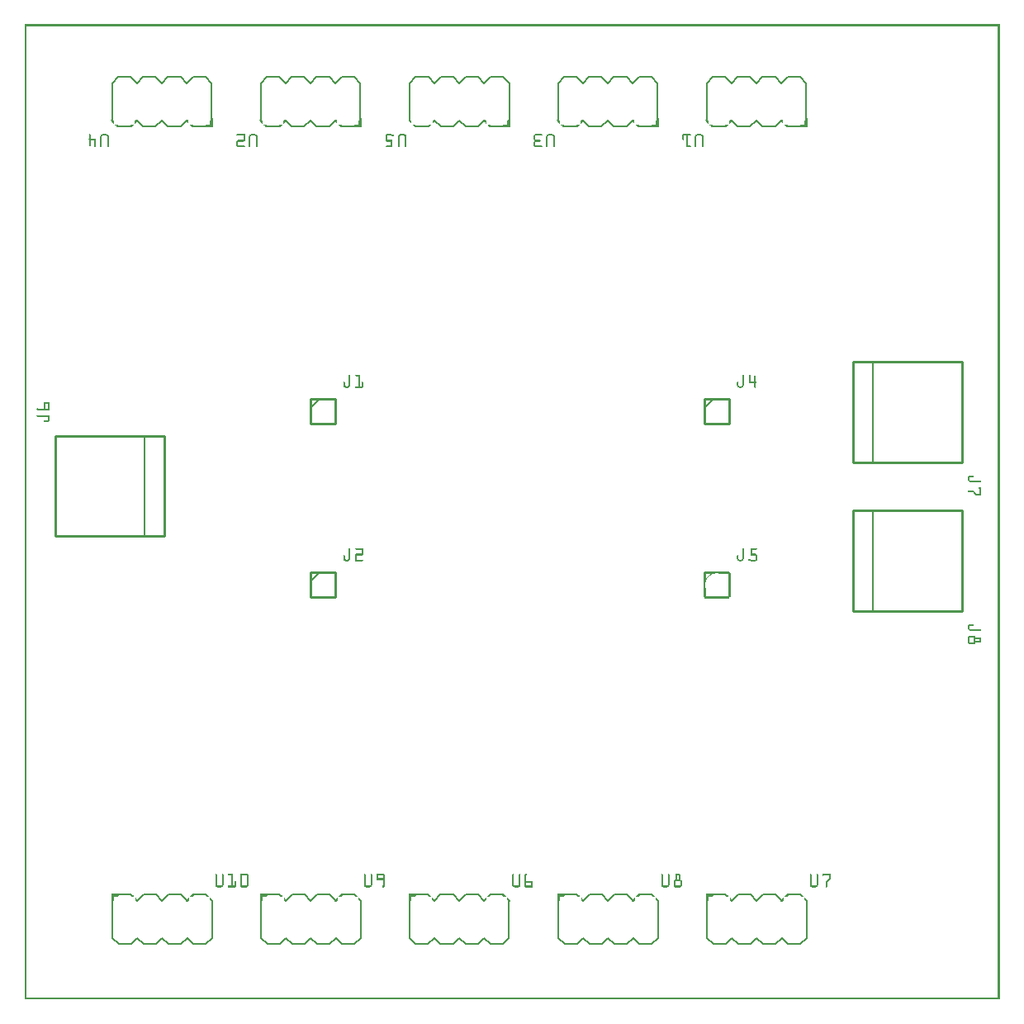
<source format=gto>
G04 MADE WITH FRITZING*
G04 WWW.FRITZING.ORG*
G04 DOUBLE SIDED*
G04 HOLES PLATED*
G04 CONTOUR ON CENTER OF CONTOUR VECTOR*
%ASAXBY*%
%FSLAX23Y23*%
%MOIN*%
%OFA0B0*%
%SFA1.0B1.0*%
%ADD10C,0.008051*%
%ADD11C,0.010000*%
%ADD12C,0.005000*%
%ADD13R,0.001000X0.001000*%
%LNSILK1*%
G90*
G70*
G54D10*
X3156Y3699D02*
X3130Y3724D01*
D02*
X3080Y3724D02*
X3055Y3699D01*
D02*
X3055Y3699D02*
X3030Y3724D01*
D02*
X2979Y3724D02*
X2954Y3699D01*
D02*
X2954Y3699D02*
X2929Y3724D01*
D02*
X2879Y3724D02*
X2854Y3699D01*
D02*
X3156Y3699D02*
X3156Y3549D01*
D02*
X3130Y3524D02*
X3080Y3524D01*
D02*
X3055Y3549D02*
X3030Y3524D01*
D02*
X3030Y3524D02*
X2979Y3524D01*
D02*
X2979Y3524D02*
X2954Y3549D01*
D02*
X2954Y3549D02*
X2929Y3524D01*
D02*
X2929Y3524D02*
X2879Y3524D01*
D02*
X2879Y3524D02*
X2854Y3549D01*
D02*
X2929Y3724D02*
X2879Y3724D01*
D02*
X3030Y3724D02*
X2979Y3724D01*
D02*
X3130Y3724D02*
X3080Y3724D01*
D02*
X2778Y3724D02*
X2753Y3699D01*
D02*
X2829Y3524D02*
X2778Y3524D01*
D02*
X2753Y3549D02*
X2753Y3699D01*
D02*
X2829Y3724D02*
X2778Y3724D01*
D02*
X2854Y3699D02*
X2829Y3724D01*
D02*
X1356Y3699D02*
X1330Y3724D01*
D02*
X1280Y3724D02*
X1255Y3699D01*
D02*
X1255Y3699D02*
X1230Y3724D01*
D02*
X1179Y3724D02*
X1154Y3699D01*
D02*
X1154Y3699D02*
X1129Y3724D01*
D02*
X1079Y3724D02*
X1054Y3699D01*
D02*
X1356Y3699D02*
X1356Y3549D01*
D02*
X1330Y3524D02*
X1280Y3524D01*
D02*
X1255Y3549D02*
X1230Y3524D01*
D02*
X1230Y3524D02*
X1179Y3524D01*
D02*
X1179Y3524D02*
X1154Y3549D01*
D02*
X1154Y3549D02*
X1129Y3524D01*
D02*
X1129Y3524D02*
X1079Y3524D01*
D02*
X1079Y3524D02*
X1054Y3549D01*
D02*
X1129Y3724D02*
X1079Y3724D01*
D02*
X1230Y3724D02*
X1179Y3724D01*
D02*
X1330Y3724D02*
X1280Y3724D01*
D02*
X978Y3724D02*
X953Y3699D01*
D02*
X1029Y3524D02*
X978Y3524D01*
D02*
X953Y3549D02*
X953Y3699D01*
D02*
X1029Y3724D02*
X978Y3724D01*
D02*
X1054Y3699D02*
X1029Y3724D01*
D02*
X2556Y3699D02*
X2530Y3724D01*
D02*
X2480Y3724D02*
X2455Y3699D01*
D02*
X2455Y3699D02*
X2430Y3724D01*
D02*
X2379Y3724D02*
X2354Y3699D01*
D02*
X2354Y3699D02*
X2329Y3724D01*
D02*
X2279Y3724D02*
X2254Y3699D01*
D02*
X2556Y3699D02*
X2556Y3549D01*
D02*
X2530Y3524D02*
X2480Y3524D01*
D02*
X2455Y3549D02*
X2430Y3524D01*
D02*
X2430Y3524D02*
X2379Y3524D01*
D02*
X2379Y3524D02*
X2354Y3549D01*
D02*
X2354Y3549D02*
X2329Y3524D01*
D02*
X2329Y3524D02*
X2279Y3524D01*
D02*
X2279Y3524D02*
X2254Y3549D01*
D02*
X2329Y3724D02*
X2279Y3724D01*
D02*
X2430Y3724D02*
X2379Y3724D01*
D02*
X2530Y3724D02*
X2480Y3724D01*
D02*
X2178Y3724D02*
X2153Y3699D01*
D02*
X2229Y3524D02*
X2178Y3524D01*
D02*
X2153Y3549D02*
X2153Y3699D01*
D02*
X2229Y3724D02*
X2178Y3724D01*
D02*
X2254Y3699D02*
X2229Y3724D01*
D02*
X756Y3699D02*
X730Y3724D01*
D02*
X680Y3724D02*
X655Y3699D01*
D02*
X655Y3699D02*
X630Y3724D01*
D02*
X579Y3724D02*
X554Y3699D01*
D02*
X554Y3699D02*
X529Y3724D01*
D02*
X479Y3724D02*
X454Y3699D01*
D02*
X756Y3699D02*
X756Y3549D01*
D02*
X730Y3524D02*
X680Y3524D01*
D02*
X655Y3549D02*
X630Y3524D01*
D02*
X630Y3524D02*
X579Y3524D01*
D02*
X579Y3524D02*
X554Y3549D01*
D02*
X554Y3549D02*
X529Y3524D01*
D02*
X529Y3524D02*
X479Y3524D01*
D02*
X479Y3524D02*
X454Y3549D01*
D02*
X529Y3724D02*
X479Y3724D01*
D02*
X630Y3724D02*
X579Y3724D01*
D02*
X730Y3724D02*
X680Y3724D01*
D02*
X378Y3724D02*
X353Y3699D01*
D02*
X429Y3524D02*
X378Y3524D01*
D02*
X353Y3549D02*
X353Y3699D01*
D02*
X429Y3724D02*
X378Y3724D01*
D02*
X454Y3699D02*
X429Y3724D01*
D02*
X1957Y3699D02*
X1932Y3724D01*
D02*
X1881Y3724D02*
X1856Y3699D01*
D02*
X1856Y3699D02*
X1831Y3724D01*
D02*
X1781Y3724D02*
X1756Y3699D01*
D02*
X1756Y3699D02*
X1730Y3724D01*
D02*
X1680Y3724D02*
X1655Y3699D01*
D02*
X1957Y3699D02*
X1957Y3549D01*
D02*
X1932Y3524D02*
X1881Y3524D01*
D02*
X1856Y3549D02*
X1831Y3524D01*
D02*
X1831Y3524D02*
X1781Y3524D01*
D02*
X1781Y3524D02*
X1756Y3549D01*
D02*
X1756Y3549D02*
X1730Y3524D01*
D02*
X1730Y3524D02*
X1680Y3524D01*
D02*
X1680Y3524D02*
X1655Y3549D01*
D02*
X1730Y3724D02*
X1680Y3724D01*
D02*
X1831Y3724D02*
X1781Y3724D01*
D02*
X1932Y3724D02*
X1881Y3724D01*
D02*
X1579Y3724D02*
X1554Y3699D01*
D02*
X1630Y3524D02*
X1579Y3524D01*
D02*
X1554Y3549D02*
X1554Y3699D01*
D02*
X1630Y3724D02*
X1579Y3724D01*
D02*
X1655Y3699D02*
X1630Y3724D01*
D02*
X1554Y249D02*
X1579Y224D01*
D02*
X1629Y224D02*
X1654Y249D01*
D02*
X1654Y249D02*
X1679Y224D01*
D02*
X1730Y224D02*
X1755Y249D01*
D02*
X1755Y249D02*
X1780Y224D01*
D02*
X1830Y224D02*
X1856Y249D01*
D02*
X1554Y249D02*
X1554Y399D01*
D02*
X1579Y424D02*
X1629Y424D01*
D02*
X1654Y399D02*
X1679Y424D01*
D02*
X1679Y424D02*
X1730Y424D01*
D02*
X1730Y424D02*
X1755Y399D01*
D02*
X1755Y399D02*
X1780Y424D01*
D02*
X1780Y424D02*
X1830Y424D01*
D02*
X1830Y424D02*
X1856Y399D01*
D02*
X1780Y224D02*
X1830Y224D01*
D02*
X1679Y224D02*
X1730Y224D01*
D02*
X1579Y224D02*
X1629Y224D01*
D02*
X1931Y224D02*
X1956Y249D01*
D02*
X1881Y424D02*
X1931Y424D01*
D02*
X1956Y399D02*
X1956Y249D01*
D02*
X1881Y224D02*
X1931Y224D01*
D02*
X1856Y249D02*
X1881Y224D01*
D02*
X2755Y249D02*
X2780Y224D01*
D02*
X2830Y224D02*
X2856Y249D01*
D02*
X2856Y249D02*
X2881Y224D01*
D02*
X2931Y224D02*
X2956Y249D01*
D02*
X2956Y249D02*
X2981Y224D01*
D02*
X3032Y224D02*
X3057Y249D01*
D02*
X2755Y249D02*
X2755Y399D01*
D02*
X2780Y424D02*
X2830Y424D01*
D02*
X2856Y399D02*
X2881Y424D01*
D02*
X2881Y424D02*
X2931Y424D01*
D02*
X2931Y424D02*
X2956Y399D01*
D02*
X2956Y399D02*
X2981Y424D01*
D02*
X2981Y424D02*
X3032Y424D01*
D02*
X3032Y424D02*
X3057Y399D01*
D02*
X2981Y224D02*
X3032Y224D01*
D02*
X2881Y224D02*
X2931Y224D01*
D02*
X2780Y224D02*
X2830Y224D01*
D02*
X3132Y224D02*
X3158Y249D01*
D02*
X3082Y424D02*
X3132Y424D01*
D02*
X3158Y399D02*
X3158Y249D01*
D02*
X3082Y224D02*
X3132Y224D01*
D02*
X3057Y249D02*
X3082Y224D01*
D02*
X2155Y249D02*
X2180Y224D01*
D02*
X2230Y224D02*
X2256Y249D01*
D02*
X2256Y249D02*
X2281Y224D01*
D02*
X2331Y224D02*
X2356Y249D01*
D02*
X2356Y249D02*
X2381Y224D01*
D02*
X2432Y224D02*
X2457Y249D01*
D02*
X2155Y249D02*
X2155Y399D01*
D02*
X2180Y424D02*
X2230Y424D01*
D02*
X2256Y399D02*
X2281Y424D01*
D02*
X2281Y424D02*
X2331Y424D01*
D02*
X2331Y424D02*
X2356Y399D01*
D02*
X2356Y399D02*
X2381Y424D01*
D02*
X2381Y424D02*
X2432Y424D01*
D02*
X2432Y424D02*
X2457Y399D01*
D02*
X2381Y224D02*
X2432Y224D01*
D02*
X2281Y224D02*
X2331Y224D01*
D02*
X2180Y224D02*
X2230Y224D01*
D02*
X2532Y224D02*
X2558Y249D01*
D02*
X2482Y424D02*
X2532Y424D01*
D02*
X2558Y399D02*
X2558Y249D01*
D02*
X2482Y224D02*
X2532Y224D01*
D02*
X2457Y249D02*
X2482Y224D01*
D02*
X955Y249D02*
X980Y224D01*
D02*
X1030Y224D02*
X1056Y249D01*
D02*
X1056Y249D02*
X1081Y224D01*
D02*
X1131Y224D02*
X1156Y249D01*
D02*
X1156Y249D02*
X1181Y224D01*
D02*
X1232Y224D02*
X1257Y249D01*
D02*
X955Y249D02*
X955Y399D01*
D02*
X980Y424D02*
X1030Y424D01*
D02*
X1056Y399D02*
X1081Y424D01*
D02*
X1081Y424D02*
X1131Y424D01*
D02*
X1131Y424D02*
X1156Y399D01*
D02*
X1156Y399D02*
X1181Y424D01*
D02*
X1181Y424D02*
X1232Y424D01*
D02*
X1232Y424D02*
X1257Y399D01*
D02*
X1181Y224D02*
X1232Y224D01*
D02*
X1081Y224D02*
X1131Y224D01*
D02*
X980Y224D02*
X1030Y224D01*
D02*
X1332Y224D02*
X1358Y249D01*
D02*
X1282Y424D02*
X1332Y424D01*
D02*
X1358Y399D02*
X1358Y249D01*
D02*
X1282Y224D02*
X1332Y224D01*
D02*
X1257Y249D02*
X1282Y224D01*
D02*
X355Y249D02*
X380Y224D01*
D02*
X430Y224D02*
X456Y249D01*
D02*
X456Y249D02*
X481Y224D01*
D02*
X531Y224D02*
X556Y249D01*
D02*
X556Y249D02*
X581Y224D01*
D02*
X632Y224D02*
X657Y249D01*
D02*
X355Y249D02*
X355Y399D01*
D02*
X380Y424D02*
X430Y424D01*
D02*
X456Y399D02*
X481Y424D01*
D02*
X481Y424D02*
X531Y424D01*
D02*
X531Y424D02*
X556Y399D01*
D02*
X556Y399D02*
X581Y424D01*
D02*
X581Y424D02*
X632Y424D01*
D02*
X632Y424D02*
X657Y399D01*
D02*
X581Y224D02*
X632Y224D01*
D02*
X481Y224D02*
X531Y224D01*
D02*
X380Y224D02*
X430Y224D01*
D02*
X732Y224D02*
X758Y249D01*
D02*
X682Y424D02*
X732Y424D01*
D02*
X758Y399D02*
X758Y249D01*
D02*
X682Y224D02*
X732Y224D01*
D02*
X657Y249D02*
X682Y224D01*
G54D11*
D02*
X1156Y2424D02*
X1156Y2324D01*
D02*
X1156Y2324D02*
X1256Y2324D01*
D02*
X1256Y2324D02*
X1256Y2424D01*
D02*
X1256Y2424D02*
X1156Y2424D01*
G54D12*
D02*
X1156Y2389D02*
X1191Y2424D01*
G54D11*
D02*
X2745Y2424D02*
X2745Y2324D01*
D02*
X2745Y2324D02*
X2845Y2324D01*
D02*
X2845Y2324D02*
X2845Y2424D01*
D02*
X2845Y2424D02*
X2745Y2424D01*
G54D12*
D02*
X2745Y2389D02*
X2780Y2424D01*
G54D11*
D02*
X1156Y1724D02*
X1156Y1624D01*
D02*
X1156Y1624D02*
X1256Y1624D01*
D02*
X1256Y1624D02*
X1256Y1724D01*
D02*
X1256Y1724D02*
X1156Y1724D01*
G54D12*
D02*
X1156Y1689D02*
X1191Y1724D01*
G54D11*
D02*
X126Y2277D02*
X126Y1873D01*
D02*
X126Y1873D02*
X566Y1873D01*
D02*
X566Y1873D02*
X566Y2277D01*
D02*
X566Y2277D02*
X126Y2277D01*
G54D12*
D02*
X486Y1873D02*
X486Y2277D01*
G54D11*
D02*
X3786Y2170D02*
X3786Y2574D01*
D02*
X3786Y2574D02*
X3346Y2574D01*
D02*
X3346Y2574D02*
X3346Y2170D01*
D02*
X3346Y2170D02*
X3786Y2170D01*
G54D12*
D02*
X3426Y2574D02*
X3426Y2170D01*
G54D11*
D02*
X3786Y1570D02*
X3786Y1974D01*
D02*
X3786Y1974D02*
X3346Y1974D01*
D02*
X3346Y1974D02*
X3346Y1570D01*
D02*
X3346Y1570D02*
X3786Y1570D01*
G54D12*
D02*
X3426Y1974D02*
X3426Y1570D01*
G54D13*
X0Y3937D02*
X3936Y3937D01*
X0Y3936D02*
X3936Y3936D01*
X0Y3935D02*
X3936Y3935D01*
X0Y3934D02*
X3936Y3934D01*
X0Y3933D02*
X3936Y3933D01*
X0Y3932D02*
X3936Y3932D01*
X0Y3931D02*
X3936Y3931D01*
X0Y3930D02*
X3936Y3930D01*
X0Y3929D02*
X7Y3929D01*
X3929Y3929D02*
X3936Y3929D01*
X0Y3928D02*
X7Y3928D01*
X3929Y3928D02*
X3936Y3928D01*
X0Y3927D02*
X7Y3927D01*
X3929Y3927D02*
X3936Y3927D01*
X0Y3926D02*
X7Y3926D01*
X3929Y3926D02*
X3936Y3926D01*
X0Y3925D02*
X7Y3925D01*
X3929Y3925D02*
X3936Y3925D01*
X0Y3924D02*
X7Y3924D01*
X3929Y3924D02*
X3936Y3924D01*
X0Y3923D02*
X7Y3923D01*
X3929Y3923D02*
X3936Y3923D01*
X0Y3922D02*
X7Y3922D01*
X3929Y3922D02*
X3936Y3922D01*
X0Y3921D02*
X7Y3921D01*
X3929Y3921D02*
X3936Y3921D01*
X0Y3920D02*
X7Y3920D01*
X3929Y3920D02*
X3936Y3920D01*
X0Y3919D02*
X7Y3919D01*
X3929Y3919D02*
X3936Y3919D01*
X0Y3918D02*
X7Y3918D01*
X3929Y3918D02*
X3936Y3918D01*
X0Y3917D02*
X7Y3917D01*
X3929Y3917D02*
X3936Y3917D01*
X0Y3916D02*
X7Y3916D01*
X3929Y3916D02*
X3936Y3916D01*
X0Y3915D02*
X7Y3915D01*
X3929Y3915D02*
X3936Y3915D01*
X0Y3914D02*
X7Y3914D01*
X3929Y3914D02*
X3936Y3914D01*
X0Y3913D02*
X7Y3913D01*
X3929Y3913D02*
X3936Y3913D01*
X0Y3912D02*
X7Y3912D01*
X3929Y3912D02*
X3936Y3912D01*
X0Y3911D02*
X7Y3911D01*
X3929Y3911D02*
X3936Y3911D01*
X0Y3910D02*
X7Y3910D01*
X3929Y3910D02*
X3936Y3910D01*
X0Y3909D02*
X7Y3909D01*
X3929Y3909D02*
X3936Y3909D01*
X0Y3908D02*
X7Y3908D01*
X3929Y3908D02*
X3936Y3908D01*
X0Y3907D02*
X7Y3907D01*
X3929Y3907D02*
X3936Y3907D01*
X0Y3906D02*
X7Y3906D01*
X3929Y3906D02*
X3936Y3906D01*
X0Y3905D02*
X7Y3905D01*
X3929Y3905D02*
X3936Y3905D01*
X0Y3904D02*
X7Y3904D01*
X3929Y3904D02*
X3936Y3904D01*
X0Y3903D02*
X7Y3903D01*
X3929Y3903D02*
X3936Y3903D01*
X0Y3902D02*
X7Y3902D01*
X3929Y3902D02*
X3936Y3902D01*
X0Y3901D02*
X7Y3901D01*
X3929Y3901D02*
X3936Y3901D01*
X0Y3900D02*
X7Y3900D01*
X3929Y3900D02*
X3936Y3900D01*
X0Y3899D02*
X7Y3899D01*
X3929Y3899D02*
X3936Y3899D01*
X0Y3898D02*
X7Y3898D01*
X3929Y3898D02*
X3936Y3898D01*
X0Y3897D02*
X7Y3897D01*
X3929Y3897D02*
X3936Y3897D01*
X0Y3896D02*
X7Y3896D01*
X3929Y3896D02*
X3936Y3896D01*
X0Y3895D02*
X7Y3895D01*
X3929Y3895D02*
X3936Y3895D01*
X0Y3894D02*
X7Y3894D01*
X3929Y3894D02*
X3936Y3894D01*
X0Y3893D02*
X7Y3893D01*
X3929Y3893D02*
X3936Y3893D01*
X0Y3892D02*
X7Y3892D01*
X3929Y3892D02*
X3936Y3892D01*
X0Y3891D02*
X7Y3891D01*
X3929Y3891D02*
X3936Y3891D01*
X0Y3890D02*
X7Y3890D01*
X3929Y3890D02*
X3936Y3890D01*
X0Y3889D02*
X7Y3889D01*
X3929Y3889D02*
X3936Y3889D01*
X0Y3888D02*
X7Y3888D01*
X3929Y3888D02*
X3936Y3888D01*
X0Y3887D02*
X7Y3887D01*
X3929Y3887D02*
X3936Y3887D01*
X0Y3886D02*
X7Y3886D01*
X3929Y3886D02*
X3936Y3886D01*
X0Y3885D02*
X7Y3885D01*
X3929Y3885D02*
X3936Y3885D01*
X0Y3884D02*
X7Y3884D01*
X3929Y3884D02*
X3936Y3884D01*
X0Y3883D02*
X7Y3883D01*
X3929Y3883D02*
X3936Y3883D01*
X0Y3882D02*
X7Y3882D01*
X3929Y3882D02*
X3936Y3882D01*
X0Y3881D02*
X7Y3881D01*
X3929Y3881D02*
X3936Y3881D01*
X0Y3880D02*
X7Y3880D01*
X3929Y3880D02*
X3936Y3880D01*
X0Y3879D02*
X7Y3879D01*
X3929Y3879D02*
X3936Y3879D01*
X0Y3878D02*
X7Y3878D01*
X3929Y3878D02*
X3936Y3878D01*
X0Y3877D02*
X7Y3877D01*
X3929Y3877D02*
X3936Y3877D01*
X0Y3876D02*
X7Y3876D01*
X3929Y3876D02*
X3936Y3876D01*
X0Y3875D02*
X7Y3875D01*
X3929Y3875D02*
X3936Y3875D01*
X0Y3874D02*
X7Y3874D01*
X3929Y3874D02*
X3936Y3874D01*
X0Y3873D02*
X7Y3873D01*
X3929Y3873D02*
X3936Y3873D01*
X0Y3872D02*
X7Y3872D01*
X3929Y3872D02*
X3936Y3872D01*
X0Y3871D02*
X7Y3871D01*
X3929Y3871D02*
X3936Y3871D01*
X0Y3870D02*
X7Y3870D01*
X3929Y3870D02*
X3936Y3870D01*
X0Y3869D02*
X7Y3869D01*
X3929Y3869D02*
X3936Y3869D01*
X0Y3868D02*
X7Y3868D01*
X3929Y3868D02*
X3936Y3868D01*
X0Y3867D02*
X7Y3867D01*
X3929Y3867D02*
X3936Y3867D01*
X0Y3866D02*
X7Y3866D01*
X3929Y3866D02*
X3936Y3866D01*
X0Y3865D02*
X7Y3865D01*
X3929Y3865D02*
X3936Y3865D01*
X0Y3864D02*
X7Y3864D01*
X3929Y3864D02*
X3936Y3864D01*
X0Y3863D02*
X7Y3863D01*
X3929Y3863D02*
X3936Y3863D01*
X0Y3862D02*
X7Y3862D01*
X3929Y3862D02*
X3936Y3862D01*
X0Y3861D02*
X7Y3861D01*
X3929Y3861D02*
X3936Y3861D01*
X0Y3860D02*
X7Y3860D01*
X3929Y3860D02*
X3936Y3860D01*
X0Y3859D02*
X7Y3859D01*
X3929Y3859D02*
X3936Y3859D01*
X0Y3858D02*
X7Y3858D01*
X3929Y3858D02*
X3936Y3858D01*
X0Y3857D02*
X7Y3857D01*
X3929Y3857D02*
X3936Y3857D01*
X0Y3856D02*
X7Y3856D01*
X3929Y3856D02*
X3936Y3856D01*
X0Y3855D02*
X7Y3855D01*
X3929Y3855D02*
X3936Y3855D01*
X0Y3854D02*
X7Y3854D01*
X3929Y3854D02*
X3936Y3854D01*
X0Y3853D02*
X7Y3853D01*
X3929Y3853D02*
X3936Y3853D01*
X0Y3852D02*
X7Y3852D01*
X3929Y3852D02*
X3936Y3852D01*
X0Y3851D02*
X7Y3851D01*
X3929Y3851D02*
X3936Y3851D01*
X0Y3850D02*
X7Y3850D01*
X3929Y3850D02*
X3936Y3850D01*
X0Y3849D02*
X7Y3849D01*
X3929Y3849D02*
X3936Y3849D01*
X0Y3848D02*
X7Y3848D01*
X3929Y3848D02*
X3936Y3848D01*
X0Y3847D02*
X7Y3847D01*
X3929Y3847D02*
X3936Y3847D01*
X0Y3846D02*
X7Y3846D01*
X3929Y3846D02*
X3936Y3846D01*
X0Y3845D02*
X7Y3845D01*
X3929Y3845D02*
X3936Y3845D01*
X0Y3844D02*
X7Y3844D01*
X3929Y3844D02*
X3936Y3844D01*
X0Y3843D02*
X7Y3843D01*
X3929Y3843D02*
X3936Y3843D01*
X0Y3842D02*
X7Y3842D01*
X3929Y3842D02*
X3936Y3842D01*
X0Y3841D02*
X7Y3841D01*
X3929Y3841D02*
X3936Y3841D01*
X0Y3840D02*
X7Y3840D01*
X3929Y3840D02*
X3936Y3840D01*
X0Y3839D02*
X7Y3839D01*
X3929Y3839D02*
X3936Y3839D01*
X0Y3838D02*
X7Y3838D01*
X3929Y3838D02*
X3936Y3838D01*
X0Y3837D02*
X7Y3837D01*
X3929Y3837D02*
X3936Y3837D01*
X0Y3836D02*
X7Y3836D01*
X3929Y3836D02*
X3936Y3836D01*
X0Y3835D02*
X7Y3835D01*
X3929Y3835D02*
X3936Y3835D01*
X0Y3834D02*
X7Y3834D01*
X3929Y3834D02*
X3936Y3834D01*
X0Y3833D02*
X7Y3833D01*
X3929Y3833D02*
X3936Y3833D01*
X0Y3832D02*
X7Y3832D01*
X3929Y3832D02*
X3936Y3832D01*
X0Y3831D02*
X7Y3831D01*
X3929Y3831D02*
X3936Y3831D01*
X0Y3830D02*
X7Y3830D01*
X3929Y3830D02*
X3936Y3830D01*
X0Y3829D02*
X7Y3829D01*
X3929Y3829D02*
X3936Y3829D01*
X0Y3828D02*
X7Y3828D01*
X3929Y3828D02*
X3936Y3828D01*
X0Y3827D02*
X7Y3827D01*
X3929Y3827D02*
X3936Y3827D01*
X0Y3826D02*
X7Y3826D01*
X3929Y3826D02*
X3936Y3826D01*
X0Y3825D02*
X7Y3825D01*
X3929Y3825D02*
X3936Y3825D01*
X0Y3824D02*
X7Y3824D01*
X3929Y3824D02*
X3936Y3824D01*
X0Y3823D02*
X7Y3823D01*
X3929Y3823D02*
X3936Y3823D01*
X0Y3822D02*
X7Y3822D01*
X3929Y3822D02*
X3936Y3822D01*
X0Y3821D02*
X7Y3821D01*
X3929Y3821D02*
X3936Y3821D01*
X0Y3820D02*
X7Y3820D01*
X3929Y3820D02*
X3936Y3820D01*
X0Y3819D02*
X7Y3819D01*
X3929Y3819D02*
X3936Y3819D01*
X0Y3818D02*
X7Y3818D01*
X3929Y3818D02*
X3936Y3818D01*
X0Y3817D02*
X7Y3817D01*
X3929Y3817D02*
X3936Y3817D01*
X0Y3816D02*
X7Y3816D01*
X3929Y3816D02*
X3936Y3816D01*
X0Y3815D02*
X7Y3815D01*
X3929Y3815D02*
X3936Y3815D01*
X0Y3814D02*
X7Y3814D01*
X3929Y3814D02*
X3936Y3814D01*
X0Y3813D02*
X7Y3813D01*
X3929Y3813D02*
X3936Y3813D01*
X0Y3812D02*
X7Y3812D01*
X3929Y3812D02*
X3936Y3812D01*
X0Y3811D02*
X7Y3811D01*
X3929Y3811D02*
X3936Y3811D01*
X0Y3810D02*
X7Y3810D01*
X3929Y3810D02*
X3936Y3810D01*
X0Y3809D02*
X7Y3809D01*
X3929Y3809D02*
X3936Y3809D01*
X0Y3808D02*
X7Y3808D01*
X3929Y3808D02*
X3936Y3808D01*
X0Y3807D02*
X7Y3807D01*
X3929Y3807D02*
X3936Y3807D01*
X0Y3806D02*
X7Y3806D01*
X3929Y3806D02*
X3936Y3806D01*
X0Y3805D02*
X7Y3805D01*
X3929Y3805D02*
X3936Y3805D01*
X0Y3804D02*
X7Y3804D01*
X3929Y3804D02*
X3936Y3804D01*
X0Y3803D02*
X7Y3803D01*
X3929Y3803D02*
X3936Y3803D01*
X0Y3802D02*
X7Y3802D01*
X3929Y3802D02*
X3936Y3802D01*
X0Y3801D02*
X7Y3801D01*
X3929Y3801D02*
X3936Y3801D01*
X0Y3800D02*
X7Y3800D01*
X3929Y3800D02*
X3936Y3800D01*
X0Y3799D02*
X7Y3799D01*
X3929Y3799D02*
X3936Y3799D01*
X0Y3798D02*
X7Y3798D01*
X3929Y3798D02*
X3936Y3798D01*
X0Y3797D02*
X7Y3797D01*
X3929Y3797D02*
X3936Y3797D01*
X0Y3796D02*
X7Y3796D01*
X3929Y3796D02*
X3936Y3796D01*
X0Y3795D02*
X7Y3795D01*
X3929Y3795D02*
X3936Y3795D01*
X0Y3794D02*
X7Y3794D01*
X3929Y3794D02*
X3936Y3794D01*
X0Y3793D02*
X7Y3793D01*
X3929Y3793D02*
X3936Y3793D01*
X0Y3792D02*
X7Y3792D01*
X3929Y3792D02*
X3936Y3792D01*
X0Y3791D02*
X7Y3791D01*
X3929Y3791D02*
X3936Y3791D01*
X0Y3790D02*
X7Y3790D01*
X3929Y3790D02*
X3936Y3790D01*
X0Y3789D02*
X7Y3789D01*
X3929Y3789D02*
X3936Y3789D01*
X0Y3788D02*
X7Y3788D01*
X3929Y3788D02*
X3936Y3788D01*
X0Y3787D02*
X7Y3787D01*
X3929Y3787D02*
X3936Y3787D01*
X0Y3786D02*
X7Y3786D01*
X3929Y3786D02*
X3936Y3786D01*
X0Y3785D02*
X7Y3785D01*
X3929Y3785D02*
X3936Y3785D01*
X0Y3784D02*
X7Y3784D01*
X3929Y3784D02*
X3936Y3784D01*
X0Y3783D02*
X7Y3783D01*
X3929Y3783D02*
X3936Y3783D01*
X0Y3782D02*
X7Y3782D01*
X3929Y3782D02*
X3936Y3782D01*
X0Y3781D02*
X7Y3781D01*
X3929Y3781D02*
X3936Y3781D01*
X0Y3780D02*
X7Y3780D01*
X3929Y3780D02*
X3936Y3780D01*
X0Y3779D02*
X7Y3779D01*
X3929Y3779D02*
X3936Y3779D01*
X0Y3778D02*
X7Y3778D01*
X3929Y3778D02*
X3936Y3778D01*
X0Y3777D02*
X7Y3777D01*
X3929Y3777D02*
X3936Y3777D01*
X0Y3776D02*
X7Y3776D01*
X3929Y3776D02*
X3936Y3776D01*
X0Y3775D02*
X7Y3775D01*
X3929Y3775D02*
X3936Y3775D01*
X0Y3774D02*
X7Y3774D01*
X3929Y3774D02*
X3936Y3774D01*
X0Y3773D02*
X7Y3773D01*
X3929Y3773D02*
X3936Y3773D01*
X0Y3772D02*
X7Y3772D01*
X3929Y3772D02*
X3936Y3772D01*
X0Y3771D02*
X7Y3771D01*
X3929Y3771D02*
X3936Y3771D01*
X0Y3770D02*
X7Y3770D01*
X3929Y3770D02*
X3936Y3770D01*
X0Y3769D02*
X7Y3769D01*
X3929Y3769D02*
X3936Y3769D01*
X0Y3768D02*
X7Y3768D01*
X3929Y3768D02*
X3936Y3768D01*
X0Y3767D02*
X7Y3767D01*
X3929Y3767D02*
X3936Y3767D01*
X0Y3766D02*
X7Y3766D01*
X3929Y3766D02*
X3936Y3766D01*
X0Y3765D02*
X7Y3765D01*
X3929Y3765D02*
X3936Y3765D01*
X0Y3764D02*
X7Y3764D01*
X3929Y3764D02*
X3936Y3764D01*
X0Y3763D02*
X7Y3763D01*
X3929Y3763D02*
X3936Y3763D01*
X0Y3762D02*
X7Y3762D01*
X3929Y3762D02*
X3936Y3762D01*
X0Y3761D02*
X7Y3761D01*
X3929Y3761D02*
X3936Y3761D01*
X0Y3760D02*
X7Y3760D01*
X3929Y3760D02*
X3936Y3760D01*
X0Y3759D02*
X7Y3759D01*
X3929Y3759D02*
X3936Y3759D01*
X0Y3758D02*
X7Y3758D01*
X3929Y3758D02*
X3936Y3758D01*
X0Y3757D02*
X7Y3757D01*
X3929Y3757D02*
X3936Y3757D01*
X0Y3756D02*
X7Y3756D01*
X3929Y3756D02*
X3936Y3756D01*
X0Y3755D02*
X7Y3755D01*
X3929Y3755D02*
X3936Y3755D01*
X0Y3754D02*
X7Y3754D01*
X3929Y3754D02*
X3936Y3754D01*
X0Y3753D02*
X7Y3753D01*
X3929Y3753D02*
X3936Y3753D01*
X0Y3752D02*
X7Y3752D01*
X3929Y3752D02*
X3936Y3752D01*
X0Y3751D02*
X7Y3751D01*
X3929Y3751D02*
X3936Y3751D01*
X0Y3750D02*
X7Y3750D01*
X3929Y3750D02*
X3936Y3750D01*
X0Y3749D02*
X7Y3749D01*
X3929Y3749D02*
X3936Y3749D01*
X0Y3748D02*
X7Y3748D01*
X3929Y3748D02*
X3936Y3748D01*
X0Y3747D02*
X7Y3747D01*
X3929Y3747D02*
X3936Y3747D01*
X0Y3746D02*
X7Y3746D01*
X3929Y3746D02*
X3936Y3746D01*
X0Y3745D02*
X7Y3745D01*
X3929Y3745D02*
X3936Y3745D01*
X0Y3744D02*
X7Y3744D01*
X3929Y3744D02*
X3936Y3744D01*
X0Y3743D02*
X7Y3743D01*
X3929Y3743D02*
X3936Y3743D01*
X0Y3742D02*
X7Y3742D01*
X3929Y3742D02*
X3936Y3742D01*
X0Y3741D02*
X7Y3741D01*
X3929Y3741D02*
X3936Y3741D01*
X0Y3740D02*
X7Y3740D01*
X3929Y3740D02*
X3936Y3740D01*
X0Y3739D02*
X7Y3739D01*
X3929Y3739D02*
X3936Y3739D01*
X0Y3738D02*
X7Y3738D01*
X3929Y3738D02*
X3936Y3738D01*
X0Y3737D02*
X7Y3737D01*
X3929Y3737D02*
X3936Y3737D01*
X0Y3736D02*
X7Y3736D01*
X3929Y3736D02*
X3936Y3736D01*
X0Y3735D02*
X7Y3735D01*
X3929Y3735D02*
X3936Y3735D01*
X0Y3734D02*
X7Y3734D01*
X3929Y3734D02*
X3936Y3734D01*
X0Y3733D02*
X7Y3733D01*
X3929Y3733D02*
X3936Y3733D01*
X0Y3732D02*
X7Y3732D01*
X3929Y3732D02*
X3936Y3732D01*
X0Y3731D02*
X7Y3731D01*
X3929Y3731D02*
X3936Y3731D01*
X0Y3730D02*
X7Y3730D01*
X3929Y3730D02*
X3936Y3730D01*
X0Y3729D02*
X7Y3729D01*
X3929Y3729D02*
X3936Y3729D01*
X0Y3728D02*
X7Y3728D01*
X3929Y3728D02*
X3936Y3728D01*
X0Y3727D02*
X7Y3727D01*
X3929Y3727D02*
X3936Y3727D01*
X0Y3726D02*
X7Y3726D01*
X3929Y3726D02*
X3936Y3726D01*
X0Y3725D02*
X7Y3725D01*
X3929Y3725D02*
X3936Y3725D01*
X0Y3724D02*
X7Y3724D01*
X3929Y3724D02*
X3936Y3724D01*
X0Y3723D02*
X7Y3723D01*
X3929Y3723D02*
X3936Y3723D01*
X0Y3722D02*
X7Y3722D01*
X3929Y3722D02*
X3936Y3722D01*
X0Y3721D02*
X7Y3721D01*
X3929Y3721D02*
X3936Y3721D01*
X0Y3720D02*
X7Y3720D01*
X3929Y3720D02*
X3936Y3720D01*
X0Y3719D02*
X7Y3719D01*
X3929Y3719D02*
X3936Y3719D01*
X0Y3718D02*
X7Y3718D01*
X3929Y3718D02*
X3936Y3718D01*
X0Y3717D02*
X7Y3717D01*
X3929Y3717D02*
X3936Y3717D01*
X0Y3716D02*
X7Y3716D01*
X3929Y3716D02*
X3936Y3716D01*
X0Y3715D02*
X7Y3715D01*
X3929Y3715D02*
X3936Y3715D01*
X0Y3714D02*
X7Y3714D01*
X3929Y3714D02*
X3936Y3714D01*
X0Y3713D02*
X7Y3713D01*
X3929Y3713D02*
X3936Y3713D01*
X0Y3712D02*
X7Y3712D01*
X3929Y3712D02*
X3936Y3712D01*
X0Y3711D02*
X7Y3711D01*
X3929Y3711D02*
X3936Y3711D01*
X0Y3710D02*
X7Y3710D01*
X3929Y3710D02*
X3936Y3710D01*
X0Y3709D02*
X7Y3709D01*
X3929Y3709D02*
X3936Y3709D01*
X0Y3708D02*
X7Y3708D01*
X3929Y3708D02*
X3936Y3708D01*
X0Y3707D02*
X7Y3707D01*
X3929Y3707D02*
X3936Y3707D01*
X0Y3706D02*
X7Y3706D01*
X3929Y3706D02*
X3936Y3706D01*
X0Y3705D02*
X7Y3705D01*
X3929Y3705D02*
X3936Y3705D01*
X0Y3704D02*
X7Y3704D01*
X3929Y3704D02*
X3936Y3704D01*
X0Y3703D02*
X7Y3703D01*
X3929Y3703D02*
X3936Y3703D01*
X0Y3702D02*
X7Y3702D01*
X3929Y3702D02*
X3936Y3702D01*
X0Y3701D02*
X7Y3701D01*
X3929Y3701D02*
X3936Y3701D01*
X0Y3700D02*
X7Y3700D01*
X3929Y3700D02*
X3936Y3700D01*
X0Y3699D02*
X7Y3699D01*
X3929Y3699D02*
X3936Y3699D01*
X0Y3698D02*
X7Y3698D01*
X3929Y3698D02*
X3936Y3698D01*
X0Y3697D02*
X7Y3697D01*
X3929Y3697D02*
X3936Y3697D01*
X0Y3696D02*
X7Y3696D01*
X3929Y3696D02*
X3936Y3696D01*
X0Y3695D02*
X7Y3695D01*
X3929Y3695D02*
X3936Y3695D01*
X0Y3694D02*
X7Y3694D01*
X3929Y3694D02*
X3936Y3694D01*
X0Y3693D02*
X7Y3693D01*
X3929Y3693D02*
X3936Y3693D01*
X0Y3692D02*
X7Y3692D01*
X3929Y3692D02*
X3936Y3692D01*
X0Y3691D02*
X7Y3691D01*
X3929Y3691D02*
X3936Y3691D01*
X0Y3690D02*
X7Y3690D01*
X3929Y3690D02*
X3936Y3690D01*
X0Y3689D02*
X7Y3689D01*
X3929Y3689D02*
X3936Y3689D01*
X0Y3688D02*
X7Y3688D01*
X3929Y3688D02*
X3936Y3688D01*
X0Y3687D02*
X7Y3687D01*
X3929Y3687D02*
X3936Y3687D01*
X0Y3686D02*
X7Y3686D01*
X3929Y3686D02*
X3936Y3686D01*
X0Y3685D02*
X7Y3685D01*
X3929Y3685D02*
X3936Y3685D01*
X0Y3684D02*
X7Y3684D01*
X3929Y3684D02*
X3936Y3684D01*
X0Y3683D02*
X7Y3683D01*
X3929Y3683D02*
X3936Y3683D01*
X0Y3682D02*
X7Y3682D01*
X3929Y3682D02*
X3936Y3682D01*
X0Y3681D02*
X7Y3681D01*
X3929Y3681D02*
X3936Y3681D01*
X0Y3680D02*
X7Y3680D01*
X3929Y3680D02*
X3936Y3680D01*
X0Y3679D02*
X7Y3679D01*
X3929Y3679D02*
X3936Y3679D01*
X0Y3678D02*
X7Y3678D01*
X3929Y3678D02*
X3936Y3678D01*
X0Y3677D02*
X7Y3677D01*
X3929Y3677D02*
X3936Y3677D01*
X0Y3676D02*
X7Y3676D01*
X3929Y3676D02*
X3936Y3676D01*
X0Y3675D02*
X7Y3675D01*
X3929Y3675D02*
X3936Y3675D01*
X0Y3674D02*
X7Y3674D01*
X3929Y3674D02*
X3936Y3674D01*
X0Y3673D02*
X7Y3673D01*
X3929Y3673D02*
X3936Y3673D01*
X0Y3672D02*
X7Y3672D01*
X3929Y3672D02*
X3936Y3672D01*
X0Y3671D02*
X7Y3671D01*
X3929Y3671D02*
X3936Y3671D01*
X0Y3670D02*
X7Y3670D01*
X3929Y3670D02*
X3936Y3670D01*
X0Y3669D02*
X7Y3669D01*
X3929Y3669D02*
X3936Y3669D01*
X0Y3668D02*
X7Y3668D01*
X3929Y3668D02*
X3936Y3668D01*
X0Y3667D02*
X7Y3667D01*
X3929Y3667D02*
X3936Y3667D01*
X0Y3666D02*
X7Y3666D01*
X3929Y3666D02*
X3936Y3666D01*
X0Y3665D02*
X7Y3665D01*
X3929Y3665D02*
X3936Y3665D01*
X0Y3664D02*
X7Y3664D01*
X3929Y3664D02*
X3936Y3664D01*
X0Y3663D02*
X7Y3663D01*
X3929Y3663D02*
X3936Y3663D01*
X0Y3662D02*
X7Y3662D01*
X3929Y3662D02*
X3936Y3662D01*
X0Y3661D02*
X7Y3661D01*
X3929Y3661D02*
X3936Y3661D01*
X0Y3660D02*
X7Y3660D01*
X3929Y3660D02*
X3936Y3660D01*
X0Y3659D02*
X7Y3659D01*
X3929Y3659D02*
X3936Y3659D01*
X0Y3658D02*
X7Y3658D01*
X3929Y3658D02*
X3936Y3658D01*
X0Y3657D02*
X7Y3657D01*
X3929Y3657D02*
X3936Y3657D01*
X0Y3656D02*
X7Y3656D01*
X3929Y3656D02*
X3936Y3656D01*
X0Y3655D02*
X7Y3655D01*
X3929Y3655D02*
X3936Y3655D01*
X0Y3654D02*
X7Y3654D01*
X3929Y3654D02*
X3936Y3654D01*
X0Y3653D02*
X7Y3653D01*
X3929Y3653D02*
X3936Y3653D01*
X0Y3652D02*
X7Y3652D01*
X3929Y3652D02*
X3936Y3652D01*
X0Y3651D02*
X7Y3651D01*
X3929Y3651D02*
X3936Y3651D01*
X0Y3650D02*
X7Y3650D01*
X3929Y3650D02*
X3936Y3650D01*
X0Y3649D02*
X7Y3649D01*
X3929Y3649D02*
X3936Y3649D01*
X0Y3648D02*
X7Y3648D01*
X3929Y3648D02*
X3936Y3648D01*
X0Y3647D02*
X7Y3647D01*
X3929Y3647D02*
X3936Y3647D01*
X0Y3646D02*
X7Y3646D01*
X3929Y3646D02*
X3936Y3646D01*
X0Y3645D02*
X7Y3645D01*
X3929Y3645D02*
X3936Y3645D01*
X0Y3644D02*
X7Y3644D01*
X3929Y3644D02*
X3936Y3644D01*
X0Y3643D02*
X7Y3643D01*
X3929Y3643D02*
X3936Y3643D01*
X0Y3642D02*
X7Y3642D01*
X3929Y3642D02*
X3936Y3642D01*
X0Y3641D02*
X7Y3641D01*
X3929Y3641D02*
X3936Y3641D01*
X0Y3640D02*
X7Y3640D01*
X3929Y3640D02*
X3936Y3640D01*
X0Y3639D02*
X7Y3639D01*
X3929Y3639D02*
X3936Y3639D01*
X0Y3638D02*
X7Y3638D01*
X3929Y3638D02*
X3936Y3638D01*
X0Y3637D02*
X7Y3637D01*
X3929Y3637D02*
X3936Y3637D01*
X0Y3636D02*
X7Y3636D01*
X3929Y3636D02*
X3936Y3636D01*
X0Y3635D02*
X7Y3635D01*
X3929Y3635D02*
X3936Y3635D01*
X0Y3634D02*
X7Y3634D01*
X3929Y3634D02*
X3936Y3634D01*
X0Y3633D02*
X7Y3633D01*
X3929Y3633D02*
X3936Y3633D01*
X0Y3632D02*
X7Y3632D01*
X3929Y3632D02*
X3936Y3632D01*
X0Y3631D02*
X7Y3631D01*
X3929Y3631D02*
X3936Y3631D01*
X0Y3630D02*
X7Y3630D01*
X3929Y3630D02*
X3936Y3630D01*
X0Y3629D02*
X7Y3629D01*
X3929Y3629D02*
X3936Y3629D01*
X0Y3628D02*
X7Y3628D01*
X3929Y3628D02*
X3936Y3628D01*
X0Y3627D02*
X7Y3627D01*
X3929Y3627D02*
X3936Y3627D01*
X0Y3626D02*
X7Y3626D01*
X3929Y3626D02*
X3936Y3626D01*
X0Y3625D02*
X7Y3625D01*
X3929Y3625D02*
X3936Y3625D01*
X0Y3624D02*
X7Y3624D01*
X3929Y3624D02*
X3936Y3624D01*
X0Y3623D02*
X7Y3623D01*
X3929Y3623D02*
X3936Y3623D01*
X0Y3622D02*
X7Y3622D01*
X3929Y3622D02*
X3936Y3622D01*
X0Y3621D02*
X7Y3621D01*
X3929Y3621D02*
X3936Y3621D01*
X0Y3620D02*
X7Y3620D01*
X3929Y3620D02*
X3936Y3620D01*
X0Y3619D02*
X7Y3619D01*
X3929Y3619D02*
X3936Y3619D01*
X0Y3618D02*
X7Y3618D01*
X3929Y3618D02*
X3936Y3618D01*
X0Y3617D02*
X7Y3617D01*
X3929Y3617D02*
X3936Y3617D01*
X0Y3616D02*
X7Y3616D01*
X3929Y3616D02*
X3936Y3616D01*
X0Y3615D02*
X7Y3615D01*
X3929Y3615D02*
X3936Y3615D01*
X0Y3614D02*
X7Y3614D01*
X3929Y3614D02*
X3936Y3614D01*
X0Y3613D02*
X7Y3613D01*
X3929Y3613D02*
X3936Y3613D01*
X0Y3612D02*
X7Y3612D01*
X3929Y3612D02*
X3936Y3612D01*
X0Y3611D02*
X7Y3611D01*
X3929Y3611D02*
X3936Y3611D01*
X0Y3610D02*
X7Y3610D01*
X3929Y3610D02*
X3936Y3610D01*
X0Y3609D02*
X7Y3609D01*
X3929Y3609D02*
X3936Y3609D01*
X0Y3608D02*
X7Y3608D01*
X3929Y3608D02*
X3936Y3608D01*
X0Y3607D02*
X7Y3607D01*
X3929Y3607D02*
X3936Y3607D01*
X0Y3606D02*
X7Y3606D01*
X3929Y3606D02*
X3936Y3606D01*
X0Y3605D02*
X7Y3605D01*
X3929Y3605D02*
X3936Y3605D01*
X0Y3604D02*
X7Y3604D01*
X3929Y3604D02*
X3936Y3604D01*
X0Y3603D02*
X7Y3603D01*
X3929Y3603D02*
X3936Y3603D01*
X0Y3602D02*
X7Y3602D01*
X3929Y3602D02*
X3936Y3602D01*
X0Y3601D02*
X7Y3601D01*
X3929Y3601D02*
X3936Y3601D01*
X0Y3600D02*
X7Y3600D01*
X3929Y3600D02*
X3936Y3600D01*
X0Y3599D02*
X7Y3599D01*
X3929Y3599D02*
X3936Y3599D01*
X0Y3598D02*
X7Y3598D01*
X3929Y3598D02*
X3936Y3598D01*
X0Y3597D02*
X7Y3597D01*
X3929Y3597D02*
X3936Y3597D01*
X0Y3596D02*
X7Y3596D01*
X3929Y3596D02*
X3936Y3596D01*
X0Y3595D02*
X7Y3595D01*
X3929Y3595D02*
X3936Y3595D01*
X0Y3594D02*
X7Y3594D01*
X3929Y3594D02*
X3936Y3594D01*
X0Y3593D02*
X7Y3593D01*
X3929Y3593D02*
X3936Y3593D01*
X0Y3592D02*
X7Y3592D01*
X3929Y3592D02*
X3936Y3592D01*
X0Y3591D02*
X7Y3591D01*
X3929Y3591D02*
X3936Y3591D01*
X0Y3590D02*
X7Y3590D01*
X3929Y3590D02*
X3936Y3590D01*
X0Y3589D02*
X7Y3589D01*
X3929Y3589D02*
X3936Y3589D01*
X0Y3588D02*
X7Y3588D01*
X3929Y3588D02*
X3936Y3588D01*
X0Y3587D02*
X7Y3587D01*
X3929Y3587D02*
X3936Y3587D01*
X0Y3586D02*
X7Y3586D01*
X3929Y3586D02*
X3936Y3586D01*
X0Y3585D02*
X7Y3585D01*
X3929Y3585D02*
X3936Y3585D01*
X0Y3584D02*
X7Y3584D01*
X3929Y3584D02*
X3936Y3584D01*
X0Y3583D02*
X7Y3583D01*
X3929Y3583D02*
X3936Y3583D01*
X0Y3582D02*
X7Y3582D01*
X3929Y3582D02*
X3936Y3582D01*
X0Y3581D02*
X7Y3581D01*
X3929Y3581D02*
X3936Y3581D01*
X0Y3580D02*
X7Y3580D01*
X3929Y3580D02*
X3936Y3580D01*
X0Y3579D02*
X7Y3579D01*
X3929Y3579D02*
X3936Y3579D01*
X0Y3578D02*
X7Y3578D01*
X3929Y3578D02*
X3936Y3578D01*
X0Y3577D02*
X7Y3577D01*
X3929Y3577D02*
X3936Y3577D01*
X0Y3576D02*
X7Y3576D01*
X3929Y3576D02*
X3936Y3576D01*
X0Y3575D02*
X7Y3575D01*
X3929Y3575D02*
X3936Y3575D01*
X0Y3574D02*
X7Y3574D01*
X3929Y3574D02*
X3936Y3574D01*
X0Y3573D02*
X7Y3573D01*
X3929Y3573D02*
X3936Y3573D01*
X0Y3572D02*
X7Y3572D01*
X3929Y3572D02*
X3936Y3572D01*
X0Y3571D02*
X7Y3571D01*
X3929Y3571D02*
X3936Y3571D01*
X0Y3570D02*
X7Y3570D01*
X3929Y3570D02*
X3936Y3570D01*
X0Y3569D02*
X7Y3569D01*
X3929Y3569D02*
X3936Y3569D01*
X0Y3568D02*
X7Y3568D01*
X3929Y3568D02*
X3936Y3568D01*
X0Y3567D02*
X7Y3567D01*
X3929Y3567D02*
X3936Y3567D01*
X0Y3566D02*
X7Y3566D01*
X3929Y3566D02*
X3936Y3566D01*
X0Y3565D02*
X7Y3565D01*
X3929Y3565D02*
X3936Y3565D01*
X0Y3564D02*
X7Y3564D01*
X3929Y3564D02*
X3936Y3564D01*
X0Y3563D02*
X7Y3563D01*
X3929Y3563D02*
X3936Y3563D01*
X0Y3562D02*
X7Y3562D01*
X3929Y3562D02*
X3936Y3562D01*
X0Y3561D02*
X7Y3561D01*
X3929Y3561D02*
X3936Y3561D01*
X0Y3560D02*
X7Y3560D01*
X3929Y3560D02*
X3936Y3560D01*
X0Y3559D02*
X7Y3559D01*
X3929Y3559D02*
X3936Y3559D01*
X0Y3558D02*
X7Y3558D01*
X759Y3558D02*
X759Y3558D01*
X1359Y3558D02*
X1359Y3558D01*
X1960Y3558D02*
X1960Y3558D01*
X2559Y3558D02*
X2559Y3558D01*
X3159Y3558D02*
X3159Y3558D01*
X3929Y3558D02*
X3936Y3558D01*
X0Y3557D02*
X7Y3557D01*
X758Y3557D02*
X759Y3557D01*
X1358Y3557D02*
X1359Y3557D01*
X1959Y3557D02*
X1960Y3557D01*
X2558Y3557D02*
X2559Y3557D01*
X3158Y3557D02*
X3159Y3557D01*
X3929Y3557D02*
X3936Y3557D01*
X0Y3556D02*
X7Y3556D01*
X757Y3556D02*
X759Y3556D01*
X1357Y3556D02*
X1359Y3556D01*
X1958Y3556D02*
X1960Y3556D01*
X2557Y3556D02*
X2559Y3556D01*
X3157Y3556D02*
X3159Y3556D01*
X3929Y3556D02*
X3936Y3556D01*
X0Y3555D02*
X7Y3555D01*
X756Y3555D02*
X759Y3555D01*
X1356Y3555D02*
X1359Y3555D01*
X1957Y3555D02*
X1960Y3555D01*
X2556Y3555D02*
X2559Y3555D01*
X3156Y3555D02*
X3159Y3555D01*
X3929Y3555D02*
X3936Y3555D01*
X0Y3554D02*
X7Y3554D01*
X755Y3554D02*
X759Y3554D01*
X1355Y3554D02*
X1359Y3554D01*
X1956Y3554D02*
X1960Y3554D01*
X2555Y3554D02*
X2559Y3554D01*
X3155Y3554D02*
X3159Y3554D01*
X3929Y3554D02*
X3936Y3554D01*
X0Y3553D02*
X7Y3553D01*
X453Y3553D02*
X453Y3553D01*
X754Y3553D02*
X759Y3553D01*
X1053Y3553D02*
X1053Y3553D01*
X1354Y3553D02*
X1359Y3553D01*
X1554Y3553D02*
X1554Y3553D01*
X1856Y3553D02*
X1856Y3553D01*
X1955Y3553D02*
X1960Y3553D01*
X2253Y3553D02*
X2253Y3553D01*
X2554Y3553D02*
X2559Y3553D01*
X2853Y3553D02*
X2853Y3553D01*
X3154Y3553D02*
X3159Y3553D01*
X3929Y3553D02*
X3936Y3553D01*
X0Y3552D02*
X7Y3552D01*
X350Y3552D02*
X355Y3552D01*
X451Y3552D02*
X455Y3552D01*
X652Y3552D02*
X657Y3552D01*
X753Y3552D02*
X759Y3552D01*
X950Y3552D02*
X955Y3552D01*
X1051Y3552D02*
X1055Y3552D01*
X1252Y3552D02*
X1257Y3552D01*
X1353Y3552D02*
X1359Y3552D01*
X1552Y3552D02*
X1556Y3552D01*
X1652Y3552D02*
X1657Y3552D01*
X1854Y3552D02*
X1858Y3552D01*
X1954Y3552D02*
X1960Y3552D01*
X2150Y3552D02*
X2155Y3552D01*
X2251Y3552D02*
X2255Y3552D01*
X2452Y3552D02*
X2457Y3552D01*
X2553Y3552D02*
X2559Y3552D01*
X2750Y3552D02*
X2755Y3552D01*
X2851Y3552D02*
X2855Y3552D01*
X3052Y3552D02*
X3057Y3552D01*
X3153Y3552D02*
X3159Y3552D01*
X3929Y3552D02*
X3936Y3552D01*
X0Y3551D02*
X7Y3551D01*
X350Y3551D02*
X356Y3551D01*
X450Y3551D02*
X456Y3551D01*
X652Y3551D02*
X658Y3551D01*
X752Y3551D02*
X759Y3551D01*
X950Y3551D02*
X956Y3551D01*
X1050Y3551D02*
X1056Y3551D01*
X1252Y3551D02*
X1258Y3551D01*
X1352Y3551D02*
X1359Y3551D01*
X1551Y3551D02*
X1557Y3551D01*
X1651Y3551D02*
X1657Y3551D01*
X1853Y3551D02*
X1859Y3551D01*
X1953Y3551D02*
X1960Y3551D01*
X2150Y3551D02*
X2156Y3551D01*
X2250Y3551D02*
X2256Y3551D01*
X2452Y3551D02*
X2458Y3551D01*
X2552Y3551D02*
X2559Y3551D01*
X2750Y3551D02*
X2756Y3551D01*
X2850Y3551D02*
X2856Y3551D01*
X3052Y3551D02*
X3058Y3551D01*
X3152Y3551D02*
X3159Y3551D01*
X3929Y3551D02*
X3936Y3551D01*
X0Y3550D02*
X7Y3550D01*
X349Y3550D02*
X357Y3550D01*
X449Y3550D02*
X457Y3550D01*
X651Y3550D02*
X659Y3550D01*
X751Y3550D02*
X759Y3550D01*
X949Y3550D02*
X957Y3550D01*
X1049Y3550D02*
X1057Y3550D01*
X1251Y3550D02*
X1259Y3550D01*
X1351Y3550D02*
X1359Y3550D01*
X1550Y3550D02*
X1558Y3550D01*
X1650Y3550D02*
X1658Y3550D01*
X1852Y3550D02*
X1860Y3550D01*
X1952Y3550D02*
X1960Y3550D01*
X2149Y3550D02*
X2157Y3550D01*
X2249Y3550D02*
X2257Y3550D01*
X2451Y3550D02*
X2459Y3550D01*
X2551Y3550D02*
X2559Y3550D01*
X2749Y3550D02*
X2757Y3550D01*
X2849Y3550D02*
X2857Y3550D01*
X3051Y3550D02*
X3059Y3550D01*
X3151Y3550D02*
X3159Y3550D01*
X3929Y3550D02*
X3936Y3550D01*
X0Y3549D02*
X7Y3549D01*
X349Y3549D02*
X358Y3549D01*
X448Y3549D02*
X457Y3549D01*
X651Y3549D02*
X660Y3549D01*
X750Y3549D02*
X759Y3549D01*
X949Y3549D02*
X958Y3549D01*
X1048Y3549D02*
X1057Y3549D01*
X1251Y3549D02*
X1260Y3549D01*
X1350Y3549D02*
X1359Y3549D01*
X1550Y3549D02*
X1559Y3549D01*
X1649Y3549D02*
X1658Y3549D01*
X1852Y3549D02*
X1861Y3549D01*
X1951Y3549D02*
X1960Y3549D01*
X2149Y3549D02*
X2158Y3549D01*
X2248Y3549D02*
X2257Y3549D01*
X2451Y3549D02*
X2460Y3549D01*
X2550Y3549D02*
X2559Y3549D01*
X2749Y3549D02*
X2758Y3549D01*
X2848Y3549D02*
X2857Y3549D01*
X3051Y3549D02*
X3060Y3549D01*
X3150Y3549D02*
X3159Y3549D01*
X3929Y3549D02*
X3936Y3549D01*
X0Y3548D02*
X7Y3548D01*
X349Y3548D02*
X359Y3548D01*
X447Y3548D02*
X457Y3548D01*
X651Y3548D02*
X661Y3548D01*
X749Y3548D02*
X759Y3548D01*
X949Y3548D02*
X959Y3548D01*
X1047Y3548D02*
X1057Y3548D01*
X1251Y3548D02*
X1261Y3548D01*
X1349Y3548D02*
X1359Y3548D01*
X1550Y3548D02*
X1560Y3548D01*
X1648Y3548D02*
X1658Y3548D01*
X1852Y3548D02*
X1862Y3548D01*
X1950Y3548D02*
X1960Y3548D01*
X2149Y3548D02*
X2159Y3548D01*
X2247Y3548D02*
X2257Y3548D01*
X2451Y3548D02*
X2461Y3548D01*
X2549Y3548D02*
X2559Y3548D01*
X2749Y3548D02*
X2759Y3548D01*
X2847Y3548D02*
X2857Y3548D01*
X3051Y3548D02*
X3061Y3548D01*
X3149Y3548D02*
X3159Y3548D01*
X3929Y3548D02*
X3936Y3548D01*
X0Y3547D02*
X7Y3547D01*
X350Y3547D02*
X360Y3547D01*
X446Y3547D02*
X456Y3547D01*
X652Y3547D02*
X662Y3547D01*
X748Y3547D02*
X759Y3547D01*
X950Y3547D02*
X960Y3547D01*
X1046Y3547D02*
X1056Y3547D01*
X1252Y3547D02*
X1262Y3547D01*
X1348Y3547D02*
X1359Y3547D01*
X1551Y3547D02*
X1561Y3547D01*
X1647Y3547D02*
X1657Y3547D01*
X1853Y3547D02*
X1863Y3547D01*
X1949Y3547D02*
X1960Y3547D01*
X2150Y3547D02*
X2160Y3547D01*
X2246Y3547D02*
X2256Y3547D01*
X2452Y3547D02*
X2462Y3547D01*
X2548Y3547D02*
X2559Y3547D01*
X2750Y3547D02*
X2760Y3547D01*
X2846Y3547D02*
X2856Y3547D01*
X3052Y3547D02*
X3062Y3547D01*
X3148Y3547D02*
X3159Y3547D01*
X3929Y3547D02*
X3936Y3547D01*
X0Y3546D02*
X7Y3546D01*
X350Y3546D02*
X360Y3546D01*
X446Y3546D02*
X455Y3546D01*
X652Y3546D02*
X662Y3546D01*
X748Y3546D02*
X759Y3546D01*
X950Y3546D02*
X960Y3546D01*
X1046Y3546D02*
X1055Y3546D01*
X1252Y3546D02*
X1262Y3546D01*
X1348Y3546D02*
X1359Y3546D01*
X1552Y3546D02*
X1561Y3546D01*
X1647Y3546D02*
X1657Y3546D01*
X1854Y3546D02*
X1863Y3546D01*
X1949Y3546D02*
X1960Y3546D01*
X2150Y3546D02*
X2160Y3546D01*
X2246Y3546D02*
X2255Y3546D01*
X2452Y3546D02*
X2462Y3546D01*
X2548Y3546D02*
X2559Y3546D01*
X2750Y3546D02*
X2760Y3546D01*
X2846Y3546D02*
X2855Y3546D01*
X3052Y3546D02*
X3062Y3546D01*
X3148Y3546D02*
X3159Y3546D01*
X3929Y3546D02*
X3936Y3546D01*
X0Y3545D02*
X7Y3545D01*
X351Y3545D02*
X360Y3545D01*
X446Y3545D02*
X454Y3545D01*
X653Y3545D02*
X662Y3545D01*
X748Y3545D02*
X759Y3545D01*
X951Y3545D02*
X960Y3545D01*
X1046Y3545D02*
X1054Y3545D01*
X1253Y3545D02*
X1262Y3545D01*
X1348Y3545D02*
X1359Y3545D01*
X1553Y3545D02*
X1561Y3545D01*
X1647Y3545D02*
X1656Y3545D01*
X1855Y3545D02*
X1863Y3545D01*
X1949Y3545D02*
X1960Y3545D01*
X2151Y3545D02*
X2160Y3545D01*
X2246Y3545D02*
X2254Y3545D01*
X2453Y3545D02*
X2462Y3545D01*
X2548Y3545D02*
X2559Y3545D01*
X2751Y3545D02*
X2760Y3545D01*
X2846Y3545D02*
X2854Y3545D01*
X3053Y3545D02*
X3062Y3545D01*
X3148Y3545D02*
X3159Y3545D01*
X3929Y3545D02*
X3936Y3545D01*
X0Y3544D02*
X7Y3544D01*
X352Y3544D02*
X360Y3544D01*
X446Y3544D02*
X453Y3544D01*
X654Y3544D02*
X662Y3544D01*
X748Y3544D02*
X759Y3544D01*
X952Y3544D02*
X960Y3544D01*
X1046Y3544D02*
X1053Y3544D01*
X1254Y3544D02*
X1262Y3544D01*
X1348Y3544D02*
X1359Y3544D01*
X1554Y3544D02*
X1561Y3544D01*
X1647Y3544D02*
X1655Y3544D01*
X1856Y3544D02*
X1863Y3544D01*
X1949Y3544D02*
X1960Y3544D01*
X2152Y3544D02*
X2160Y3544D01*
X2246Y3544D02*
X2253Y3544D01*
X2454Y3544D02*
X2462Y3544D01*
X2548Y3544D02*
X2559Y3544D01*
X2752Y3544D02*
X2760Y3544D01*
X2846Y3544D02*
X2853Y3544D01*
X3054Y3544D02*
X3062Y3544D01*
X3148Y3544D02*
X3159Y3544D01*
X3929Y3544D02*
X3936Y3544D01*
X0Y3543D02*
X7Y3543D01*
X353Y3543D02*
X360Y3543D01*
X446Y3543D02*
X452Y3543D01*
X655Y3543D02*
X662Y3543D01*
X748Y3543D02*
X759Y3543D01*
X953Y3543D02*
X960Y3543D01*
X1046Y3543D02*
X1052Y3543D01*
X1255Y3543D02*
X1262Y3543D01*
X1348Y3543D02*
X1359Y3543D01*
X1555Y3543D02*
X1561Y3543D01*
X1647Y3543D02*
X1654Y3543D01*
X1857Y3543D02*
X1863Y3543D01*
X1949Y3543D02*
X1960Y3543D01*
X2153Y3543D02*
X2160Y3543D01*
X2246Y3543D02*
X2252Y3543D01*
X2455Y3543D02*
X2462Y3543D01*
X2548Y3543D02*
X2559Y3543D01*
X2753Y3543D02*
X2760Y3543D01*
X2846Y3543D02*
X2852Y3543D01*
X3055Y3543D02*
X3062Y3543D01*
X3148Y3543D02*
X3159Y3543D01*
X3929Y3543D02*
X3936Y3543D01*
X0Y3542D02*
X7Y3542D01*
X354Y3542D02*
X360Y3542D01*
X446Y3542D02*
X451Y3542D01*
X656Y3542D02*
X662Y3542D01*
X748Y3542D02*
X759Y3542D01*
X954Y3542D02*
X960Y3542D01*
X1046Y3542D02*
X1051Y3542D01*
X1256Y3542D02*
X1262Y3542D01*
X1348Y3542D02*
X1359Y3542D01*
X1556Y3542D02*
X1561Y3542D01*
X1647Y3542D02*
X1653Y3542D01*
X1858Y3542D02*
X1863Y3542D01*
X1949Y3542D02*
X1960Y3542D01*
X2154Y3542D02*
X2160Y3542D01*
X2246Y3542D02*
X2251Y3542D01*
X2456Y3542D02*
X2462Y3542D01*
X2548Y3542D02*
X2559Y3542D01*
X2754Y3542D02*
X2760Y3542D01*
X2846Y3542D02*
X2851Y3542D01*
X3056Y3542D02*
X3062Y3542D01*
X3148Y3542D02*
X3159Y3542D01*
X3929Y3542D02*
X3936Y3542D01*
X0Y3541D02*
X7Y3541D01*
X355Y3541D02*
X360Y3541D01*
X446Y3541D02*
X450Y3541D01*
X657Y3541D02*
X662Y3541D01*
X748Y3541D02*
X759Y3541D01*
X955Y3541D02*
X960Y3541D01*
X1046Y3541D02*
X1050Y3541D01*
X1257Y3541D02*
X1262Y3541D01*
X1348Y3541D02*
X1359Y3541D01*
X1557Y3541D02*
X1561Y3541D01*
X1647Y3541D02*
X1652Y3541D01*
X1859Y3541D02*
X1863Y3541D01*
X1949Y3541D02*
X1960Y3541D01*
X2155Y3541D02*
X2160Y3541D01*
X2246Y3541D02*
X2250Y3541D01*
X2457Y3541D02*
X2462Y3541D01*
X2548Y3541D02*
X2559Y3541D01*
X2755Y3541D02*
X2760Y3541D01*
X2846Y3541D02*
X2850Y3541D01*
X3057Y3541D02*
X3062Y3541D01*
X3148Y3541D02*
X3159Y3541D01*
X3929Y3541D02*
X3936Y3541D01*
X0Y3540D02*
X7Y3540D01*
X356Y3540D02*
X360Y3540D01*
X446Y3540D02*
X449Y3540D01*
X658Y3540D02*
X662Y3540D01*
X748Y3540D02*
X759Y3540D01*
X956Y3540D02*
X960Y3540D01*
X1046Y3540D02*
X1049Y3540D01*
X1258Y3540D02*
X1262Y3540D01*
X1348Y3540D02*
X1359Y3540D01*
X1558Y3540D02*
X1561Y3540D01*
X1647Y3540D02*
X1651Y3540D01*
X1860Y3540D02*
X1863Y3540D01*
X1949Y3540D02*
X1960Y3540D01*
X2156Y3540D02*
X2160Y3540D01*
X2246Y3540D02*
X2249Y3540D01*
X2458Y3540D02*
X2462Y3540D01*
X2548Y3540D02*
X2559Y3540D01*
X2756Y3540D02*
X2760Y3540D01*
X2846Y3540D02*
X2849Y3540D01*
X3058Y3540D02*
X3062Y3540D01*
X3148Y3540D02*
X3159Y3540D01*
X3929Y3540D02*
X3936Y3540D01*
X0Y3539D02*
X7Y3539D01*
X357Y3539D02*
X360Y3539D01*
X446Y3539D02*
X448Y3539D01*
X659Y3539D02*
X662Y3539D01*
X748Y3539D02*
X759Y3539D01*
X957Y3539D02*
X960Y3539D01*
X1046Y3539D02*
X1048Y3539D01*
X1259Y3539D02*
X1262Y3539D01*
X1348Y3539D02*
X1359Y3539D01*
X1559Y3539D02*
X1561Y3539D01*
X1647Y3539D02*
X1650Y3539D01*
X1861Y3539D02*
X1863Y3539D01*
X1949Y3539D02*
X1960Y3539D01*
X2157Y3539D02*
X2160Y3539D01*
X2246Y3539D02*
X2248Y3539D01*
X2459Y3539D02*
X2462Y3539D01*
X2548Y3539D02*
X2559Y3539D01*
X2757Y3539D02*
X2760Y3539D01*
X2846Y3539D02*
X2848Y3539D01*
X3059Y3539D02*
X3062Y3539D01*
X3148Y3539D02*
X3159Y3539D01*
X3929Y3539D02*
X3936Y3539D01*
X0Y3538D02*
X7Y3538D01*
X358Y3538D02*
X360Y3538D01*
X446Y3538D02*
X447Y3538D01*
X660Y3538D02*
X662Y3538D01*
X748Y3538D02*
X759Y3538D01*
X958Y3538D02*
X960Y3538D01*
X1046Y3538D02*
X1047Y3538D01*
X1260Y3538D02*
X1262Y3538D01*
X1348Y3538D02*
X1359Y3538D01*
X1560Y3538D02*
X1561Y3538D01*
X1647Y3538D02*
X1649Y3538D01*
X1862Y3538D02*
X1863Y3538D01*
X1949Y3538D02*
X1960Y3538D01*
X2158Y3538D02*
X2160Y3538D01*
X2246Y3538D02*
X2247Y3538D01*
X2460Y3538D02*
X2462Y3538D01*
X2548Y3538D02*
X2559Y3538D01*
X2758Y3538D02*
X2760Y3538D01*
X2846Y3538D02*
X2847Y3538D01*
X3060Y3538D02*
X3062Y3538D01*
X3148Y3538D02*
X3159Y3538D01*
X3929Y3538D02*
X3936Y3538D01*
X0Y3537D02*
X7Y3537D01*
X359Y3537D02*
X360Y3537D01*
X446Y3537D02*
X446Y3537D01*
X661Y3537D02*
X662Y3537D01*
X748Y3537D02*
X759Y3537D01*
X959Y3537D02*
X960Y3537D01*
X1046Y3537D02*
X1046Y3537D01*
X1261Y3537D02*
X1262Y3537D01*
X1348Y3537D02*
X1359Y3537D01*
X1561Y3537D02*
X1561Y3537D01*
X1647Y3537D02*
X1648Y3537D01*
X1863Y3537D02*
X1863Y3537D01*
X1949Y3537D02*
X1960Y3537D01*
X2159Y3537D02*
X2160Y3537D01*
X2246Y3537D02*
X2246Y3537D01*
X2461Y3537D02*
X2462Y3537D01*
X2548Y3537D02*
X2559Y3537D01*
X2759Y3537D02*
X2760Y3537D01*
X2846Y3537D02*
X2846Y3537D01*
X3061Y3537D02*
X3062Y3537D01*
X3148Y3537D02*
X3159Y3537D01*
X3929Y3537D02*
X3936Y3537D01*
X0Y3536D02*
X7Y3536D01*
X360Y3536D02*
X360Y3536D01*
X662Y3536D02*
X662Y3536D01*
X748Y3536D02*
X759Y3536D01*
X960Y3536D02*
X960Y3536D01*
X1262Y3536D02*
X1262Y3536D01*
X1348Y3536D02*
X1359Y3536D01*
X1647Y3536D02*
X1647Y3536D01*
X1949Y3536D02*
X1960Y3536D01*
X2160Y3536D02*
X2160Y3536D01*
X2462Y3536D02*
X2462Y3536D01*
X2548Y3536D02*
X2559Y3536D01*
X2760Y3536D02*
X2760Y3536D01*
X3062Y3536D02*
X3062Y3536D01*
X3148Y3536D02*
X3159Y3536D01*
X3929Y3536D02*
X3936Y3536D01*
X0Y3535D02*
X7Y3535D01*
X748Y3535D02*
X759Y3535D01*
X1348Y3535D02*
X1359Y3535D01*
X1949Y3535D02*
X1960Y3535D01*
X2548Y3535D02*
X2559Y3535D01*
X3148Y3535D02*
X3159Y3535D01*
X3929Y3535D02*
X3936Y3535D01*
X0Y3534D02*
X7Y3534D01*
X748Y3534D02*
X759Y3534D01*
X1348Y3534D02*
X1359Y3534D01*
X1949Y3534D02*
X1960Y3534D01*
X2548Y3534D02*
X2559Y3534D01*
X3148Y3534D02*
X3159Y3534D01*
X3929Y3534D02*
X3936Y3534D01*
X0Y3533D02*
X7Y3533D01*
X748Y3533D02*
X759Y3533D01*
X1348Y3533D02*
X1359Y3533D01*
X1949Y3533D02*
X1960Y3533D01*
X2548Y3533D02*
X2559Y3533D01*
X3148Y3533D02*
X3159Y3533D01*
X3929Y3533D02*
X3936Y3533D01*
X0Y3532D02*
X7Y3532D01*
X747Y3532D02*
X759Y3532D01*
X1347Y3532D02*
X1359Y3532D01*
X1948Y3532D02*
X1960Y3532D01*
X2547Y3532D02*
X2559Y3532D01*
X3147Y3532D02*
X3159Y3532D01*
X3929Y3532D02*
X3936Y3532D01*
X0Y3531D02*
X7Y3531D01*
X365Y3531D02*
X376Y3531D01*
X430Y3531D02*
X440Y3531D01*
X667Y3531D02*
X678Y3531D01*
X732Y3531D02*
X759Y3531D01*
X965Y3531D02*
X976Y3531D01*
X1030Y3531D02*
X1040Y3531D01*
X1267Y3531D02*
X1278Y3531D01*
X1332Y3531D02*
X1359Y3531D01*
X1567Y3531D02*
X1577Y3531D01*
X1631Y3531D02*
X1641Y3531D01*
X1869Y3531D02*
X1879Y3531D01*
X1933Y3531D02*
X1960Y3531D01*
X2165Y3531D02*
X2176Y3531D01*
X2230Y3531D02*
X2240Y3531D01*
X2467Y3531D02*
X2478Y3531D01*
X2532Y3531D02*
X2559Y3531D01*
X2765Y3531D02*
X2776Y3531D01*
X2830Y3531D02*
X2840Y3531D01*
X3067Y3531D02*
X3078Y3531D01*
X3132Y3531D02*
X3159Y3531D01*
X3929Y3531D02*
X3936Y3531D01*
X0Y3530D02*
X7Y3530D01*
X366Y3530D02*
X377Y3530D01*
X429Y3530D02*
X439Y3530D01*
X668Y3530D02*
X679Y3530D01*
X731Y3530D02*
X759Y3530D01*
X966Y3530D02*
X977Y3530D01*
X1029Y3530D02*
X1039Y3530D01*
X1268Y3530D02*
X1279Y3530D01*
X1331Y3530D02*
X1359Y3530D01*
X1568Y3530D02*
X1578Y3530D01*
X1630Y3530D02*
X1640Y3530D01*
X1870Y3530D02*
X1880Y3530D01*
X1932Y3530D02*
X1960Y3530D01*
X2166Y3530D02*
X2177Y3530D01*
X2229Y3530D02*
X2239Y3530D01*
X2468Y3530D02*
X2479Y3530D01*
X2531Y3530D02*
X2559Y3530D01*
X2766Y3530D02*
X2777Y3530D01*
X2829Y3530D02*
X2839Y3530D01*
X3068Y3530D02*
X3079Y3530D01*
X3131Y3530D02*
X3159Y3530D01*
X3929Y3530D02*
X3936Y3530D01*
X0Y3529D02*
X7Y3529D01*
X367Y3529D02*
X378Y3529D01*
X428Y3529D02*
X438Y3529D01*
X669Y3529D02*
X680Y3529D01*
X730Y3529D02*
X759Y3529D01*
X967Y3529D02*
X978Y3529D01*
X1028Y3529D02*
X1038Y3529D01*
X1269Y3529D02*
X1280Y3529D01*
X1330Y3529D02*
X1359Y3529D01*
X1569Y3529D02*
X1579Y3529D01*
X1629Y3529D02*
X1639Y3529D01*
X1871Y3529D02*
X1881Y3529D01*
X1931Y3529D02*
X1960Y3529D01*
X2167Y3529D02*
X2178Y3529D01*
X2228Y3529D02*
X2238Y3529D01*
X2469Y3529D02*
X2480Y3529D01*
X2530Y3529D02*
X2559Y3529D01*
X2767Y3529D02*
X2778Y3529D01*
X2828Y3529D02*
X2838Y3529D01*
X3069Y3529D02*
X3080Y3529D01*
X3130Y3529D02*
X3159Y3529D01*
X3929Y3529D02*
X3936Y3529D01*
X0Y3528D02*
X7Y3528D01*
X368Y3528D02*
X379Y3528D01*
X427Y3528D02*
X437Y3528D01*
X670Y3528D02*
X681Y3528D01*
X729Y3528D02*
X759Y3528D01*
X968Y3528D02*
X979Y3528D01*
X1027Y3528D02*
X1037Y3528D01*
X1270Y3528D02*
X1281Y3528D01*
X1329Y3528D02*
X1359Y3528D01*
X1570Y3528D02*
X1580Y3528D01*
X1628Y3528D02*
X1638Y3528D01*
X1872Y3528D02*
X1882Y3528D01*
X1930Y3528D02*
X1960Y3528D01*
X2168Y3528D02*
X2179Y3528D01*
X2227Y3528D02*
X2237Y3528D01*
X2470Y3528D02*
X2481Y3528D01*
X2529Y3528D02*
X2559Y3528D01*
X2768Y3528D02*
X2779Y3528D01*
X2827Y3528D02*
X2837Y3528D01*
X3070Y3528D02*
X3081Y3528D01*
X3129Y3528D02*
X3159Y3528D01*
X3929Y3528D02*
X3936Y3528D01*
X0Y3527D02*
X7Y3527D01*
X370Y3527D02*
X380Y3527D01*
X426Y3527D02*
X436Y3527D01*
X671Y3527D02*
X682Y3527D01*
X728Y3527D02*
X759Y3527D01*
X970Y3527D02*
X980Y3527D01*
X1026Y3527D02*
X1036Y3527D01*
X1271Y3527D02*
X1282Y3527D01*
X1328Y3527D02*
X1359Y3527D01*
X1571Y3527D02*
X1581Y3527D01*
X1627Y3527D02*
X1637Y3527D01*
X1873Y3527D02*
X1883Y3527D01*
X1929Y3527D02*
X1960Y3527D01*
X2170Y3527D02*
X2180Y3527D01*
X2226Y3527D02*
X2236Y3527D01*
X2471Y3527D02*
X2482Y3527D01*
X2528Y3527D02*
X2559Y3527D01*
X2770Y3527D02*
X2780Y3527D01*
X2826Y3527D02*
X2836Y3527D01*
X3071Y3527D02*
X3082Y3527D01*
X3128Y3527D02*
X3159Y3527D01*
X3929Y3527D02*
X3936Y3527D01*
X0Y3526D02*
X7Y3526D01*
X371Y3526D02*
X381Y3526D01*
X425Y3526D02*
X435Y3526D01*
X672Y3526D02*
X683Y3526D01*
X727Y3526D02*
X759Y3526D01*
X971Y3526D02*
X981Y3526D01*
X1025Y3526D02*
X1035Y3526D01*
X1272Y3526D02*
X1283Y3526D01*
X1327Y3526D02*
X1359Y3526D01*
X1572Y3526D02*
X1582Y3526D01*
X1626Y3526D02*
X1636Y3526D01*
X1874Y3526D02*
X1884Y3526D01*
X1928Y3526D02*
X1960Y3526D01*
X2171Y3526D02*
X2181Y3526D01*
X2225Y3526D02*
X2235Y3526D01*
X2472Y3526D02*
X2483Y3526D01*
X2527Y3526D02*
X2559Y3526D01*
X2771Y3526D02*
X2781Y3526D01*
X2825Y3526D02*
X2835Y3526D01*
X3072Y3526D02*
X3083Y3526D01*
X3127Y3526D02*
X3159Y3526D01*
X3929Y3526D02*
X3936Y3526D01*
X0Y3525D02*
X7Y3525D01*
X372Y3525D02*
X381Y3525D01*
X425Y3525D02*
X434Y3525D01*
X673Y3525D02*
X683Y3525D01*
X726Y3525D02*
X759Y3525D01*
X972Y3525D02*
X981Y3525D01*
X1025Y3525D02*
X1034Y3525D01*
X1273Y3525D02*
X1283Y3525D01*
X1326Y3525D02*
X1359Y3525D01*
X1573Y3525D02*
X1582Y3525D01*
X1626Y3525D02*
X1635Y3525D01*
X1875Y3525D02*
X1884Y3525D01*
X1927Y3525D02*
X1960Y3525D01*
X2172Y3525D02*
X2181Y3525D01*
X2225Y3525D02*
X2234Y3525D01*
X2473Y3525D02*
X2483Y3525D01*
X2526Y3525D02*
X2559Y3525D01*
X2772Y3525D02*
X2781Y3525D01*
X2825Y3525D02*
X2834Y3525D01*
X3073Y3525D02*
X3083Y3525D01*
X3126Y3525D02*
X3159Y3525D01*
X3929Y3525D02*
X3936Y3525D01*
X0Y3524D02*
X7Y3524D01*
X373Y3524D02*
X381Y3524D01*
X425Y3524D02*
X433Y3524D01*
X674Y3524D02*
X683Y3524D01*
X725Y3524D02*
X759Y3524D01*
X973Y3524D02*
X981Y3524D01*
X1025Y3524D02*
X1033Y3524D01*
X1274Y3524D02*
X1283Y3524D01*
X1325Y3524D02*
X1359Y3524D01*
X1574Y3524D02*
X1582Y3524D01*
X1626Y3524D02*
X1634Y3524D01*
X1876Y3524D02*
X1884Y3524D01*
X1926Y3524D02*
X1960Y3524D01*
X2173Y3524D02*
X2181Y3524D01*
X2225Y3524D02*
X2233Y3524D01*
X2474Y3524D02*
X2483Y3524D01*
X2525Y3524D02*
X2559Y3524D01*
X2773Y3524D02*
X2781Y3524D01*
X2825Y3524D02*
X2833Y3524D01*
X3074Y3524D02*
X3083Y3524D01*
X3125Y3524D02*
X3159Y3524D01*
X3929Y3524D02*
X3936Y3524D01*
X0Y3523D02*
X7Y3523D01*
X374Y3523D02*
X381Y3523D01*
X425Y3523D02*
X432Y3523D01*
X675Y3523D02*
X683Y3523D01*
X724Y3523D02*
X759Y3523D01*
X974Y3523D02*
X981Y3523D01*
X1025Y3523D02*
X1032Y3523D01*
X1275Y3523D02*
X1283Y3523D01*
X1324Y3523D02*
X1359Y3523D01*
X1575Y3523D02*
X1582Y3523D01*
X1626Y3523D02*
X1633Y3523D01*
X1877Y3523D02*
X1884Y3523D01*
X1925Y3523D02*
X1960Y3523D01*
X2174Y3523D02*
X2181Y3523D01*
X2225Y3523D02*
X2232Y3523D01*
X2475Y3523D02*
X2483Y3523D01*
X2524Y3523D02*
X2559Y3523D01*
X2774Y3523D02*
X2781Y3523D01*
X2825Y3523D02*
X2832Y3523D01*
X3075Y3523D02*
X3083Y3523D01*
X3124Y3523D02*
X3159Y3523D01*
X3929Y3523D02*
X3936Y3523D01*
X0Y3522D02*
X7Y3522D01*
X375Y3522D02*
X381Y3522D01*
X425Y3522D02*
X431Y3522D01*
X676Y3522D02*
X682Y3522D01*
X723Y3522D02*
X759Y3522D01*
X975Y3522D02*
X981Y3522D01*
X1025Y3522D02*
X1031Y3522D01*
X1276Y3522D02*
X1282Y3522D01*
X1323Y3522D02*
X1359Y3522D01*
X1576Y3522D02*
X1582Y3522D01*
X1626Y3522D02*
X1632Y3522D01*
X1878Y3522D02*
X1884Y3522D01*
X1924Y3522D02*
X1960Y3522D01*
X2175Y3522D02*
X2181Y3522D01*
X2225Y3522D02*
X2231Y3522D01*
X2476Y3522D02*
X2482Y3522D01*
X2523Y3522D02*
X2559Y3522D01*
X2775Y3522D02*
X2781Y3522D01*
X2825Y3522D02*
X2831Y3522D01*
X3076Y3522D02*
X3082Y3522D01*
X3123Y3522D02*
X3159Y3522D01*
X3929Y3522D02*
X3936Y3522D01*
X0Y3521D02*
X7Y3521D01*
X376Y3521D02*
X380Y3521D01*
X426Y3521D02*
X430Y3521D01*
X678Y3521D02*
X682Y3521D01*
X722Y3521D02*
X759Y3521D01*
X976Y3521D02*
X980Y3521D01*
X1026Y3521D02*
X1030Y3521D01*
X1278Y3521D02*
X1282Y3521D01*
X1322Y3521D02*
X1359Y3521D01*
X1577Y3521D02*
X1581Y3521D01*
X1627Y3521D02*
X1631Y3521D01*
X1879Y3521D02*
X1883Y3521D01*
X1923Y3521D02*
X1960Y3521D01*
X2176Y3521D02*
X2180Y3521D01*
X2226Y3521D02*
X2230Y3521D01*
X2478Y3521D02*
X2482Y3521D01*
X2522Y3521D02*
X2559Y3521D01*
X2776Y3521D02*
X2780Y3521D01*
X2826Y3521D02*
X2830Y3521D01*
X3078Y3521D02*
X3082Y3521D01*
X3122Y3521D02*
X3159Y3521D01*
X3929Y3521D02*
X3936Y3521D01*
X0Y3520D02*
X7Y3520D01*
X3929Y3520D02*
X3936Y3520D01*
X0Y3519D02*
X7Y3519D01*
X3929Y3519D02*
X3936Y3519D01*
X0Y3518D02*
X7Y3518D01*
X3929Y3518D02*
X3936Y3518D01*
X0Y3517D02*
X7Y3517D01*
X3929Y3517D02*
X3936Y3517D01*
X0Y3516D02*
X7Y3516D01*
X3929Y3516D02*
X3936Y3516D01*
X0Y3515D02*
X7Y3515D01*
X3929Y3515D02*
X3936Y3515D01*
X0Y3514D02*
X7Y3514D01*
X3929Y3514D02*
X3936Y3514D01*
X0Y3513D02*
X7Y3513D01*
X3929Y3513D02*
X3936Y3513D01*
X0Y3512D02*
X7Y3512D01*
X3929Y3512D02*
X3936Y3512D01*
X0Y3511D02*
X7Y3511D01*
X3929Y3511D02*
X3936Y3511D01*
X0Y3510D02*
X7Y3510D01*
X3929Y3510D02*
X3936Y3510D01*
X0Y3509D02*
X7Y3509D01*
X3929Y3509D02*
X3936Y3509D01*
X0Y3508D02*
X7Y3508D01*
X3929Y3508D02*
X3936Y3508D01*
X0Y3507D02*
X7Y3507D01*
X3929Y3507D02*
X3936Y3507D01*
X0Y3506D02*
X7Y3506D01*
X3929Y3506D02*
X3936Y3506D01*
X0Y3505D02*
X7Y3505D01*
X3929Y3505D02*
X3936Y3505D01*
X0Y3504D02*
X7Y3504D01*
X3929Y3504D02*
X3936Y3504D01*
X0Y3503D02*
X7Y3503D01*
X3929Y3503D02*
X3936Y3503D01*
X0Y3502D02*
X7Y3502D01*
X3929Y3502D02*
X3936Y3502D01*
X0Y3501D02*
X7Y3501D01*
X3929Y3501D02*
X3936Y3501D01*
X0Y3500D02*
X7Y3500D01*
X3929Y3500D02*
X3936Y3500D01*
X0Y3499D02*
X7Y3499D01*
X3929Y3499D02*
X3936Y3499D01*
X0Y3498D02*
X7Y3498D01*
X3929Y3498D02*
X3936Y3498D01*
X0Y3497D02*
X7Y3497D01*
X3929Y3497D02*
X3936Y3497D01*
X0Y3496D02*
X7Y3496D01*
X3929Y3496D02*
X3936Y3496D01*
X0Y3495D02*
X7Y3495D01*
X3929Y3495D02*
X3936Y3495D01*
X0Y3494D02*
X7Y3494D01*
X263Y3494D02*
X265Y3494D01*
X314Y3494D02*
X332Y3494D01*
X858Y3494D02*
X890Y3494D01*
X914Y3494D02*
X932Y3494D01*
X1462Y3494D02*
X1482Y3494D01*
X1515Y3494D02*
X1533Y3494D01*
X2061Y3494D02*
X2088Y3494D01*
X2114Y3494D02*
X2132Y3494D01*
X2658Y3494D02*
X2688Y3494D01*
X2714Y3494D02*
X2732Y3494D01*
X3929Y3494D02*
X3936Y3494D01*
X0Y3493D02*
X7Y3493D01*
X262Y3493D02*
X267Y3493D01*
X312Y3493D02*
X334Y3493D01*
X857Y3493D02*
X890Y3493D01*
X912Y3493D02*
X934Y3493D01*
X1460Y3493D02*
X1485Y3493D01*
X1513Y3493D02*
X1536Y3493D01*
X2059Y3493D02*
X2089Y3493D01*
X2112Y3493D02*
X2134Y3493D01*
X2657Y3493D02*
X2689Y3493D01*
X2712Y3493D02*
X2734Y3493D01*
X3929Y3493D02*
X3936Y3493D01*
X0Y3492D02*
X7Y3492D01*
X262Y3492D02*
X267Y3492D01*
X310Y3492D02*
X336Y3492D01*
X856Y3492D02*
X890Y3492D01*
X910Y3492D02*
X936Y3492D01*
X1459Y3492D02*
X1487Y3492D01*
X1511Y3492D02*
X1537Y3492D01*
X2058Y3492D02*
X2090Y3492D01*
X2110Y3492D02*
X2136Y3492D01*
X2656Y3492D02*
X2690Y3492D01*
X2710Y3492D02*
X2736Y3492D01*
X3929Y3492D02*
X3936Y3492D01*
X0Y3491D02*
X7Y3491D01*
X261Y3491D02*
X267Y3491D01*
X309Y3491D02*
X337Y3491D01*
X856Y3491D02*
X890Y3491D01*
X909Y3491D02*
X937Y3491D01*
X1459Y3491D02*
X1489Y3491D01*
X1510Y3491D02*
X1538Y3491D01*
X2057Y3491D02*
X2090Y3491D01*
X2109Y3491D02*
X2137Y3491D01*
X2656Y3491D02*
X2690Y3491D01*
X2709Y3491D02*
X2737Y3491D01*
X3929Y3491D02*
X3936Y3491D01*
X0Y3490D02*
X7Y3490D01*
X261Y3490D02*
X267Y3490D01*
X308Y3490D02*
X338Y3490D01*
X856Y3490D02*
X890Y3490D01*
X908Y3490D02*
X938Y3490D01*
X1458Y3490D02*
X1490Y3490D01*
X1510Y3490D02*
X1539Y3490D01*
X2057Y3490D02*
X2090Y3490D01*
X2108Y3490D02*
X2138Y3490D01*
X2656Y3490D02*
X2690Y3490D01*
X2708Y3490D02*
X2738Y3490D01*
X3929Y3490D02*
X3936Y3490D01*
X0Y3489D02*
X7Y3489D01*
X261Y3489D02*
X267Y3489D01*
X308Y3489D02*
X338Y3489D01*
X857Y3489D02*
X890Y3489D01*
X908Y3489D02*
X938Y3489D01*
X1458Y3489D02*
X1491Y3489D01*
X1509Y3489D02*
X1540Y3489D01*
X2056Y3489D02*
X2089Y3489D01*
X2108Y3489D02*
X2138Y3489D01*
X2656Y3489D02*
X2689Y3489D01*
X2708Y3489D02*
X2738Y3489D01*
X3929Y3489D02*
X3936Y3489D01*
X0Y3488D02*
X7Y3488D01*
X261Y3488D02*
X267Y3488D01*
X307Y3488D02*
X339Y3488D01*
X858Y3488D02*
X890Y3488D01*
X907Y3488D02*
X939Y3488D01*
X1458Y3488D02*
X1491Y3488D01*
X1508Y3488D02*
X1540Y3488D01*
X2056Y3488D02*
X2088Y3488D01*
X2107Y3488D02*
X2139Y3488D01*
X2656Y3488D02*
X2688Y3488D01*
X2707Y3488D02*
X2739Y3488D01*
X3929Y3488D02*
X3936Y3488D01*
X0Y3487D02*
X7Y3487D01*
X261Y3487D02*
X267Y3487D01*
X307Y3487D02*
X314Y3487D01*
X332Y3487D02*
X339Y3487D01*
X884Y3487D02*
X890Y3487D01*
X907Y3487D02*
X914Y3487D01*
X932Y3487D02*
X939Y3487D01*
X1457Y3487D02*
X1464Y3487D01*
X1482Y3487D02*
X1491Y3487D01*
X1508Y3487D02*
X1516Y3487D01*
X1533Y3487D02*
X1541Y3487D01*
X2056Y3487D02*
X2062Y3487D01*
X2107Y3487D02*
X2114Y3487D01*
X2132Y3487D02*
X2139Y3487D01*
X2656Y3487D02*
X2662Y3487D01*
X2670Y3487D02*
X2676Y3487D01*
X2707Y3487D02*
X2714Y3487D01*
X2732Y3487D02*
X2739Y3487D01*
X3929Y3487D02*
X3936Y3487D01*
X0Y3486D02*
X7Y3486D01*
X261Y3486D02*
X267Y3486D01*
X306Y3486D02*
X313Y3486D01*
X333Y3486D02*
X340Y3486D01*
X884Y3486D02*
X890Y3486D01*
X906Y3486D02*
X913Y3486D01*
X933Y3486D02*
X940Y3486D01*
X1457Y3486D02*
X1463Y3486D01*
X1484Y3486D02*
X1490Y3486D01*
X1508Y3486D02*
X1514Y3486D01*
X1534Y3486D02*
X1541Y3486D01*
X2056Y3486D02*
X2062Y3486D01*
X2106Y3486D02*
X2113Y3486D01*
X2133Y3486D02*
X2140Y3486D01*
X2656Y3486D02*
X2662Y3486D01*
X2670Y3486D02*
X2676Y3486D01*
X2706Y3486D02*
X2713Y3486D01*
X2733Y3486D02*
X2740Y3486D01*
X3929Y3486D02*
X3936Y3486D01*
X0Y3485D02*
X7Y3485D01*
X261Y3485D02*
X267Y3485D01*
X306Y3485D02*
X312Y3485D01*
X334Y3485D02*
X340Y3485D01*
X884Y3485D02*
X890Y3485D01*
X906Y3485D02*
X912Y3485D01*
X934Y3485D02*
X940Y3485D01*
X1457Y3485D02*
X1463Y3485D01*
X1486Y3485D02*
X1489Y3485D01*
X1508Y3485D02*
X1514Y3485D01*
X1535Y3485D02*
X1541Y3485D01*
X2056Y3485D02*
X2062Y3485D01*
X2106Y3485D02*
X2112Y3485D01*
X2134Y3485D02*
X2140Y3485D01*
X2656Y3485D02*
X2662Y3485D01*
X2670Y3485D02*
X2676Y3485D01*
X2706Y3485D02*
X2712Y3485D01*
X2733Y3485D02*
X2740Y3485D01*
X3929Y3485D02*
X3936Y3485D01*
X0Y3484D02*
X7Y3484D01*
X261Y3484D02*
X267Y3484D01*
X306Y3484D02*
X312Y3484D01*
X334Y3484D02*
X340Y3484D01*
X884Y3484D02*
X890Y3484D01*
X906Y3484D02*
X912Y3484D01*
X934Y3484D02*
X940Y3484D01*
X1457Y3484D02*
X1463Y3484D01*
X1507Y3484D02*
X1514Y3484D01*
X1535Y3484D02*
X1541Y3484D01*
X2056Y3484D02*
X2062Y3484D01*
X2106Y3484D02*
X2112Y3484D01*
X2134Y3484D02*
X2140Y3484D01*
X2656Y3484D02*
X2662Y3484D01*
X2670Y3484D02*
X2676Y3484D01*
X2706Y3484D02*
X2712Y3484D01*
X2734Y3484D02*
X2740Y3484D01*
X3929Y3484D02*
X3936Y3484D01*
X0Y3483D02*
X7Y3483D01*
X261Y3483D02*
X267Y3483D01*
X306Y3483D02*
X312Y3483D01*
X334Y3483D02*
X340Y3483D01*
X884Y3483D02*
X890Y3483D01*
X906Y3483D02*
X912Y3483D01*
X934Y3483D02*
X940Y3483D01*
X1457Y3483D02*
X1463Y3483D01*
X1507Y3483D02*
X1513Y3483D01*
X1535Y3483D02*
X1541Y3483D01*
X2056Y3483D02*
X2062Y3483D01*
X2106Y3483D02*
X2112Y3483D01*
X2134Y3483D02*
X2140Y3483D01*
X2656Y3483D02*
X2662Y3483D01*
X2670Y3483D02*
X2676Y3483D01*
X2706Y3483D02*
X2712Y3483D01*
X2734Y3483D02*
X2740Y3483D01*
X3929Y3483D02*
X3936Y3483D01*
X0Y3482D02*
X7Y3482D01*
X261Y3482D02*
X267Y3482D01*
X306Y3482D02*
X312Y3482D01*
X334Y3482D02*
X340Y3482D01*
X884Y3482D02*
X890Y3482D01*
X906Y3482D02*
X912Y3482D01*
X934Y3482D02*
X940Y3482D01*
X1457Y3482D02*
X1463Y3482D01*
X1507Y3482D02*
X1513Y3482D01*
X1535Y3482D02*
X1541Y3482D01*
X2056Y3482D02*
X2062Y3482D01*
X2106Y3482D02*
X2112Y3482D01*
X2134Y3482D02*
X2140Y3482D01*
X2656Y3482D02*
X2662Y3482D01*
X2670Y3482D02*
X2676Y3482D01*
X2706Y3482D02*
X2712Y3482D01*
X2734Y3482D02*
X2740Y3482D01*
X3929Y3482D02*
X3936Y3482D01*
X0Y3481D02*
X7Y3481D01*
X261Y3481D02*
X267Y3481D01*
X306Y3481D02*
X312Y3481D01*
X334Y3481D02*
X340Y3481D01*
X884Y3481D02*
X890Y3481D01*
X906Y3481D02*
X912Y3481D01*
X934Y3481D02*
X940Y3481D01*
X1457Y3481D02*
X1463Y3481D01*
X1507Y3481D02*
X1513Y3481D01*
X1535Y3481D02*
X1541Y3481D01*
X2056Y3481D02*
X2062Y3481D01*
X2106Y3481D02*
X2112Y3481D01*
X2134Y3481D02*
X2140Y3481D01*
X2656Y3481D02*
X2662Y3481D01*
X2670Y3481D02*
X2676Y3481D01*
X2706Y3481D02*
X2712Y3481D01*
X2734Y3481D02*
X2740Y3481D01*
X3929Y3481D02*
X3936Y3481D01*
X0Y3480D02*
X7Y3480D01*
X261Y3480D02*
X267Y3480D01*
X306Y3480D02*
X312Y3480D01*
X334Y3480D02*
X340Y3480D01*
X884Y3480D02*
X890Y3480D01*
X906Y3480D02*
X912Y3480D01*
X934Y3480D02*
X940Y3480D01*
X1457Y3480D02*
X1463Y3480D01*
X1507Y3480D02*
X1513Y3480D01*
X1535Y3480D02*
X1541Y3480D01*
X2056Y3480D02*
X2062Y3480D01*
X2106Y3480D02*
X2112Y3480D01*
X2134Y3480D02*
X2140Y3480D01*
X2656Y3480D02*
X2662Y3480D01*
X2670Y3480D02*
X2676Y3480D01*
X2706Y3480D02*
X2712Y3480D01*
X2734Y3480D02*
X2740Y3480D01*
X3929Y3480D02*
X3936Y3480D01*
X0Y3479D02*
X7Y3479D01*
X261Y3479D02*
X267Y3479D01*
X306Y3479D02*
X312Y3479D01*
X334Y3479D02*
X340Y3479D01*
X884Y3479D02*
X890Y3479D01*
X906Y3479D02*
X912Y3479D01*
X934Y3479D02*
X940Y3479D01*
X1457Y3479D02*
X1463Y3479D01*
X1507Y3479D02*
X1513Y3479D01*
X1535Y3479D02*
X1541Y3479D01*
X2056Y3479D02*
X2062Y3479D01*
X2106Y3479D02*
X2112Y3479D01*
X2134Y3479D02*
X2140Y3479D01*
X2656Y3479D02*
X2662Y3479D01*
X2670Y3479D02*
X2676Y3479D01*
X2706Y3479D02*
X2712Y3479D01*
X2734Y3479D02*
X2740Y3479D01*
X3929Y3479D02*
X3936Y3479D01*
X0Y3478D02*
X7Y3478D01*
X261Y3478D02*
X267Y3478D01*
X306Y3478D02*
X312Y3478D01*
X334Y3478D02*
X340Y3478D01*
X884Y3478D02*
X890Y3478D01*
X906Y3478D02*
X912Y3478D01*
X934Y3478D02*
X940Y3478D01*
X1457Y3478D02*
X1463Y3478D01*
X1507Y3478D02*
X1513Y3478D01*
X1535Y3478D02*
X1541Y3478D01*
X2056Y3478D02*
X2062Y3478D01*
X2106Y3478D02*
X2112Y3478D01*
X2134Y3478D02*
X2140Y3478D01*
X2656Y3478D02*
X2662Y3478D01*
X2670Y3478D02*
X2676Y3478D01*
X2706Y3478D02*
X2712Y3478D01*
X2734Y3478D02*
X2740Y3478D01*
X3929Y3478D02*
X3936Y3478D01*
X0Y3477D02*
X7Y3477D01*
X261Y3477D02*
X267Y3477D01*
X306Y3477D02*
X312Y3477D01*
X334Y3477D02*
X340Y3477D01*
X884Y3477D02*
X890Y3477D01*
X906Y3477D02*
X912Y3477D01*
X934Y3477D02*
X940Y3477D01*
X1457Y3477D02*
X1463Y3477D01*
X1507Y3477D02*
X1513Y3477D01*
X1535Y3477D02*
X1541Y3477D01*
X2056Y3477D02*
X2062Y3477D01*
X2106Y3477D02*
X2112Y3477D01*
X2134Y3477D02*
X2140Y3477D01*
X2656Y3477D02*
X2662Y3477D01*
X2670Y3477D02*
X2676Y3477D01*
X2706Y3477D02*
X2712Y3477D01*
X2734Y3477D02*
X2740Y3477D01*
X3929Y3477D02*
X3936Y3477D01*
X0Y3476D02*
X7Y3476D01*
X259Y3476D02*
X288Y3476D01*
X306Y3476D02*
X312Y3476D01*
X334Y3476D02*
X340Y3476D01*
X884Y3476D02*
X890Y3476D01*
X906Y3476D02*
X912Y3476D01*
X934Y3476D02*
X940Y3476D01*
X1457Y3476D02*
X1463Y3476D01*
X1507Y3476D02*
X1513Y3476D01*
X1535Y3476D02*
X1541Y3476D01*
X2056Y3476D02*
X2062Y3476D01*
X2106Y3476D02*
X2112Y3476D01*
X2134Y3476D02*
X2140Y3476D01*
X2656Y3476D02*
X2662Y3476D01*
X2670Y3476D02*
X2676Y3476D01*
X2706Y3476D02*
X2712Y3476D01*
X2734Y3476D02*
X2740Y3476D01*
X3929Y3476D02*
X3936Y3476D01*
X0Y3475D02*
X7Y3475D01*
X258Y3475D02*
X288Y3475D01*
X306Y3475D02*
X312Y3475D01*
X334Y3475D02*
X340Y3475D01*
X884Y3475D02*
X890Y3475D01*
X906Y3475D02*
X912Y3475D01*
X934Y3475D02*
X940Y3475D01*
X1457Y3475D02*
X1463Y3475D01*
X1507Y3475D02*
X1513Y3475D01*
X1535Y3475D02*
X1541Y3475D01*
X2056Y3475D02*
X2062Y3475D01*
X2106Y3475D02*
X2112Y3475D01*
X2134Y3475D02*
X2140Y3475D01*
X2656Y3475D02*
X2662Y3475D01*
X2670Y3475D02*
X2676Y3475D01*
X2706Y3475D02*
X2712Y3475D01*
X2734Y3475D02*
X2740Y3475D01*
X3929Y3475D02*
X3936Y3475D01*
X0Y3474D02*
X7Y3474D01*
X258Y3474D02*
X288Y3474D01*
X306Y3474D02*
X312Y3474D01*
X334Y3474D02*
X340Y3474D01*
X884Y3474D02*
X890Y3474D01*
X906Y3474D02*
X912Y3474D01*
X934Y3474D02*
X940Y3474D01*
X1457Y3474D02*
X1463Y3474D01*
X1507Y3474D02*
X1513Y3474D01*
X1535Y3474D02*
X1541Y3474D01*
X2056Y3474D02*
X2062Y3474D01*
X2106Y3474D02*
X2112Y3474D01*
X2134Y3474D02*
X2140Y3474D01*
X2656Y3474D02*
X2662Y3474D01*
X2670Y3474D02*
X2676Y3474D01*
X2706Y3474D02*
X2712Y3474D01*
X2734Y3474D02*
X2740Y3474D01*
X3929Y3474D02*
X3936Y3474D01*
X0Y3473D02*
X7Y3473D01*
X258Y3473D02*
X288Y3473D01*
X306Y3473D02*
X312Y3473D01*
X334Y3473D02*
X340Y3473D01*
X884Y3473D02*
X890Y3473D01*
X906Y3473D02*
X912Y3473D01*
X934Y3473D02*
X940Y3473D01*
X1457Y3473D02*
X1463Y3473D01*
X1507Y3473D02*
X1513Y3473D01*
X1535Y3473D02*
X1541Y3473D01*
X2056Y3473D02*
X2063Y3473D01*
X2106Y3473D02*
X2112Y3473D01*
X2134Y3473D02*
X2140Y3473D01*
X2656Y3473D02*
X2662Y3473D01*
X2670Y3473D02*
X2676Y3473D01*
X2706Y3473D02*
X2712Y3473D01*
X2734Y3473D02*
X2740Y3473D01*
X3929Y3473D02*
X3936Y3473D01*
X0Y3472D02*
X7Y3472D01*
X258Y3472D02*
X288Y3472D01*
X306Y3472D02*
X312Y3472D01*
X334Y3472D02*
X340Y3472D01*
X884Y3472D02*
X890Y3472D01*
X906Y3472D02*
X912Y3472D01*
X934Y3472D02*
X940Y3472D01*
X1457Y3472D02*
X1463Y3472D01*
X1507Y3472D02*
X1513Y3472D01*
X1535Y3472D02*
X1541Y3472D01*
X2056Y3472D02*
X2063Y3472D01*
X2106Y3472D02*
X2112Y3472D01*
X2134Y3472D02*
X2140Y3472D01*
X2656Y3472D02*
X2662Y3472D01*
X2670Y3472D02*
X2676Y3472D01*
X2706Y3472D02*
X2712Y3472D01*
X2734Y3472D02*
X2740Y3472D01*
X3929Y3472D02*
X3936Y3472D01*
X0Y3471D02*
X7Y3471D01*
X259Y3471D02*
X288Y3471D01*
X306Y3471D02*
X312Y3471D01*
X334Y3471D02*
X340Y3471D01*
X884Y3471D02*
X890Y3471D01*
X906Y3471D02*
X912Y3471D01*
X934Y3471D02*
X940Y3471D01*
X1457Y3471D02*
X1464Y3471D01*
X1507Y3471D02*
X1513Y3471D01*
X1535Y3471D02*
X1541Y3471D01*
X2057Y3471D02*
X2065Y3471D01*
X2106Y3471D02*
X2112Y3471D01*
X2134Y3471D02*
X2140Y3471D01*
X2657Y3471D02*
X2661Y3471D01*
X2670Y3471D02*
X2676Y3471D01*
X2706Y3471D02*
X2712Y3471D01*
X2734Y3471D02*
X2740Y3471D01*
X3929Y3471D02*
X3936Y3471D01*
X0Y3470D02*
X7Y3470D01*
X260Y3470D02*
X288Y3470D01*
X306Y3470D02*
X312Y3470D01*
X334Y3470D02*
X340Y3470D01*
X860Y3470D02*
X890Y3470D01*
X906Y3470D02*
X912Y3470D01*
X934Y3470D02*
X940Y3470D01*
X1458Y3470D02*
X1484Y3470D01*
X1507Y3470D02*
X1513Y3470D01*
X1535Y3470D02*
X1541Y3470D01*
X2057Y3470D02*
X2081Y3470D01*
X2106Y3470D02*
X2112Y3470D01*
X2134Y3470D02*
X2140Y3470D01*
X2658Y3470D02*
X2660Y3470D01*
X2670Y3470D02*
X2676Y3470D01*
X2706Y3470D02*
X2712Y3470D01*
X2734Y3470D02*
X2740Y3470D01*
X3929Y3470D02*
X3936Y3470D01*
X0Y3469D02*
X7Y3469D01*
X261Y3469D02*
X267Y3469D01*
X282Y3469D02*
X288Y3469D01*
X306Y3469D02*
X312Y3469D01*
X334Y3469D02*
X340Y3469D01*
X859Y3469D02*
X890Y3469D01*
X906Y3469D02*
X912Y3469D01*
X934Y3469D02*
X940Y3469D01*
X1458Y3469D02*
X1484Y3469D01*
X1507Y3469D02*
X1513Y3469D01*
X1535Y3469D02*
X1541Y3469D01*
X2058Y3469D02*
X2082Y3469D01*
X2106Y3469D02*
X2112Y3469D01*
X2134Y3469D02*
X2140Y3469D01*
X2670Y3469D02*
X2676Y3469D01*
X2706Y3469D02*
X2712Y3469D01*
X2734Y3469D02*
X2740Y3469D01*
X3929Y3469D02*
X3936Y3469D01*
X0Y3468D02*
X7Y3468D01*
X261Y3468D02*
X267Y3468D01*
X282Y3468D02*
X288Y3468D01*
X306Y3468D02*
X312Y3468D01*
X334Y3468D02*
X340Y3468D01*
X858Y3468D02*
X889Y3468D01*
X906Y3468D02*
X912Y3468D01*
X934Y3468D02*
X940Y3468D01*
X1458Y3468D02*
X1484Y3468D01*
X1507Y3468D02*
X1513Y3468D01*
X1535Y3468D02*
X1541Y3468D01*
X2058Y3468D02*
X2083Y3468D01*
X2106Y3468D02*
X2112Y3468D01*
X2134Y3468D02*
X2140Y3468D01*
X2670Y3468D02*
X2676Y3468D01*
X2706Y3468D02*
X2712Y3468D01*
X2734Y3468D02*
X2740Y3468D01*
X3929Y3468D02*
X3936Y3468D01*
X0Y3467D02*
X7Y3467D01*
X261Y3467D02*
X267Y3467D01*
X282Y3467D02*
X288Y3467D01*
X306Y3467D02*
X312Y3467D01*
X334Y3467D02*
X340Y3467D01*
X857Y3467D02*
X889Y3467D01*
X906Y3467D02*
X912Y3467D01*
X934Y3467D02*
X940Y3467D01*
X1459Y3467D02*
X1484Y3467D01*
X1507Y3467D02*
X1513Y3467D01*
X1535Y3467D02*
X1541Y3467D01*
X2059Y3467D02*
X2083Y3467D01*
X2106Y3467D02*
X2112Y3467D01*
X2134Y3467D02*
X2140Y3467D01*
X2670Y3467D02*
X2676Y3467D01*
X2706Y3467D02*
X2712Y3467D01*
X2734Y3467D02*
X2740Y3467D01*
X3929Y3467D02*
X3936Y3467D01*
X0Y3466D02*
X7Y3466D01*
X261Y3466D02*
X267Y3466D01*
X282Y3466D02*
X288Y3466D01*
X306Y3466D02*
X312Y3466D01*
X334Y3466D02*
X340Y3466D01*
X857Y3466D02*
X888Y3466D01*
X906Y3466D02*
X912Y3466D01*
X934Y3466D02*
X940Y3466D01*
X1459Y3466D02*
X1484Y3466D01*
X1507Y3466D02*
X1513Y3466D01*
X1535Y3466D02*
X1541Y3466D01*
X2058Y3466D02*
X2083Y3466D01*
X2106Y3466D02*
X2112Y3466D01*
X2134Y3466D02*
X2140Y3466D01*
X2670Y3466D02*
X2676Y3466D01*
X2706Y3466D02*
X2712Y3466D01*
X2734Y3466D02*
X2740Y3466D01*
X3929Y3466D02*
X3936Y3466D01*
X0Y3465D02*
X7Y3465D01*
X261Y3465D02*
X267Y3465D01*
X282Y3465D02*
X288Y3465D01*
X306Y3465D02*
X312Y3465D01*
X334Y3465D02*
X340Y3465D01*
X856Y3465D02*
X887Y3465D01*
X906Y3465D02*
X912Y3465D01*
X934Y3465D02*
X940Y3465D01*
X1461Y3465D02*
X1484Y3465D01*
X1507Y3465D02*
X1513Y3465D01*
X1535Y3465D02*
X1541Y3465D01*
X2057Y3465D02*
X2082Y3465D01*
X2106Y3465D02*
X2112Y3465D01*
X2134Y3465D02*
X2140Y3465D01*
X2670Y3465D02*
X2676Y3465D01*
X2706Y3465D02*
X2712Y3465D01*
X2734Y3465D02*
X2740Y3465D01*
X3929Y3465D02*
X3936Y3465D01*
X0Y3464D02*
X7Y3464D01*
X261Y3464D02*
X267Y3464D01*
X282Y3464D02*
X288Y3464D01*
X306Y3464D02*
X312Y3464D01*
X334Y3464D02*
X340Y3464D01*
X856Y3464D02*
X884Y3464D01*
X906Y3464D02*
X912Y3464D01*
X934Y3464D02*
X940Y3464D01*
X1463Y3464D02*
X1484Y3464D01*
X1507Y3464D02*
X1513Y3464D01*
X1535Y3464D02*
X1541Y3464D01*
X2057Y3464D02*
X2081Y3464D01*
X2106Y3464D02*
X2112Y3464D01*
X2134Y3464D02*
X2140Y3464D01*
X2670Y3464D02*
X2676Y3464D01*
X2706Y3464D02*
X2712Y3464D01*
X2734Y3464D02*
X2740Y3464D01*
X3929Y3464D02*
X3936Y3464D01*
X0Y3463D02*
X7Y3463D01*
X261Y3463D02*
X267Y3463D01*
X282Y3463D02*
X288Y3463D01*
X306Y3463D02*
X312Y3463D01*
X334Y3463D02*
X340Y3463D01*
X856Y3463D02*
X862Y3463D01*
X906Y3463D02*
X912Y3463D01*
X934Y3463D02*
X940Y3463D01*
X1478Y3463D02*
X1484Y3463D01*
X1507Y3463D02*
X1513Y3463D01*
X1535Y3463D02*
X1541Y3463D01*
X2057Y3463D02*
X2064Y3463D01*
X2106Y3463D02*
X2112Y3463D01*
X2134Y3463D02*
X2140Y3463D01*
X2670Y3463D02*
X2676Y3463D01*
X2706Y3463D02*
X2712Y3463D01*
X2734Y3463D02*
X2740Y3463D01*
X3929Y3463D02*
X3936Y3463D01*
X0Y3462D02*
X7Y3462D01*
X261Y3462D02*
X267Y3462D01*
X282Y3462D02*
X288Y3462D01*
X306Y3462D02*
X312Y3462D01*
X334Y3462D02*
X340Y3462D01*
X856Y3462D02*
X862Y3462D01*
X906Y3462D02*
X912Y3462D01*
X934Y3462D02*
X940Y3462D01*
X1478Y3462D02*
X1484Y3462D01*
X1507Y3462D02*
X1513Y3462D01*
X1535Y3462D02*
X1541Y3462D01*
X2056Y3462D02*
X2063Y3462D01*
X2106Y3462D02*
X2112Y3462D01*
X2134Y3462D02*
X2140Y3462D01*
X2670Y3462D02*
X2676Y3462D01*
X2706Y3462D02*
X2712Y3462D01*
X2734Y3462D02*
X2740Y3462D01*
X3929Y3462D02*
X3936Y3462D01*
X0Y3461D02*
X7Y3461D01*
X261Y3461D02*
X267Y3461D01*
X282Y3461D02*
X288Y3461D01*
X306Y3461D02*
X312Y3461D01*
X334Y3461D02*
X340Y3461D01*
X856Y3461D02*
X862Y3461D01*
X906Y3461D02*
X912Y3461D01*
X934Y3461D02*
X940Y3461D01*
X1478Y3461D02*
X1484Y3461D01*
X1507Y3461D02*
X1513Y3461D01*
X1535Y3461D02*
X1541Y3461D01*
X2056Y3461D02*
X2062Y3461D01*
X2106Y3461D02*
X2112Y3461D01*
X2134Y3461D02*
X2140Y3461D01*
X2670Y3461D02*
X2676Y3461D01*
X2706Y3461D02*
X2712Y3461D01*
X2734Y3461D02*
X2740Y3461D01*
X3929Y3461D02*
X3936Y3461D01*
X0Y3460D02*
X7Y3460D01*
X261Y3460D02*
X267Y3460D01*
X282Y3460D02*
X288Y3460D01*
X306Y3460D02*
X312Y3460D01*
X334Y3460D02*
X340Y3460D01*
X856Y3460D02*
X862Y3460D01*
X906Y3460D02*
X912Y3460D01*
X934Y3460D02*
X940Y3460D01*
X1478Y3460D02*
X1484Y3460D01*
X1507Y3460D02*
X1513Y3460D01*
X1535Y3460D02*
X1541Y3460D01*
X2056Y3460D02*
X2062Y3460D01*
X2106Y3460D02*
X2112Y3460D01*
X2134Y3460D02*
X2140Y3460D01*
X2670Y3460D02*
X2676Y3460D01*
X2706Y3460D02*
X2712Y3460D01*
X2734Y3460D02*
X2740Y3460D01*
X3929Y3460D02*
X3936Y3460D01*
X0Y3459D02*
X7Y3459D01*
X261Y3459D02*
X267Y3459D01*
X282Y3459D02*
X288Y3459D01*
X306Y3459D02*
X312Y3459D01*
X334Y3459D02*
X340Y3459D01*
X856Y3459D02*
X862Y3459D01*
X906Y3459D02*
X912Y3459D01*
X934Y3459D02*
X940Y3459D01*
X1478Y3459D02*
X1484Y3459D01*
X1507Y3459D02*
X1513Y3459D01*
X1535Y3459D02*
X1541Y3459D01*
X2056Y3459D02*
X2062Y3459D01*
X2106Y3459D02*
X2112Y3459D01*
X2134Y3459D02*
X2140Y3459D01*
X2670Y3459D02*
X2676Y3459D01*
X2706Y3459D02*
X2712Y3459D01*
X2734Y3459D02*
X2740Y3459D01*
X3929Y3459D02*
X3936Y3459D01*
X0Y3458D02*
X7Y3458D01*
X261Y3458D02*
X267Y3458D01*
X282Y3458D02*
X288Y3458D01*
X306Y3458D02*
X312Y3458D01*
X334Y3458D02*
X340Y3458D01*
X856Y3458D02*
X862Y3458D01*
X906Y3458D02*
X912Y3458D01*
X934Y3458D02*
X940Y3458D01*
X1478Y3458D02*
X1484Y3458D01*
X1507Y3458D02*
X1513Y3458D01*
X1535Y3458D02*
X1541Y3458D01*
X2056Y3458D02*
X2062Y3458D01*
X2106Y3458D02*
X2112Y3458D01*
X2134Y3458D02*
X2140Y3458D01*
X2670Y3458D02*
X2676Y3458D01*
X2706Y3458D02*
X2712Y3458D01*
X2734Y3458D02*
X2740Y3458D01*
X3929Y3458D02*
X3936Y3458D01*
X0Y3457D02*
X7Y3457D01*
X261Y3457D02*
X267Y3457D01*
X282Y3457D02*
X288Y3457D01*
X306Y3457D02*
X312Y3457D01*
X334Y3457D02*
X340Y3457D01*
X856Y3457D02*
X862Y3457D01*
X906Y3457D02*
X912Y3457D01*
X934Y3457D02*
X940Y3457D01*
X1478Y3457D02*
X1484Y3457D01*
X1507Y3457D02*
X1513Y3457D01*
X1535Y3457D02*
X1541Y3457D01*
X2056Y3457D02*
X2062Y3457D01*
X2106Y3457D02*
X2112Y3457D01*
X2134Y3457D02*
X2140Y3457D01*
X2670Y3457D02*
X2676Y3457D01*
X2706Y3457D02*
X2712Y3457D01*
X2734Y3457D02*
X2740Y3457D01*
X3929Y3457D02*
X3936Y3457D01*
X0Y3456D02*
X7Y3456D01*
X261Y3456D02*
X267Y3456D01*
X282Y3456D02*
X288Y3456D01*
X306Y3456D02*
X312Y3456D01*
X334Y3456D02*
X340Y3456D01*
X856Y3456D02*
X862Y3456D01*
X906Y3456D02*
X912Y3456D01*
X934Y3456D02*
X940Y3456D01*
X1478Y3456D02*
X1484Y3456D01*
X1507Y3456D02*
X1513Y3456D01*
X1535Y3456D02*
X1541Y3456D01*
X2056Y3456D02*
X2062Y3456D01*
X2106Y3456D02*
X2112Y3456D01*
X2134Y3456D02*
X2140Y3456D01*
X2670Y3456D02*
X2676Y3456D01*
X2706Y3456D02*
X2712Y3456D01*
X2734Y3456D02*
X2740Y3456D01*
X3929Y3456D02*
X3936Y3456D01*
X0Y3455D02*
X7Y3455D01*
X261Y3455D02*
X267Y3455D01*
X282Y3455D02*
X288Y3455D01*
X306Y3455D02*
X312Y3455D01*
X334Y3455D02*
X340Y3455D01*
X856Y3455D02*
X862Y3455D01*
X906Y3455D02*
X912Y3455D01*
X934Y3455D02*
X940Y3455D01*
X1478Y3455D02*
X1484Y3455D01*
X1507Y3455D02*
X1513Y3455D01*
X1535Y3455D02*
X1541Y3455D01*
X2056Y3455D02*
X2062Y3455D01*
X2106Y3455D02*
X2112Y3455D01*
X2134Y3455D02*
X2140Y3455D01*
X2670Y3455D02*
X2676Y3455D01*
X2706Y3455D02*
X2712Y3455D01*
X2734Y3455D02*
X2740Y3455D01*
X3929Y3455D02*
X3936Y3455D01*
X0Y3454D02*
X7Y3454D01*
X261Y3454D02*
X267Y3454D01*
X282Y3454D02*
X288Y3454D01*
X306Y3454D02*
X312Y3454D01*
X334Y3454D02*
X340Y3454D01*
X856Y3454D02*
X862Y3454D01*
X906Y3454D02*
X912Y3454D01*
X934Y3454D02*
X940Y3454D01*
X1478Y3454D02*
X1484Y3454D01*
X1507Y3454D02*
X1513Y3454D01*
X1535Y3454D02*
X1541Y3454D01*
X2056Y3454D02*
X2062Y3454D01*
X2106Y3454D02*
X2112Y3454D01*
X2134Y3454D02*
X2140Y3454D01*
X2670Y3454D02*
X2676Y3454D01*
X2706Y3454D02*
X2712Y3454D01*
X2734Y3454D02*
X2740Y3454D01*
X3929Y3454D02*
X3936Y3454D01*
X0Y3453D02*
X7Y3453D01*
X261Y3453D02*
X267Y3453D01*
X282Y3453D02*
X288Y3453D01*
X306Y3453D02*
X312Y3453D01*
X334Y3453D02*
X340Y3453D01*
X856Y3453D02*
X862Y3453D01*
X906Y3453D02*
X912Y3453D01*
X934Y3453D02*
X940Y3453D01*
X1478Y3453D02*
X1484Y3453D01*
X1507Y3453D02*
X1513Y3453D01*
X1535Y3453D02*
X1541Y3453D01*
X2056Y3453D02*
X2062Y3453D01*
X2106Y3453D02*
X2112Y3453D01*
X2134Y3453D02*
X2140Y3453D01*
X2670Y3453D02*
X2676Y3453D01*
X2706Y3453D02*
X2712Y3453D01*
X2734Y3453D02*
X2740Y3453D01*
X3929Y3453D02*
X3936Y3453D01*
X0Y3452D02*
X7Y3452D01*
X261Y3452D02*
X267Y3452D01*
X282Y3452D02*
X288Y3452D01*
X306Y3452D02*
X312Y3452D01*
X334Y3452D02*
X340Y3452D01*
X856Y3452D02*
X862Y3452D01*
X906Y3452D02*
X912Y3452D01*
X934Y3452D02*
X940Y3452D01*
X1478Y3452D02*
X1484Y3452D01*
X1507Y3452D02*
X1513Y3452D01*
X1535Y3452D02*
X1541Y3452D01*
X2056Y3452D02*
X2062Y3452D01*
X2106Y3452D02*
X2112Y3452D01*
X2134Y3452D02*
X2140Y3452D01*
X2670Y3452D02*
X2676Y3452D01*
X2706Y3452D02*
X2712Y3452D01*
X2734Y3452D02*
X2740Y3452D01*
X3929Y3452D02*
X3936Y3452D01*
X0Y3451D02*
X7Y3451D01*
X261Y3451D02*
X267Y3451D01*
X282Y3451D02*
X288Y3451D01*
X306Y3451D02*
X312Y3451D01*
X334Y3451D02*
X340Y3451D01*
X856Y3451D02*
X862Y3451D01*
X906Y3451D02*
X912Y3451D01*
X934Y3451D02*
X940Y3451D01*
X1478Y3451D02*
X1484Y3451D01*
X1507Y3451D02*
X1513Y3451D01*
X1535Y3451D02*
X1541Y3451D01*
X2056Y3451D02*
X2062Y3451D01*
X2106Y3451D02*
X2112Y3451D01*
X2134Y3451D02*
X2140Y3451D01*
X2670Y3451D02*
X2676Y3451D01*
X2706Y3451D02*
X2712Y3451D01*
X2734Y3451D02*
X2740Y3451D01*
X3929Y3451D02*
X3936Y3451D01*
X0Y3450D02*
X7Y3450D01*
X261Y3450D02*
X267Y3450D01*
X282Y3450D02*
X288Y3450D01*
X306Y3450D02*
X312Y3450D01*
X334Y3450D02*
X340Y3450D01*
X856Y3450D02*
X862Y3450D01*
X906Y3450D02*
X912Y3450D01*
X934Y3450D02*
X940Y3450D01*
X1478Y3450D02*
X1484Y3450D01*
X1507Y3450D02*
X1513Y3450D01*
X1535Y3450D02*
X1541Y3450D01*
X2056Y3450D02*
X2062Y3450D01*
X2106Y3450D02*
X2112Y3450D01*
X2134Y3450D02*
X2140Y3450D01*
X2670Y3450D02*
X2676Y3450D01*
X2706Y3450D02*
X2712Y3450D01*
X2734Y3450D02*
X2740Y3450D01*
X3929Y3450D02*
X3936Y3450D01*
X0Y3449D02*
X7Y3449D01*
X261Y3449D02*
X267Y3449D01*
X282Y3449D02*
X288Y3449D01*
X306Y3449D02*
X312Y3449D01*
X334Y3449D02*
X340Y3449D01*
X856Y3449D02*
X862Y3449D01*
X906Y3449D02*
X912Y3449D01*
X934Y3449D02*
X940Y3449D01*
X1478Y3449D02*
X1484Y3449D01*
X1507Y3449D02*
X1513Y3449D01*
X1535Y3449D02*
X1541Y3449D01*
X2056Y3449D02*
X2062Y3449D01*
X2106Y3449D02*
X2112Y3449D01*
X2134Y3449D02*
X2140Y3449D01*
X2670Y3449D02*
X2676Y3449D01*
X2706Y3449D02*
X2712Y3449D01*
X2734Y3449D02*
X2740Y3449D01*
X3929Y3449D02*
X3936Y3449D01*
X0Y3448D02*
X7Y3448D01*
X262Y3448D02*
X267Y3448D01*
X282Y3448D02*
X288Y3448D01*
X306Y3448D02*
X312Y3448D01*
X334Y3448D02*
X340Y3448D01*
X856Y3448D02*
X862Y3448D01*
X906Y3448D02*
X912Y3448D01*
X934Y3448D02*
X940Y3448D01*
X1478Y3448D02*
X1484Y3448D01*
X1507Y3448D02*
X1513Y3448D01*
X1535Y3448D02*
X1541Y3448D01*
X2056Y3448D02*
X2062Y3448D01*
X2106Y3448D02*
X2112Y3448D01*
X2134Y3448D02*
X2140Y3448D01*
X2670Y3448D02*
X2676Y3448D01*
X2706Y3448D02*
X2712Y3448D01*
X2734Y3448D02*
X2740Y3448D01*
X3929Y3448D02*
X3936Y3448D01*
X0Y3447D02*
X7Y3447D01*
X263Y3447D02*
X266Y3447D01*
X282Y3447D02*
X288Y3447D01*
X306Y3447D02*
X312Y3447D01*
X334Y3447D02*
X340Y3447D01*
X856Y3447D02*
X887Y3447D01*
X906Y3447D02*
X912Y3447D01*
X934Y3447D02*
X940Y3447D01*
X1460Y3447D02*
X1484Y3447D01*
X1507Y3447D02*
X1513Y3447D01*
X1535Y3447D02*
X1541Y3447D01*
X2056Y3447D02*
X2087Y3447D01*
X2106Y3447D02*
X2112Y3447D01*
X2134Y3447D02*
X2140Y3447D01*
X2670Y3447D02*
X2687Y3447D01*
X2706Y3447D02*
X2712Y3447D01*
X2734Y3447D02*
X2740Y3447D01*
X3929Y3447D02*
X3936Y3447D01*
X0Y3446D02*
X7Y3446D01*
X282Y3446D02*
X288Y3446D01*
X306Y3446D02*
X312Y3446D01*
X334Y3446D02*
X340Y3446D01*
X856Y3446D02*
X889Y3446D01*
X906Y3446D02*
X912Y3446D01*
X934Y3446D02*
X940Y3446D01*
X1458Y3446D02*
X1484Y3446D01*
X1507Y3446D02*
X1513Y3446D01*
X1535Y3446D02*
X1541Y3446D01*
X2056Y3446D02*
X2089Y3446D01*
X2106Y3446D02*
X2112Y3446D01*
X2134Y3446D02*
X2140Y3446D01*
X2670Y3446D02*
X2689Y3446D01*
X2706Y3446D02*
X2712Y3446D01*
X2734Y3446D02*
X2740Y3446D01*
X3929Y3446D02*
X3936Y3446D01*
X0Y3445D02*
X7Y3445D01*
X282Y3445D02*
X288Y3445D01*
X306Y3445D02*
X312Y3445D01*
X334Y3445D02*
X340Y3445D01*
X857Y3445D02*
X889Y3445D01*
X906Y3445D02*
X912Y3445D01*
X934Y3445D02*
X940Y3445D01*
X1458Y3445D02*
X1484Y3445D01*
X1507Y3445D02*
X1513Y3445D01*
X1535Y3445D02*
X1541Y3445D01*
X2057Y3445D02*
X2089Y3445D01*
X2106Y3445D02*
X2112Y3445D01*
X2134Y3445D02*
X2140Y3445D01*
X2670Y3445D02*
X2689Y3445D01*
X2706Y3445D02*
X2712Y3445D01*
X2734Y3445D02*
X2740Y3445D01*
X3929Y3445D02*
X3936Y3445D01*
X0Y3444D02*
X7Y3444D01*
X282Y3444D02*
X288Y3444D01*
X306Y3444D02*
X312Y3444D01*
X334Y3444D02*
X340Y3444D01*
X857Y3444D02*
X890Y3444D01*
X906Y3444D02*
X912Y3444D01*
X934Y3444D02*
X940Y3444D01*
X1458Y3444D02*
X1484Y3444D01*
X1507Y3444D02*
X1513Y3444D01*
X1535Y3444D02*
X1541Y3444D01*
X2057Y3444D02*
X2090Y3444D01*
X2106Y3444D02*
X2112Y3444D01*
X2134Y3444D02*
X2140Y3444D01*
X2670Y3444D02*
X2690Y3444D01*
X2706Y3444D02*
X2712Y3444D01*
X2734Y3444D02*
X2740Y3444D01*
X3929Y3444D02*
X3936Y3444D01*
X0Y3443D02*
X7Y3443D01*
X282Y3443D02*
X288Y3443D01*
X306Y3443D02*
X312Y3443D01*
X334Y3443D02*
X340Y3443D01*
X858Y3443D02*
X890Y3443D01*
X906Y3443D02*
X912Y3443D01*
X934Y3443D02*
X940Y3443D01*
X1458Y3443D02*
X1484Y3443D01*
X1508Y3443D02*
X1513Y3443D01*
X1535Y3443D02*
X1541Y3443D01*
X2058Y3443D02*
X2090Y3443D01*
X2106Y3443D02*
X2112Y3443D01*
X2134Y3443D02*
X2140Y3443D01*
X2670Y3443D02*
X2690Y3443D01*
X2706Y3443D02*
X2712Y3443D01*
X2734Y3443D02*
X2740Y3443D01*
X3929Y3443D02*
X3936Y3443D01*
X0Y3442D02*
X7Y3442D01*
X283Y3442D02*
X288Y3442D01*
X307Y3442D02*
X312Y3442D01*
X334Y3442D02*
X339Y3442D01*
X859Y3442D02*
X889Y3442D01*
X907Y3442D02*
X912Y3442D01*
X934Y3442D02*
X939Y3442D01*
X1458Y3442D02*
X1484Y3442D01*
X1508Y3442D02*
X1513Y3442D01*
X1536Y3442D02*
X1541Y3442D01*
X2059Y3442D02*
X2089Y3442D01*
X2107Y3442D02*
X2112Y3442D01*
X2134Y3442D02*
X2139Y3442D01*
X2670Y3442D02*
X2689Y3442D01*
X2707Y3442D02*
X2712Y3442D01*
X2734Y3442D02*
X2739Y3442D01*
X3929Y3442D02*
X3936Y3442D01*
X0Y3441D02*
X7Y3441D01*
X283Y3441D02*
X287Y3441D01*
X308Y3441D02*
X311Y3441D01*
X335Y3441D02*
X338Y3441D01*
X860Y3441D02*
X888Y3441D01*
X908Y3441D02*
X911Y3441D01*
X935Y3441D02*
X938Y3441D01*
X1459Y3441D02*
X1484Y3441D01*
X1509Y3441D02*
X1512Y3441D01*
X1536Y3441D02*
X1540Y3441D01*
X2060Y3441D02*
X2088Y3441D01*
X2108Y3441D02*
X2111Y3441D01*
X2135Y3441D02*
X2138Y3441D01*
X2670Y3441D02*
X2688Y3441D01*
X2708Y3441D02*
X2711Y3441D01*
X2735Y3441D02*
X2738Y3441D01*
X3929Y3441D02*
X3936Y3441D01*
X0Y3440D02*
X7Y3440D01*
X3929Y3440D02*
X3936Y3440D01*
X0Y3439D02*
X7Y3439D01*
X3929Y3439D02*
X3936Y3439D01*
X0Y3438D02*
X7Y3438D01*
X3929Y3438D02*
X3936Y3438D01*
X0Y3437D02*
X7Y3437D01*
X3929Y3437D02*
X3936Y3437D01*
X0Y3436D02*
X7Y3436D01*
X3929Y3436D02*
X3936Y3436D01*
X0Y3435D02*
X7Y3435D01*
X3929Y3435D02*
X3936Y3435D01*
X0Y3434D02*
X7Y3434D01*
X3929Y3434D02*
X3936Y3434D01*
X0Y3433D02*
X7Y3433D01*
X3929Y3433D02*
X3936Y3433D01*
X0Y3432D02*
X7Y3432D01*
X3929Y3432D02*
X3936Y3432D01*
X0Y3431D02*
X7Y3431D01*
X3929Y3431D02*
X3936Y3431D01*
X0Y3430D02*
X7Y3430D01*
X3929Y3430D02*
X3936Y3430D01*
X0Y3429D02*
X7Y3429D01*
X3929Y3429D02*
X3936Y3429D01*
X0Y3428D02*
X7Y3428D01*
X3929Y3428D02*
X3936Y3428D01*
X0Y3427D02*
X7Y3427D01*
X3929Y3427D02*
X3936Y3427D01*
X0Y3426D02*
X7Y3426D01*
X3929Y3426D02*
X3936Y3426D01*
X0Y3425D02*
X7Y3425D01*
X3929Y3425D02*
X3936Y3425D01*
X0Y3424D02*
X7Y3424D01*
X3929Y3424D02*
X3936Y3424D01*
X0Y3423D02*
X7Y3423D01*
X3929Y3423D02*
X3936Y3423D01*
X0Y3422D02*
X7Y3422D01*
X3929Y3422D02*
X3936Y3422D01*
X0Y3421D02*
X7Y3421D01*
X3929Y3421D02*
X3936Y3421D01*
X0Y3420D02*
X7Y3420D01*
X3929Y3420D02*
X3936Y3420D01*
X0Y3419D02*
X7Y3419D01*
X3929Y3419D02*
X3936Y3419D01*
X0Y3418D02*
X7Y3418D01*
X3929Y3418D02*
X3936Y3418D01*
X0Y3417D02*
X7Y3417D01*
X3929Y3417D02*
X3936Y3417D01*
X0Y3416D02*
X7Y3416D01*
X3929Y3416D02*
X3936Y3416D01*
X0Y3415D02*
X7Y3415D01*
X3929Y3415D02*
X3936Y3415D01*
X0Y3414D02*
X7Y3414D01*
X3929Y3414D02*
X3936Y3414D01*
X0Y3413D02*
X7Y3413D01*
X3929Y3413D02*
X3936Y3413D01*
X0Y3412D02*
X7Y3412D01*
X3929Y3412D02*
X3936Y3412D01*
X0Y3411D02*
X7Y3411D01*
X3929Y3411D02*
X3936Y3411D01*
X0Y3410D02*
X7Y3410D01*
X3929Y3410D02*
X3936Y3410D01*
X0Y3409D02*
X7Y3409D01*
X3929Y3409D02*
X3936Y3409D01*
X0Y3408D02*
X7Y3408D01*
X3929Y3408D02*
X3936Y3408D01*
X0Y3407D02*
X7Y3407D01*
X3929Y3407D02*
X3936Y3407D01*
X0Y3406D02*
X7Y3406D01*
X3929Y3406D02*
X3936Y3406D01*
X0Y3405D02*
X7Y3405D01*
X3929Y3405D02*
X3936Y3405D01*
X0Y3404D02*
X7Y3404D01*
X3929Y3404D02*
X3936Y3404D01*
X0Y3403D02*
X7Y3403D01*
X3929Y3403D02*
X3936Y3403D01*
X0Y3402D02*
X7Y3402D01*
X3929Y3402D02*
X3936Y3402D01*
X0Y3401D02*
X7Y3401D01*
X3929Y3401D02*
X3936Y3401D01*
X0Y3400D02*
X7Y3400D01*
X3929Y3400D02*
X3936Y3400D01*
X0Y3399D02*
X7Y3399D01*
X3929Y3399D02*
X3936Y3399D01*
X0Y3398D02*
X7Y3398D01*
X3929Y3398D02*
X3936Y3398D01*
X0Y3397D02*
X7Y3397D01*
X3929Y3397D02*
X3936Y3397D01*
X0Y3396D02*
X7Y3396D01*
X3929Y3396D02*
X3936Y3396D01*
X0Y3395D02*
X7Y3395D01*
X3929Y3395D02*
X3936Y3395D01*
X0Y3394D02*
X7Y3394D01*
X3929Y3394D02*
X3936Y3394D01*
X0Y3393D02*
X7Y3393D01*
X3929Y3393D02*
X3936Y3393D01*
X0Y3392D02*
X7Y3392D01*
X3929Y3392D02*
X3936Y3392D01*
X0Y3391D02*
X7Y3391D01*
X3929Y3391D02*
X3936Y3391D01*
X0Y3390D02*
X7Y3390D01*
X3929Y3390D02*
X3936Y3390D01*
X0Y3389D02*
X7Y3389D01*
X3929Y3389D02*
X3936Y3389D01*
X0Y3388D02*
X7Y3388D01*
X3929Y3388D02*
X3936Y3388D01*
X0Y3387D02*
X7Y3387D01*
X3929Y3387D02*
X3936Y3387D01*
X0Y3386D02*
X7Y3386D01*
X3929Y3386D02*
X3936Y3386D01*
X0Y3385D02*
X7Y3385D01*
X3929Y3385D02*
X3936Y3385D01*
X0Y3384D02*
X7Y3384D01*
X3929Y3384D02*
X3936Y3384D01*
X0Y3383D02*
X7Y3383D01*
X3929Y3383D02*
X3936Y3383D01*
X0Y3382D02*
X7Y3382D01*
X3929Y3382D02*
X3936Y3382D01*
X0Y3381D02*
X7Y3381D01*
X3929Y3381D02*
X3936Y3381D01*
X0Y3380D02*
X7Y3380D01*
X3929Y3380D02*
X3936Y3380D01*
X0Y3379D02*
X7Y3379D01*
X3929Y3379D02*
X3936Y3379D01*
X0Y3378D02*
X7Y3378D01*
X3929Y3378D02*
X3936Y3378D01*
X0Y3377D02*
X7Y3377D01*
X3929Y3377D02*
X3936Y3377D01*
X0Y3376D02*
X7Y3376D01*
X3929Y3376D02*
X3936Y3376D01*
X0Y3375D02*
X7Y3375D01*
X3929Y3375D02*
X3936Y3375D01*
X0Y3374D02*
X7Y3374D01*
X3929Y3374D02*
X3936Y3374D01*
X0Y3373D02*
X7Y3373D01*
X3929Y3373D02*
X3936Y3373D01*
X0Y3372D02*
X7Y3372D01*
X3929Y3372D02*
X3936Y3372D01*
X0Y3371D02*
X7Y3371D01*
X3929Y3371D02*
X3936Y3371D01*
X0Y3370D02*
X7Y3370D01*
X3929Y3370D02*
X3936Y3370D01*
X0Y3369D02*
X7Y3369D01*
X3929Y3369D02*
X3936Y3369D01*
X0Y3368D02*
X7Y3368D01*
X3929Y3368D02*
X3936Y3368D01*
X0Y3367D02*
X7Y3367D01*
X3929Y3367D02*
X3936Y3367D01*
X0Y3366D02*
X7Y3366D01*
X3929Y3366D02*
X3936Y3366D01*
X0Y3365D02*
X7Y3365D01*
X3929Y3365D02*
X3936Y3365D01*
X0Y3364D02*
X7Y3364D01*
X3929Y3364D02*
X3936Y3364D01*
X0Y3363D02*
X7Y3363D01*
X3929Y3363D02*
X3936Y3363D01*
X0Y3362D02*
X7Y3362D01*
X3929Y3362D02*
X3936Y3362D01*
X0Y3361D02*
X7Y3361D01*
X3929Y3361D02*
X3936Y3361D01*
X0Y3360D02*
X7Y3360D01*
X3929Y3360D02*
X3936Y3360D01*
X0Y3359D02*
X7Y3359D01*
X3929Y3359D02*
X3936Y3359D01*
X0Y3358D02*
X7Y3358D01*
X3929Y3358D02*
X3936Y3358D01*
X0Y3357D02*
X7Y3357D01*
X3929Y3357D02*
X3936Y3357D01*
X0Y3356D02*
X7Y3356D01*
X3929Y3356D02*
X3936Y3356D01*
X0Y3355D02*
X7Y3355D01*
X3929Y3355D02*
X3936Y3355D01*
X0Y3354D02*
X7Y3354D01*
X3929Y3354D02*
X3936Y3354D01*
X0Y3353D02*
X7Y3353D01*
X3929Y3353D02*
X3936Y3353D01*
X0Y3352D02*
X7Y3352D01*
X3929Y3352D02*
X3936Y3352D01*
X0Y3351D02*
X7Y3351D01*
X3929Y3351D02*
X3936Y3351D01*
X0Y3350D02*
X7Y3350D01*
X3929Y3350D02*
X3936Y3350D01*
X0Y3349D02*
X7Y3349D01*
X3929Y3349D02*
X3936Y3349D01*
X0Y3348D02*
X7Y3348D01*
X3929Y3348D02*
X3936Y3348D01*
X0Y3347D02*
X7Y3347D01*
X3929Y3347D02*
X3936Y3347D01*
X0Y3346D02*
X7Y3346D01*
X3929Y3346D02*
X3936Y3346D01*
X0Y3345D02*
X7Y3345D01*
X3929Y3345D02*
X3936Y3345D01*
X0Y3344D02*
X7Y3344D01*
X3929Y3344D02*
X3936Y3344D01*
X0Y3343D02*
X7Y3343D01*
X3929Y3343D02*
X3936Y3343D01*
X0Y3342D02*
X7Y3342D01*
X3929Y3342D02*
X3936Y3342D01*
X0Y3341D02*
X7Y3341D01*
X3929Y3341D02*
X3936Y3341D01*
X0Y3340D02*
X7Y3340D01*
X3929Y3340D02*
X3936Y3340D01*
X0Y3339D02*
X7Y3339D01*
X3929Y3339D02*
X3936Y3339D01*
X0Y3338D02*
X7Y3338D01*
X3929Y3338D02*
X3936Y3338D01*
X0Y3337D02*
X7Y3337D01*
X3929Y3337D02*
X3936Y3337D01*
X0Y3336D02*
X7Y3336D01*
X3929Y3336D02*
X3936Y3336D01*
X0Y3335D02*
X7Y3335D01*
X3929Y3335D02*
X3936Y3335D01*
X0Y3334D02*
X7Y3334D01*
X3929Y3334D02*
X3936Y3334D01*
X0Y3333D02*
X7Y3333D01*
X3929Y3333D02*
X3936Y3333D01*
X0Y3332D02*
X7Y3332D01*
X3929Y3332D02*
X3936Y3332D01*
X0Y3331D02*
X7Y3331D01*
X3929Y3331D02*
X3936Y3331D01*
X0Y3330D02*
X7Y3330D01*
X3929Y3330D02*
X3936Y3330D01*
X0Y3329D02*
X7Y3329D01*
X3929Y3329D02*
X3936Y3329D01*
X0Y3328D02*
X7Y3328D01*
X3929Y3328D02*
X3936Y3328D01*
X0Y3327D02*
X7Y3327D01*
X3929Y3327D02*
X3936Y3327D01*
X0Y3326D02*
X7Y3326D01*
X3929Y3326D02*
X3936Y3326D01*
X0Y3325D02*
X7Y3325D01*
X3929Y3325D02*
X3936Y3325D01*
X0Y3324D02*
X7Y3324D01*
X3929Y3324D02*
X3936Y3324D01*
X0Y3323D02*
X7Y3323D01*
X3929Y3323D02*
X3936Y3323D01*
X0Y3322D02*
X7Y3322D01*
X3929Y3322D02*
X3936Y3322D01*
X0Y3321D02*
X7Y3321D01*
X3929Y3321D02*
X3936Y3321D01*
X0Y3320D02*
X7Y3320D01*
X3929Y3320D02*
X3936Y3320D01*
X0Y3319D02*
X7Y3319D01*
X3929Y3319D02*
X3936Y3319D01*
X0Y3318D02*
X7Y3318D01*
X3929Y3318D02*
X3936Y3318D01*
X0Y3317D02*
X7Y3317D01*
X3929Y3317D02*
X3936Y3317D01*
X0Y3316D02*
X7Y3316D01*
X3929Y3316D02*
X3936Y3316D01*
X0Y3315D02*
X7Y3315D01*
X3929Y3315D02*
X3936Y3315D01*
X0Y3314D02*
X7Y3314D01*
X3929Y3314D02*
X3936Y3314D01*
X0Y3313D02*
X7Y3313D01*
X3929Y3313D02*
X3936Y3313D01*
X0Y3312D02*
X7Y3312D01*
X3929Y3312D02*
X3936Y3312D01*
X0Y3311D02*
X7Y3311D01*
X3929Y3311D02*
X3936Y3311D01*
X0Y3310D02*
X7Y3310D01*
X3929Y3310D02*
X3936Y3310D01*
X0Y3309D02*
X7Y3309D01*
X3929Y3309D02*
X3936Y3309D01*
X0Y3308D02*
X7Y3308D01*
X3929Y3308D02*
X3936Y3308D01*
X0Y3307D02*
X7Y3307D01*
X3929Y3307D02*
X3936Y3307D01*
X0Y3306D02*
X7Y3306D01*
X3929Y3306D02*
X3936Y3306D01*
X0Y3305D02*
X7Y3305D01*
X3929Y3305D02*
X3936Y3305D01*
X0Y3304D02*
X7Y3304D01*
X3929Y3304D02*
X3936Y3304D01*
X0Y3303D02*
X7Y3303D01*
X3929Y3303D02*
X3936Y3303D01*
X0Y3302D02*
X7Y3302D01*
X3929Y3302D02*
X3936Y3302D01*
X0Y3301D02*
X7Y3301D01*
X3929Y3301D02*
X3936Y3301D01*
X0Y3300D02*
X7Y3300D01*
X3929Y3300D02*
X3936Y3300D01*
X0Y3299D02*
X7Y3299D01*
X3929Y3299D02*
X3936Y3299D01*
X0Y3298D02*
X7Y3298D01*
X3929Y3298D02*
X3936Y3298D01*
X0Y3297D02*
X7Y3297D01*
X3929Y3297D02*
X3936Y3297D01*
X0Y3296D02*
X7Y3296D01*
X3929Y3296D02*
X3936Y3296D01*
X0Y3295D02*
X7Y3295D01*
X3929Y3295D02*
X3936Y3295D01*
X0Y3294D02*
X7Y3294D01*
X3929Y3294D02*
X3936Y3294D01*
X0Y3293D02*
X7Y3293D01*
X3929Y3293D02*
X3936Y3293D01*
X0Y3292D02*
X7Y3292D01*
X3929Y3292D02*
X3936Y3292D01*
X0Y3291D02*
X7Y3291D01*
X3929Y3291D02*
X3936Y3291D01*
X0Y3290D02*
X7Y3290D01*
X3929Y3290D02*
X3936Y3290D01*
X0Y3289D02*
X7Y3289D01*
X3929Y3289D02*
X3936Y3289D01*
X0Y3288D02*
X7Y3288D01*
X3929Y3288D02*
X3936Y3288D01*
X0Y3287D02*
X7Y3287D01*
X3929Y3287D02*
X3936Y3287D01*
X0Y3286D02*
X7Y3286D01*
X3929Y3286D02*
X3936Y3286D01*
X0Y3285D02*
X7Y3285D01*
X3929Y3285D02*
X3936Y3285D01*
X0Y3284D02*
X7Y3284D01*
X3929Y3284D02*
X3936Y3284D01*
X0Y3283D02*
X7Y3283D01*
X3929Y3283D02*
X3936Y3283D01*
X0Y3282D02*
X7Y3282D01*
X3929Y3282D02*
X3936Y3282D01*
X0Y3281D02*
X7Y3281D01*
X3929Y3281D02*
X3936Y3281D01*
X0Y3280D02*
X7Y3280D01*
X3929Y3280D02*
X3936Y3280D01*
X0Y3279D02*
X7Y3279D01*
X3929Y3279D02*
X3936Y3279D01*
X0Y3278D02*
X7Y3278D01*
X3929Y3278D02*
X3936Y3278D01*
X0Y3277D02*
X7Y3277D01*
X3929Y3277D02*
X3936Y3277D01*
X0Y3276D02*
X7Y3276D01*
X3929Y3276D02*
X3936Y3276D01*
X0Y3275D02*
X7Y3275D01*
X3929Y3275D02*
X3936Y3275D01*
X0Y3274D02*
X7Y3274D01*
X3929Y3274D02*
X3936Y3274D01*
X0Y3273D02*
X7Y3273D01*
X3929Y3273D02*
X3936Y3273D01*
X0Y3272D02*
X7Y3272D01*
X3929Y3272D02*
X3936Y3272D01*
X0Y3271D02*
X7Y3271D01*
X3929Y3271D02*
X3936Y3271D01*
X0Y3270D02*
X7Y3270D01*
X3929Y3270D02*
X3936Y3270D01*
X0Y3269D02*
X7Y3269D01*
X3929Y3269D02*
X3936Y3269D01*
X0Y3268D02*
X7Y3268D01*
X3929Y3268D02*
X3936Y3268D01*
X0Y3267D02*
X7Y3267D01*
X3929Y3267D02*
X3936Y3267D01*
X0Y3266D02*
X7Y3266D01*
X3929Y3266D02*
X3936Y3266D01*
X0Y3265D02*
X7Y3265D01*
X3929Y3265D02*
X3936Y3265D01*
X0Y3264D02*
X7Y3264D01*
X3929Y3264D02*
X3936Y3264D01*
X0Y3263D02*
X7Y3263D01*
X3929Y3263D02*
X3936Y3263D01*
X0Y3262D02*
X7Y3262D01*
X3929Y3262D02*
X3936Y3262D01*
X0Y3261D02*
X7Y3261D01*
X3929Y3261D02*
X3936Y3261D01*
X0Y3260D02*
X7Y3260D01*
X3929Y3260D02*
X3936Y3260D01*
X0Y3259D02*
X7Y3259D01*
X3929Y3259D02*
X3936Y3259D01*
X0Y3258D02*
X7Y3258D01*
X3929Y3258D02*
X3936Y3258D01*
X0Y3257D02*
X7Y3257D01*
X3929Y3257D02*
X3936Y3257D01*
X0Y3256D02*
X7Y3256D01*
X3929Y3256D02*
X3936Y3256D01*
X0Y3255D02*
X7Y3255D01*
X3929Y3255D02*
X3936Y3255D01*
X0Y3254D02*
X7Y3254D01*
X3929Y3254D02*
X3936Y3254D01*
X0Y3253D02*
X7Y3253D01*
X3929Y3253D02*
X3936Y3253D01*
X0Y3252D02*
X7Y3252D01*
X3929Y3252D02*
X3936Y3252D01*
X0Y3251D02*
X7Y3251D01*
X3929Y3251D02*
X3936Y3251D01*
X0Y3250D02*
X7Y3250D01*
X3929Y3250D02*
X3936Y3250D01*
X0Y3249D02*
X7Y3249D01*
X3929Y3249D02*
X3936Y3249D01*
X0Y3248D02*
X7Y3248D01*
X3929Y3248D02*
X3936Y3248D01*
X0Y3247D02*
X7Y3247D01*
X3929Y3247D02*
X3936Y3247D01*
X0Y3246D02*
X7Y3246D01*
X3929Y3246D02*
X3936Y3246D01*
X0Y3245D02*
X7Y3245D01*
X3929Y3245D02*
X3936Y3245D01*
X0Y3244D02*
X7Y3244D01*
X3929Y3244D02*
X3936Y3244D01*
X0Y3243D02*
X7Y3243D01*
X3929Y3243D02*
X3936Y3243D01*
X0Y3242D02*
X7Y3242D01*
X3929Y3242D02*
X3936Y3242D01*
X0Y3241D02*
X7Y3241D01*
X3929Y3241D02*
X3936Y3241D01*
X0Y3240D02*
X7Y3240D01*
X3929Y3240D02*
X3936Y3240D01*
X0Y3239D02*
X7Y3239D01*
X3929Y3239D02*
X3936Y3239D01*
X0Y3238D02*
X7Y3238D01*
X3929Y3238D02*
X3936Y3238D01*
X0Y3237D02*
X7Y3237D01*
X3929Y3237D02*
X3936Y3237D01*
X0Y3236D02*
X7Y3236D01*
X3929Y3236D02*
X3936Y3236D01*
X0Y3235D02*
X7Y3235D01*
X3929Y3235D02*
X3936Y3235D01*
X0Y3234D02*
X7Y3234D01*
X3929Y3234D02*
X3936Y3234D01*
X0Y3233D02*
X7Y3233D01*
X3929Y3233D02*
X3936Y3233D01*
X0Y3232D02*
X7Y3232D01*
X3929Y3232D02*
X3936Y3232D01*
X0Y3231D02*
X7Y3231D01*
X3929Y3231D02*
X3936Y3231D01*
X0Y3230D02*
X7Y3230D01*
X3929Y3230D02*
X3936Y3230D01*
X0Y3229D02*
X7Y3229D01*
X3929Y3229D02*
X3936Y3229D01*
X0Y3228D02*
X7Y3228D01*
X3929Y3228D02*
X3936Y3228D01*
X0Y3227D02*
X7Y3227D01*
X3929Y3227D02*
X3936Y3227D01*
X0Y3226D02*
X7Y3226D01*
X3929Y3226D02*
X3936Y3226D01*
X0Y3225D02*
X7Y3225D01*
X3929Y3225D02*
X3936Y3225D01*
X0Y3224D02*
X7Y3224D01*
X3929Y3224D02*
X3936Y3224D01*
X0Y3223D02*
X7Y3223D01*
X3929Y3223D02*
X3936Y3223D01*
X0Y3222D02*
X7Y3222D01*
X3929Y3222D02*
X3936Y3222D01*
X0Y3221D02*
X7Y3221D01*
X3929Y3221D02*
X3936Y3221D01*
X0Y3220D02*
X7Y3220D01*
X3929Y3220D02*
X3936Y3220D01*
X0Y3219D02*
X7Y3219D01*
X3929Y3219D02*
X3936Y3219D01*
X0Y3218D02*
X7Y3218D01*
X3929Y3218D02*
X3936Y3218D01*
X0Y3217D02*
X7Y3217D01*
X3929Y3217D02*
X3936Y3217D01*
X0Y3216D02*
X7Y3216D01*
X3929Y3216D02*
X3936Y3216D01*
X0Y3215D02*
X7Y3215D01*
X3929Y3215D02*
X3936Y3215D01*
X0Y3214D02*
X7Y3214D01*
X3929Y3214D02*
X3936Y3214D01*
X0Y3213D02*
X7Y3213D01*
X3929Y3213D02*
X3936Y3213D01*
X0Y3212D02*
X7Y3212D01*
X3929Y3212D02*
X3936Y3212D01*
X0Y3211D02*
X7Y3211D01*
X3929Y3211D02*
X3936Y3211D01*
X0Y3210D02*
X7Y3210D01*
X3929Y3210D02*
X3936Y3210D01*
X0Y3209D02*
X7Y3209D01*
X3929Y3209D02*
X3936Y3209D01*
X0Y3208D02*
X7Y3208D01*
X3929Y3208D02*
X3936Y3208D01*
X0Y3207D02*
X7Y3207D01*
X3929Y3207D02*
X3936Y3207D01*
X0Y3206D02*
X7Y3206D01*
X3929Y3206D02*
X3936Y3206D01*
X0Y3205D02*
X7Y3205D01*
X3929Y3205D02*
X3936Y3205D01*
X0Y3204D02*
X7Y3204D01*
X3929Y3204D02*
X3936Y3204D01*
X0Y3203D02*
X7Y3203D01*
X3929Y3203D02*
X3936Y3203D01*
X0Y3202D02*
X7Y3202D01*
X3929Y3202D02*
X3936Y3202D01*
X0Y3201D02*
X7Y3201D01*
X3929Y3201D02*
X3936Y3201D01*
X0Y3200D02*
X7Y3200D01*
X3929Y3200D02*
X3936Y3200D01*
X0Y3199D02*
X7Y3199D01*
X3929Y3199D02*
X3936Y3199D01*
X0Y3198D02*
X7Y3198D01*
X3929Y3198D02*
X3936Y3198D01*
X0Y3197D02*
X7Y3197D01*
X3929Y3197D02*
X3936Y3197D01*
X0Y3196D02*
X7Y3196D01*
X3929Y3196D02*
X3936Y3196D01*
X0Y3195D02*
X7Y3195D01*
X3929Y3195D02*
X3936Y3195D01*
X0Y3194D02*
X7Y3194D01*
X3929Y3194D02*
X3936Y3194D01*
X0Y3193D02*
X7Y3193D01*
X3929Y3193D02*
X3936Y3193D01*
X0Y3192D02*
X7Y3192D01*
X3929Y3192D02*
X3936Y3192D01*
X0Y3191D02*
X7Y3191D01*
X3929Y3191D02*
X3936Y3191D01*
X0Y3190D02*
X7Y3190D01*
X3929Y3190D02*
X3936Y3190D01*
X0Y3189D02*
X7Y3189D01*
X3929Y3189D02*
X3936Y3189D01*
X0Y3188D02*
X7Y3188D01*
X3929Y3188D02*
X3936Y3188D01*
X0Y3187D02*
X7Y3187D01*
X3929Y3187D02*
X3936Y3187D01*
X0Y3186D02*
X7Y3186D01*
X3929Y3186D02*
X3936Y3186D01*
X0Y3185D02*
X7Y3185D01*
X3929Y3185D02*
X3936Y3185D01*
X0Y3184D02*
X7Y3184D01*
X3929Y3184D02*
X3936Y3184D01*
X0Y3183D02*
X7Y3183D01*
X3929Y3183D02*
X3936Y3183D01*
X0Y3182D02*
X7Y3182D01*
X3929Y3182D02*
X3936Y3182D01*
X0Y3181D02*
X7Y3181D01*
X3929Y3181D02*
X3936Y3181D01*
X0Y3180D02*
X7Y3180D01*
X3929Y3180D02*
X3936Y3180D01*
X0Y3179D02*
X7Y3179D01*
X3929Y3179D02*
X3936Y3179D01*
X0Y3178D02*
X7Y3178D01*
X3929Y3178D02*
X3936Y3178D01*
X0Y3177D02*
X7Y3177D01*
X3929Y3177D02*
X3936Y3177D01*
X0Y3176D02*
X7Y3176D01*
X3929Y3176D02*
X3936Y3176D01*
X0Y3175D02*
X7Y3175D01*
X3929Y3175D02*
X3936Y3175D01*
X0Y3174D02*
X7Y3174D01*
X3929Y3174D02*
X3936Y3174D01*
X0Y3173D02*
X7Y3173D01*
X3929Y3173D02*
X3936Y3173D01*
X0Y3172D02*
X7Y3172D01*
X3929Y3172D02*
X3936Y3172D01*
X0Y3171D02*
X7Y3171D01*
X3929Y3171D02*
X3936Y3171D01*
X0Y3170D02*
X7Y3170D01*
X3929Y3170D02*
X3936Y3170D01*
X0Y3169D02*
X7Y3169D01*
X3929Y3169D02*
X3936Y3169D01*
X0Y3168D02*
X7Y3168D01*
X3929Y3168D02*
X3936Y3168D01*
X0Y3167D02*
X7Y3167D01*
X3929Y3167D02*
X3936Y3167D01*
X0Y3166D02*
X7Y3166D01*
X3929Y3166D02*
X3936Y3166D01*
X0Y3165D02*
X7Y3165D01*
X3929Y3165D02*
X3936Y3165D01*
X0Y3164D02*
X7Y3164D01*
X3929Y3164D02*
X3936Y3164D01*
X0Y3163D02*
X7Y3163D01*
X3929Y3163D02*
X3936Y3163D01*
X0Y3162D02*
X7Y3162D01*
X3929Y3162D02*
X3936Y3162D01*
X0Y3161D02*
X7Y3161D01*
X3929Y3161D02*
X3936Y3161D01*
X0Y3160D02*
X7Y3160D01*
X3929Y3160D02*
X3936Y3160D01*
X0Y3159D02*
X7Y3159D01*
X3929Y3159D02*
X3936Y3159D01*
X0Y3158D02*
X7Y3158D01*
X3929Y3158D02*
X3936Y3158D01*
X0Y3157D02*
X7Y3157D01*
X3929Y3157D02*
X3936Y3157D01*
X0Y3156D02*
X7Y3156D01*
X3929Y3156D02*
X3936Y3156D01*
X0Y3155D02*
X7Y3155D01*
X3929Y3155D02*
X3936Y3155D01*
X0Y3154D02*
X7Y3154D01*
X3929Y3154D02*
X3936Y3154D01*
X0Y3153D02*
X7Y3153D01*
X3929Y3153D02*
X3936Y3153D01*
X0Y3152D02*
X7Y3152D01*
X3929Y3152D02*
X3936Y3152D01*
X0Y3151D02*
X7Y3151D01*
X3929Y3151D02*
X3936Y3151D01*
X0Y3150D02*
X7Y3150D01*
X3929Y3150D02*
X3936Y3150D01*
X0Y3149D02*
X7Y3149D01*
X3929Y3149D02*
X3936Y3149D01*
X0Y3148D02*
X7Y3148D01*
X3929Y3148D02*
X3936Y3148D01*
X0Y3147D02*
X7Y3147D01*
X3929Y3147D02*
X3936Y3147D01*
X0Y3146D02*
X7Y3146D01*
X3929Y3146D02*
X3936Y3146D01*
X0Y3145D02*
X7Y3145D01*
X3929Y3145D02*
X3936Y3145D01*
X0Y3144D02*
X7Y3144D01*
X3929Y3144D02*
X3936Y3144D01*
X0Y3143D02*
X7Y3143D01*
X3929Y3143D02*
X3936Y3143D01*
X0Y3142D02*
X7Y3142D01*
X3929Y3142D02*
X3936Y3142D01*
X0Y3141D02*
X7Y3141D01*
X3929Y3141D02*
X3936Y3141D01*
X0Y3140D02*
X7Y3140D01*
X3929Y3140D02*
X3936Y3140D01*
X0Y3139D02*
X7Y3139D01*
X3929Y3139D02*
X3936Y3139D01*
X0Y3138D02*
X7Y3138D01*
X3929Y3138D02*
X3936Y3138D01*
X0Y3137D02*
X7Y3137D01*
X3929Y3137D02*
X3936Y3137D01*
X0Y3136D02*
X7Y3136D01*
X3929Y3136D02*
X3936Y3136D01*
X0Y3135D02*
X7Y3135D01*
X3929Y3135D02*
X3936Y3135D01*
X0Y3134D02*
X7Y3134D01*
X3929Y3134D02*
X3936Y3134D01*
X0Y3133D02*
X7Y3133D01*
X3929Y3133D02*
X3936Y3133D01*
X0Y3132D02*
X7Y3132D01*
X3929Y3132D02*
X3936Y3132D01*
X0Y3131D02*
X7Y3131D01*
X3929Y3131D02*
X3936Y3131D01*
X0Y3130D02*
X7Y3130D01*
X3929Y3130D02*
X3936Y3130D01*
X0Y3129D02*
X7Y3129D01*
X3929Y3129D02*
X3936Y3129D01*
X0Y3128D02*
X7Y3128D01*
X3929Y3128D02*
X3936Y3128D01*
X0Y3127D02*
X7Y3127D01*
X3929Y3127D02*
X3936Y3127D01*
X0Y3126D02*
X7Y3126D01*
X3929Y3126D02*
X3936Y3126D01*
X0Y3125D02*
X7Y3125D01*
X3929Y3125D02*
X3936Y3125D01*
X0Y3124D02*
X7Y3124D01*
X3929Y3124D02*
X3936Y3124D01*
X0Y3123D02*
X7Y3123D01*
X3929Y3123D02*
X3936Y3123D01*
X0Y3122D02*
X7Y3122D01*
X3929Y3122D02*
X3936Y3122D01*
X0Y3121D02*
X7Y3121D01*
X3929Y3121D02*
X3936Y3121D01*
X0Y3120D02*
X7Y3120D01*
X3929Y3120D02*
X3936Y3120D01*
X0Y3119D02*
X7Y3119D01*
X3929Y3119D02*
X3936Y3119D01*
X0Y3118D02*
X7Y3118D01*
X3929Y3118D02*
X3936Y3118D01*
X0Y3117D02*
X7Y3117D01*
X3929Y3117D02*
X3936Y3117D01*
X0Y3116D02*
X7Y3116D01*
X3929Y3116D02*
X3936Y3116D01*
X0Y3115D02*
X7Y3115D01*
X3929Y3115D02*
X3936Y3115D01*
X0Y3114D02*
X7Y3114D01*
X3929Y3114D02*
X3936Y3114D01*
X0Y3113D02*
X7Y3113D01*
X3929Y3113D02*
X3936Y3113D01*
X0Y3112D02*
X7Y3112D01*
X3929Y3112D02*
X3936Y3112D01*
X0Y3111D02*
X7Y3111D01*
X3929Y3111D02*
X3936Y3111D01*
X0Y3110D02*
X7Y3110D01*
X3929Y3110D02*
X3936Y3110D01*
X0Y3109D02*
X7Y3109D01*
X3929Y3109D02*
X3936Y3109D01*
X0Y3108D02*
X7Y3108D01*
X3929Y3108D02*
X3936Y3108D01*
X0Y3107D02*
X7Y3107D01*
X3929Y3107D02*
X3936Y3107D01*
X0Y3106D02*
X7Y3106D01*
X3929Y3106D02*
X3936Y3106D01*
X0Y3105D02*
X7Y3105D01*
X3929Y3105D02*
X3936Y3105D01*
X0Y3104D02*
X7Y3104D01*
X3929Y3104D02*
X3936Y3104D01*
X0Y3103D02*
X7Y3103D01*
X3929Y3103D02*
X3936Y3103D01*
X0Y3102D02*
X7Y3102D01*
X3929Y3102D02*
X3936Y3102D01*
X0Y3101D02*
X7Y3101D01*
X3929Y3101D02*
X3936Y3101D01*
X0Y3100D02*
X7Y3100D01*
X3929Y3100D02*
X3936Y3100D01*
X0Y3099D02*
X7Y3099D01*
X3929Y3099D02*
X3936Y3099D01*
X0Y3098D02*
X7Y3098D01*
X3929Y3098D02*
X3936Y3098D01*
X0Y3097D02*
X7Y3097D01*
X3929Y3097D02*
X3936Y3097D01*
X0Y3096D02*
X7Y3096D01*
X3929Y3096D02*
X3936Y3096D01*
X0Y3095D02*
X7Y3095D01*
X3929Y3095D02*
X3936Y3095D01*
X0Y3094D02*
X7Y3094D01*
X3929Y3094D02*
X3936Y3094D01*
X0Y3093D02*
X7Y3093D01*
X3929Y3093D02*
X3936Y3093D01*
X0Y3092D02*
X7Y3092D01*
X3929Y3092D02*
X3936Y3092D01*
X0Y3091D02*
X7Y3091D01*
X3929Y3091D02*
X3936Y3091D01*
X0Y3090D02*
X7Y3090D01*
X3929Y3090D02*
X3936Y3090D01*
X0Y3089D02*
X7Y3089D01*
X3929Y3089D02*
X3936Y3089D01*
X0Y3088D02*
X7Y3088D01*
X3929Y3088D02*
X3936Y3088D01*
X0Y3087D02*
X7Y3087D01*
X3929Y3087D02*
X3936Y3087D01*
X0Y3086D02*
X7Y3086D01*
X3929Y3086D02*
X3936Y3086D01*
X0Y3085D02*
X7Y3085D01*
X3929Y3085D02*
X3936Y3085D01*
X0Y3084D02*
X7Y3084D01*
X3929Y3084D02*
X3936Y3084D01*
X0Y3083D02*
X7Y3083D01*
X3929Y3083D02*
X3936Y3083D01*
X0Y3082D02*
X7Y3082D01*
X3929Y3082D02*
X3936Y3082D01*
X0Y3081D02*
X7Y3081D01*
X3929Y3081D02*
X3936Y3081D01*
X0Y3080D02*
X7Y3080D01*
X3929Y3080D02*
X3936Y3080D01*
X0Y3079D02*
X7Y3079D01*
X3929Y3079D02*
X3936Y3079D01*
X0Y3078D02*
X7Y3078D01*
X3929Y3078D02*
X3936Y3078D01*
X0Y3077D02*
X7Y3077D01*
X3929Y3077D02*
X3936Y3077D01*
X0Y3076D02*
X7Y3076D01*
X3929Y3076D02*
X3936Y3076D01*
X0Y3075D02*
X7Y3075D01*
X3929Y3075D02*
X3936Y3075D01*
X0Y3074D02*
X7Y3074D01*
X3929Y3074D02*
X3936Y3074D01*
X0Y3073D02*
X7Y3073D01*
X3929Y3073D02*
X3936Y3073D01*
X0Y3072D02*
X7Y3072D01*
X3929Y3072D02*
X3936Y3072D01*
X0Y3071D02*
X7Y3071D01*
X3929Y3071D02*
X3936Y3071D01*
X0Y3070D02*
X7Y3070D01*
X3929Y3070D02*
X3936Y3070D01*
X0Y3069D02*
X7Y3069D01*
X3929Y3069D02*
X3936Y3069D01*
X0Y3068D02*
X7Y3068D01*
X3929Y3068D02*
X3936Y3068D01*
X0Y3067D02*
X7Y3067D01*
X3929Y3067D02*
X3936Y3067D01*
X0Y3066D02*
X7Y3066D01*
X3929Y3066D02*
X3936Y3066D01*
X0Y3065D02*
X7Y3065D01*
X3929Y3065D02*
X3936Y3065D01*
X0Y3064D02*
X7Y3064D01*
X3929Y3064D02*
X3936Y3064D01*
X0Y3063D02*
X7Y3063D01*
X3929Y3063D02*
X3936Y3063D01*
X0Y3062D02*
X7Y3062D01*
X3929Y3062D02*
X3936Y3062D01*
X0Y3061D02*
X7Y3061D01*
X3929Y3061D02*
X3936Y3061D01*
X0Y3060D02*
X7Y3060D01*
X3929Y3060D02*
X3936Y3060D01*
X0Y3059D02*
X7Y3059D01*
X3929Y3059D02*
X3936Y3059D01*
X0Y3058D02*
X7Y3058D01*
X3929Y3058D02*
X3936Y3058D01*
X0Y3057D02*
X7Y3057D01*
X3929Y3057D02*
X3936Y3057D01*
X0Y3056D02*
X7Y3056D01*
X3929Y3056D02*
X3936Y3056D01*
X0Y3055D02*
X7Y3055D01*
X3929Y3055D02*
X3936Y3055D01*
X0Y3054D02*
X7Y3054D01*
X3929Y3054D02*
X3936Y3054D01*
X0Y3053D02*
X7Y3053D01*
X3929Y3053D02*
X3936Y3053D01*
X0Y3052D02*
X7Y3052D01*
X3929Y3052D02*
X3936Y3052D01*
X0Y3051D02*
X7Y3051D01*
X3929Y3051D02*
X3936Y3051D01*
X0Y3050D02*
X7Y3050D01*
X3929Y3050D02*
X3936Y3050D01*
X0Y3049D02*
X7Y3049D01*
X3929Y3049D02*
X3936Y3049D01*
X0Y3048D02*
X7Y3048D01*
X3929Y3048D02*
X3936Y3048D01*
X0Y3047D02*
X7Y3047D01*
X3929Y3047D02*
X3936Y3047D01*
X0Y3046D02*
X7Y3046D01*
X3929Y3046D02*
X3936Y3046D01*
X0Y3045D02*
X7Y3045D01*
X3929Y3045D02*
X3936Y3045D01*
X0Y3044D02*
X7Y3044D01*
X3929Y3044D02*
X3936Y3044D01*
X0Y3043D02*
X7Y3043D01*
X3929Y3043D02*
X3936Y3043D01*
X0Y3042D02*
X7Y3042D01*
X3929Y3042D02*
X3936Y3042D01*
X0Y3041D02*
X7Y3041D01*
X3929Y3041D02*
X3936Y3041D01*
X0Y3040D02*
X7Y3040D01*
X3929Y3040D02*
X3936Y3040D01*
X0Y3039D02*
X7Y3039D01*
X3929Y3039D02*
X3936Y3039D01*
X0Y3038D02*
X7Y3038D01*
X3929Y3038D02*
X3936Y3038D01*
X0Y3037D02*
X7Y3037D01*
X3929Y3037D02*
X3936Y3037D01*
X0Y3036D02*
X7Y3036D01*
X3929Y3036D02*
X3936Y3036D01*
X0Y3035D02*
X7Y3035D01*
X3929Y3035D02*
X3936Y3035D01*
X0Y3034D02*
X7Y3034D01*
X3929Y3034D02*
X3936Y3034D01*
X0Y3033D02*
X7Y3033D01*
X3929Y3033D02*
X3936Y3033D01*
X0Y3032D02*
X7Y3032D01*
X3929Y3032D02*
X3936Y3032D01*
X0Y3031D02*
X7Y3031D01*
X3929Y3031D02*
X3936Y3031D01*
X0Y3030D02*
X7Y3030D01*
X3929Y3030D02*
X3936Y3030D01*
X0Y3029D02*
X7Y3029D01*
X3929Y3029D02*
X3936Y3029D01*
X0Y3028D02*
X7Y3028D01*
X3929Y3028D02*
X3936Y3028D01*
X0Y3027D02*
X7Y3027D01*
X3929Y3027D02*
X3936Y3027D01*
X0Y3026D02*
X7Y3026D01*
X3929Y3026D02*
X3936Y3026D01*
X0Y3025D02*
X7Y3025D01*
X3929Y3025D02*
X3936Y3025D01*
X0Y3024D02*
X7Y3024D01*
X3929Y3024D02*
X3936Y3024D01*
X0Y3023D02*
X7Y3023D01*
X3929Y3023D02*
X3936Y3023D01*
X0Y3022D02*
X7Y3022D01*
X3929Y3022D02*
X3936Y3022D01*
X0Y3021D02*
X7Y3021D01*
X3929Y3021D02*
X3936Y3021D01*
X0Y3020D02*
X7Y3020D01*
X3929Y3020D02*
X3936Y3020D01*
X0Y3019D02*
X7Y3019D01*
X3929Y3019D02*
X3936Y3019D01*
X0Y3018D02*
X7Y3018D01*
X3929Y3018D02*
X3936Y3018D01*
X0Y3017D02*
X7Y3017D01*
X3929Y3017D02*
X3936Y3017D01*
X0Y3016D02*
X7Y3016D01*
X3929Y3016D02*
X3936Y3016D01*
X0Y3015D02*
X7Y3015D01*
X3929Y3015D02*
X3936Y3015D01*
X0Y3014D02*
X7Y3014D01*
X3929Y3014D02*
X3936Y3014D01*
X0Y3013D02*
X7Y3013D01*
X3929Y3013D02*
X3936Y3013D01*
X0Y3012D02*
X7Y3012D01*
X3929Y3012D02*
X3936Y3012D01*
X0Y3011D02*
X7Y3011D01*
X3929Y3011D02*
X3936Y3011D01*
X0Y3010D02*
X7Y3010D01*
X3929Y3010D02*
X3936Y3010D01*
X0Y3009D02*
X7Y3009D01*
X3929Y3009D02*
X3936Y3009D01*
X0Y3008D02*
X7Y3008D01*
X3929Y3008D02*
X3936Y3008D01*
X0Y3007D02*
X7Y3007D01*
X3929Y3007D02*
X3936Y3007D01*
X0Y3006D02*
X7Y3006D01*
X3929Y3006D02*
X3936Y3006D01*
X0Y3005D02*
X7Y3005D01*
X3929Y3005D02*
X3936Y3005D01*
X0Y3004D02*
X7Y3004D01*
X3929Y3004D02*
X3936Y3004D01*
X0Y3003D02*
X7Y3003D01*
X3929Y3003D02*
X3936Y3003D01*
X0Y3002D02*
X7Y3002D01*
X3929Y3002D02*
X3936Y3002D01*
X0Y3001D02*
X7Y3001D01*
X3929Y3001D02*
X3936Y3001D01*
X0Y3000D02*
X7Y3000D01*
X3929Y3000D02*
X3936Y3000D01*
X0Y2999D02*
X7Y2999D01*
X3929Y2999D02*
X3936Y2999D01*
X0Y2998D02*
X7Y2998D01*
X3929Y2998D02*
X3936Y2998D01*
X0Y2997D02*
X7Y2997D01*
X3929Y2997D02*
X3936Y2997D01*
X0Y2996D02*
X7Y2996D01*
X3929Y2996D02*
X3936Y2996D01*
X0Y2995D02*
X7Y2995D01*
X3929Y2995D02*
X3936Y2995D01*
X0Y2994D02*
X7Y2994D01*
X3929Y2994D02*
X3936Y2994D01*
X0Y2993D02*
X7Y2993D01*
X3929Y2993D02*
X3936Y2993D01*
X0Y2992D02*
X7Y2992D01*
X3929Y2992D02*
X3936Y2992D01*
X0Y2991D02*
X7Y2991D01*
X3929Y2991D02*
X3936Y2991D01*
X0Y2990D02*
X7Y2990D01*
X3929Y2990D02*
X3936Y2990D01*
X0Y2989D02*
X7Y2989D01*
X3929Y2989D02*
X3936Y2989D01*
X0Y2988D02*
X7Y2988D01*
X3929Y2988D02*
X3936Y2988D01*
X0Y2987D02*
X7Y2987D01*
X3929Y2987D02*
X3936Y2987D01*
X0Y2986D02*
X7Y2986D01*
X3929Y2986D02*
X3936Y2986D01*
X0Y2985D02*
X7Y2985D01*
X3929Y2985D02*
X3936Y2985D01*
X0Y2984D02*
X7Y2984D01*
X3929Y2984D02*
X3936Y2984D01*
X0Y2983D02*
X7Y2983D01*
X3929Y2983D02*
X3936Y2983D01*
X0Y2982D02*
X7Y2982D01*
X3929Y2982D02*
X3936Y2982D01*
X0Y2981D02*
X7Y2981D01*
X3929Y2981D02*
X3936Y2981D01*
X0Y2980D02*
X7Y2980D01*
X3929Y2980D02*
X3936Y2980D01*
X0Y2979D02*
X7Y2979D01*
X3929Y2979D02*
X3936Y2979D01*
X0Y2978D02*
X7Y2978D01*
X3929Y2978D02*
X3936Y2978D01*
X0Y2977D02*
X7Y2977D01*
X3929Y2977D02*
X3936Y2977D01*
X0Y2976D02*
X7Y2976D01*
X3929Y2976D02*
X3936Y2976D01*
X0Y2975D02*
X7Y2975D01*
X3929Y2975D02*
X3936Y2975D01*
X0Y2974D02*
X7Y2974D01*
X3929Y2974D02*
X3936Y2974D01*
X0Y2973D02*
X7Y2973D01*
X3929Y2973D02*
X3936Y2973D01*
X0Y2972D02*
X7Y2972D01*
X3929Y2972D02*
X3936Y2972D01*
X0Y2971D02*
X7Y2971D01*
X3929Y2971D02*
X3936Y2971D01*
X0Y2970D02*
X7Y2970D01*
X3929Y2970D02*
X3936Y2970D01*
X0Y2969D02*
X7Y2969D01*
X3929Y2969D02*
X3936Y2969D01*
X0Y2968D02*
X7Y2968D01*
X3929Y2968D02*
X3936Y2968D01*
X0Y2967D02*
X7Y2967D01*
X3929Y2967D02*
X3936Y2967D01*
X0Y2966D02*
X7Y2966D01*
X3929Y2966D02*
X3936Y2966D01*
X0Y2965D02*
X7Y2965D01*
X3929Y2965D02*
X3936Y2965D01*
X0Y2964D02*
X7Y2964D01*
X3929Y2964D02*
X3936Y2964D01*
X0Y2963D02*
X7Y2963D01*
X3929Y2963D02*
X3936Y2963D01*
X0Y2962D02*
X7Y2962D01*
X3929Y2962D02*
X3936Y2962D01*
X0Y2961D02*
X7Y2961D01*
X3929Y2961D02*
X3936Y2961D01*
X0Y2960D02*
X7Y2960D01*
X3929Y2960D02*
X3936Y2960D01*
X0Y2959D02*
X7Y2959D01*
X3929Y2959D02*
X3936Y2959D01*
X0Y2958D02*
X7Y2958D01*
X3929Y2958D02*
X3936Y2958D01*
X0Y2957D02*
X7Y2957D01*
X3929Y2957D02*
X3936Y2957D01*
X0Y2956D02*
X7Y2956D01*
X3929Y2956D02*
X3936Y2956D01*
X0Y2955D02*
X7Y2955D01*
X3929Y2955D02*
X3936Y2955D01*
X0Y2954D02*
X7Y2954D01*
X3929Y2954D02*
X3936Y2954D01*
X0Y2953D02*
X7Y2953D01*
X3929Y2953D02*
X3936Y2953D01*
X0Y2952D02*
X7Y2952D01*
X3929Y2952D02*
X3936Y2952D01*
X0Y2951D02*
X7Y2951D01*
X3929Y2951D02*
X3936Y2951D01*
X0Y2950D02*
X7Y2950D01*
X3929Y2950D02*
X3936Y2950D01*
X0Y2949D02*
X7Y2949D01*
X3929Y2949D02*
X3936Y2949D01*
X0Y2948D02*
X7Y2948D01*
X3929Y2948D02*
X3936Y2948D01*
X0Y2947D02*
X7Y2947D01*
X3929Y2947D02*
X3936Y2947D01*
X0Y2946D02*
X7Y2946D01*
X3929Y2946D02*
X3936Y2946D01*
X0Y2945D02*
X7Y2945D01*
X3929Y2945D02*
X3936Y2945D01*
X0Y2944D02*
X7Y2944D01*
X3929Y2944D02*
X3936Y2944D01*
X0Y2943D02*
X7Y2943D01*
X3929Y2943D02*
X3936Y2943D01*
X0Y2942D02*
X7Y2942D01*
X3929Y2942D02*
X3936Y2942D01*
X0Y2941D02*
X7Y2941D01*
X3929Y2941D02*
X3936Y2941D01*
X0Y2940D02*
X7Y2940D01*
X3929Y2940D02*
X3936Y2940D01*
X0Y2939D02*
X7Y2939D01*
X3929Y2939D02*
X3936Y2939D01*
X0Y2938D02*
X7Y2938D01*
X3929Y2938D02*
X3936Y2938D01*
X0Y2937D02*
X7Y2937D01*
X3929Y2937D02*
X3936Y2937D01*
X0Y2936D02*
X7Y2936D01*
X3929Y2936D02*
X3936Y2936D01*
X0Y2935D02*
X7Y2935D01*
X3929Y2935D02*
X3936Y2935D01*
X0Y2934D02*
X7Y2934D01*
X3929Y2934D02*
X3936Y2934D01*
X0Y2933D02*
X7Y2933D01*
X3929Y2933D02*
X3936Y2933D01*
X0Y2932D02*
X7Y2932D01*
X3929Y2932D02*
X3936Y2932D01*
X0Y2931D02*
X7Y2931D01*
X3929Y2931D02*
X3936Y2931D01*
X0Y2930D02*
X7Y2930D01*
X3929Y2930D02*
X3936Y2930D01*
X0Y2929D02*
X7Y2929D01*
X3929Y2929D02*
X3936Y2929D01*
X0Y2928D02*
X7Y2928D01*
X3929Y2928D02*
X3936Y2928D01*
X0Y2927D02*
X7Y2927D01*
X3929Y2927D02*
X3936Y2927D01*
X0Y2926D02*
X7Y2926D01*
X3929Y2926D02*
X3936Y2926D01*
X0Y2925D02*
X7Y2925D01*
X3929Y2925D02*
X3936Y2925D01*
X0Y2924D02*
X7Y2924D01*
X3929Y2924D02*
X3936Y2924D01*
X0Y2923D02*
X7Y2923D01*
X3929Y2923D02*
X3936Y2923D01*
X0Y2922D02*
X7Y2922D01*
X3929Y2922D02*
X3936Y2922D01*
X0Y2921D02*
X7Y2921D01*
X3929Y2921D02*
X3936Y2921D01*
X0Y2920D02*
X7Y2920D01*
X3929Y2920D02*
X3936Y2920D01*
X0Y2919D02*
X7Y2919D01*
X3929Y2919D02*
X3936Y2919D01*
X0Y2918D02*
X7Y2918D01*
X3929Y2918D02*
X3936Y2918D01*
X0Y2917D02*
X7Y2917D01*
X3929Y2917D02*
X3936Y2917D01*
X0Y2916D02*
X7Y2916D01*
X3929Y2916D02*
X3936Y2916D01*
X0Y2915D02*
X7Y2915D01*
X3929Y2915D02*
X3936Y2915D01*
X0Y2914D02*
X7Y2914D01*
X3929Y2914D02*
X3936Y2914D01*
X0Y2913D02*
X7Y2913D01*
X3929Y2913D02*
X3936Y2913D01*
X0Y2912D02*
X7Y2912D01*
X3929Y2912D02*
X3936Y2912D01*
X0Y2911D02*
X7Y2911D01*
X3929Y2911D02*
X3936Y2911D01*
X0Y2910D02*
X7Y2910D01*
X3929Y2910D02*
X3936Y2910D01*
X0Y2909D02*
X7Y2909D01*
X3929Y2909D02*
X3936Y2909D01*
X0Y2908D02*
X7Y2908D01*
X3929Y2908D02*
X3936Y2908D01*
X0Y2907D02*
X7Y2907D01*
X3929Y2907D02*
X3936Y2907D01*
X0Y2906D02*
X7Y2906D01*
X3929Y2906D02*
X3936Y2906D01*
X0Y2905D02*
X7Y2905D01*
X3929Y2905D02*
X3936Y2905D01*
X0Y2904D02*
X7Y2904D01*
X3929Y2904D02*
X3936Y2904D01*
X0Y2903D02*
X7Y2903D01*
X3929Y2903D02*
X3936Y2903D01*
X0Y2902D02*
X7Y2902D01*
X3929Y2902D02*
X3936Y2902D01*
X0Y2901D02*
X7Y2901D01*
X3929Y2901D02*
X3936Y2901D01*
X0Y2900D02*
X7Y2900D01*
X3929Y2900D02*
X3936Y2900D01*
X0Y2899D02*
X7Y2899D01*
X3929Y2899D02*
X3936Y2899D01*
X0Y2898D02*
X7Y2898D01*
X3929Y2898D02*
X3936Y2898D01*
X0Y2897D02*
X7Y2897D01*
X3929Y2897D02*
X3936Y2897D01*
X0Y2896D02*
X7Y2896D01*
X3929Y2896D02*
X3936Y2896D01*
X0Y2895D02*
X7Y2895D01*
X3929Y2895D02*
X3936Y2895D01*
X0Y2894D02*
X7Y2894D01*
X3929Y2894D02*
X3936Y2894D01*
X0Y2893D02*
X7Y2893D01*
X3929Y2893D02*
X3936Y2893D01*
X0Y2892D02*
X7Y2892D01*
X3929Y2892D02*
X3936Y2892D01*
X0Y2891D02*
X7Y2891D01*
X3929Y2891D02*
X3936Y2891D01*
X0Y2890D02*
X7Y2890D01*
X3929Y2890D02*
X3936Y2890D01*
X0Y2889D02*
X7Y2889D01*
X3929Y2889D02*
X3936Y2889D01*
X0Y2888D02*
X7Y2888D01*
X3929Y2888D02*
X3936Y2888D01*
X0Y2887D02*
X7Y2887D01*
X3929Y2887D02*
X3936Y2887D01*
X0Y2886D02*
X7Y2886D01*
X3929Y2886D02*
X3936Y2886D01*
X0Y2885D02*
X7Y2885D01*
X3929Y2885D02*
X3936Y2885D01*
X0Y2884D02*
X7Y2884D01*
X3929Y2884D02*
X3936Y2884D01*
X0Y2883D02*
X7Y2883D01*
X3929Y2883D02*
X3936Y2883D01*
X0Y2882D02*
X7Y2882D01*
X3929Y2882D02*
X3936Y2882D01*
X0Y2881D02*
X7Y2881D01*
X3929Y2881D02*
X3936Y2881D01*
X0Y2880D02*
X7Y2880D01*
X3929Y2880D02*
X3936Y2880D01*
X0Y2879D02*
X7Y2879D01*
X3929Y2879D02*
X3936Y2879D01*
X0Y2878D02*
X7Y2878D01*
X3929Y2878D02*
X3936Y2878D01*
X0Y2877D02*
X7Y2877D01*
X3929Y2877D02*
X3936Y2877D01*
X0Y2876D02*
X7Y2876D01*
X3929Y2876D02*
X3936Y2876D01*
X0Y2875D02*
X7Y2875D01*
X3929Y2875D02*
X3936Y2875D01*
X0Y2874D02*
X7Y2874D01*
X3929Y2874D02*
X3936Y2874D01*
X0Y2873D02*
X7Y2873D01*
X3929Y2873D02*
X3936Y2873D01*
X0Y2872D02*
X7Y2872D01*
X3929Y2872D02*
X3936Y2872D01*
X0Y2871D02*
X7Y2871D01*
X3929Y2871D02*
X3936Y2871D01*
X0Y2870D02*
X7Y2870D01*
X3929Y2870D02*
X3936Y2870D01*
X0Y2869D02*
X7Y2869D01*
X3929Y2869D02*
X3936Y2869D01*
X0Y2868D02*
X7Y2868D01*
X3929Y2868D02*
X3936Y2868D01*
X0Y2867D02*
X7Y2867D01*
X3929Y2867D02*
X3936Y2867D01*
X0Y2866D02*
X7Y2866D01*
X3929Y2866D02*
X3936Y2866D01*
X0Y2865D02*
X7Y2865D01*
X3929Y2865D02*
X3936Y2865D01*
X0Y2864D02*
X7Y2864D01*
X3929Y2864D02*
X3936Y2864D01*
X0Y2863D02*
X7Y2863D01*
X3929Y2863D02*
X3936Y2863D01*
X0Y2862D02*
X7Y2862D01*
X3929Y2862D02*
X3936Y2862D01*
X0Y2861D02*
X7Y2861D01*
X3929Y2861D02*
X3936Y2861D01*
X0Y2860D02*
X7Y2860D01*
X3929Y2860D02*
X3936Y2860D01*
X0Y2859D02*
X7Y2859D01*
X3929Y2859D02*
X3936Y2859D01*
X0Y2858D02*
X7Y2858D01*
X3929Y2858D02*
X3936Y2858D01*
X0Y2857D02*
X7Y2857D01*
X3929Y2857D02*
X3936Y2857D01*
X0Y2856D02*
X7Y2856D01*
X3929Y2856D02*
X3936Y2856D01*
X0Y2855D02*
X7Y2855D01*
X3929Y2855D02*
X3936Y2855D01*
X0Y2854D02*
X7Y2854D01*
X3929Y2854D02*
X3936Y2854D01*
X0Y2853D02*
X7Y2853D01*
X3929Y2853D02*
X3936Y2853D01*
X0Y2852D02*
X7Y2852D01*
X3929Y2852D02*
X3936Y2852D01*
X0Y2851D02*
X7Y2851D01*
X3929Y2851D02*
X3936Y2851D01*
X0Y2850D02*
X7Y2850D01*
X3929Y2850D02*
X3936Y2850D01*
X0Y2849D02*
X7Y2849D01*
X3929Y2849D02*
X3936Y2849D01*
X0Y2848D02*
X7Y2848D01*
X3929Y2848D02*
X3936Y2848D01*
X0Y2847D02*
X7Y2847D01*
X3929Y2847D02*
X3936Y2847D01*
X0Y2846D02*
X7Y2846D01*
X3929Y2846D02*
X3936Y2846D01*
X0Y2845D02*
X7Y2845D01*
X3929Y2845D02*
X3936Y2845D01*
X0Y2844D02*
X7Y2844D01*
X3929Y2844D02*
X3936Y2844D01*
X0Y2843D02*
X7Y2843D01*
X3929Y2843D02*
X3936Y2843D01*
X0Y2842D02*
X7Y2842D01*
X3929Y2842D02*
X3936Y2842D01*
X0Y2841D02*
X7Y2841D01*
X3929Y2841D02*
X3936Y2841D01*
X0Y2840D02*
X7Y2840D01*
X3929Y2840D02*
X3936Y2840D01*
X0Y2839D02*
X7Y2839D01*
X3929Y2839D02*
X3936Y2839D01*
X0Y2838D02*
X7Y2838D01*
X3929Y2838D02*
X3936Y2838D01*
X0Y2837D02*
X7Y2837D01*
X3929Y2837D02*
X3936Y2837D01*
X0Y2836D02*
X7Y2836D01*
X3929Y2836D02*
X3936Y2836D01*
X0Y2835D02*
X7Y2835D01*
X3929Y2835D02*
X3936Y2835D01*
X0Y2834D02*
X7Y2834D01*
X3929Y2834D02*
X3936Y2834D01*
X0Y2833D02*
X7Y2833D01*
X3929Y2833D02*
X3936Y2833D01*
X0Y2832D02*
X7Y2832D01*
X3929Y2832D02*
X3936Y2832D01*
X0Y2831D02*
X7Y2831D01*
X3929Y2831D02*
X3936Y2831D01*
X0Y2830D02*
X7Y2830D01*
X3929Y2830D02*
X3936Y2830D01*
X0Y2829D02*
X7Y2829D01*
X3929Y2829D02*
X3936Y2829D01*
X0Y2828D02*
X7Y2828D01*
X3929Y2828D02*
X3936Y2828D01*
X0Y2827D02*
X7Y2827D01*
X3929Y2827D02*
X3936Y2827D01*
X0Y2826D02*
X7Y2826D01*
X3929Y2826D02*
X3936Y2826D01*
X0Y2825D02*
X7Y2825D01*
X3929Y2825D02*
X3936Y2825D01*
X0Y2824D02*
X7Y2824D01*
X3929Y2824D02*
X3936Y2824D01*
X0Y2823D02*
X7Y2823D01*
X3929Y2823D02*
X3936Y2823D01*
X0Y2822D02*
X7Y2822D01*
X3929Y2822D02*
X3936Y2822D01*
X0Y2821D02*
X7Y2821D01*
X3929Y2821D02*
X3936Y2821D01*
X0Y2820D02*
X7Y2820D01*
X3929Y2820D02*
X3936Y2820D01*
X0Y2819D02*
X7Y2819D01*
X3929Y2819D02*
X3936Y2819D01*
X0Y2818D02*
X7Y2818D01*
X3929Y2818D02*
X3936Y2818D01*
X0Y2817D02*
X7Y2817D01*
X3929Y2817D02*
X3936Y2817D01*
X0Y2816D02*
X7Y2816D01*
X3929Y2816D02*
X3936Y2816D01*
X0Y2815D02*
X7Y2815D01*
X3929Y2815D02*
X3936Y2815D01*
X0Y2814D02*
X7Y2814D01*
X3929Y2814D02*
X3936Y2814D01*
X0Y2813D02*
X7Y2813D01*
X3929Y2813D02*
X3936Y2813D01*
X0Y2812D02*
X7Y2812D01*
X3929Y2812D02*
X3936Y2812D01*
X0Y2811D02*
X7Y2811D01*
X3929Y2811D02*
X3936Y2811D01*
X0Y2810D02*
X7Y2810D01*
X3929Y2810D02*
X3936Y2810D01*
X0Y2809D02*
X7Y2809D01*
X3929Y2809D02*
X3936Y2809D01*
X0Y2808D02*
X7Y2808D01*
X3929Y2808D02*
X3936Y2808D01*
X0Y2807D02*
X7Y2807D01*
X3929Y2807D02*
X3936Y2807D01*
X0Y2806D02*
X7Y2806D01*
X3929Y2806D02*
X3936Y2806D01*
X0Y2805D02*
X7Y2805D01*
X3929Y2805D02*
X3936Y2805D01*
X0Y2804D02*
X7Y2804D01*
X3929Y2804D02*
X3936Y2804D01*
X0Y2803D02*
X7Y2803D01*
X3929Y2803D02*
X3936Y2803D01*
X0Y2802D02*
X7Y2802D01*
X3929Y2802D02*
X3936Y2802D01*
X0Y2801D02*
X7Y2801D01*
X3929Y2801D02*
X3936Y2801D01*
X0Y2800D02*
X7Y2800D01*
X3929Y2800D02*
X3936Y2800D01*
X0Y2799D02*
X7Y2799D01*
X3929Y2799D02*
X3936Y2799D01*
X0Y2798D02*
X7Y2798D01*
X3929Y2798D02*
X3936Y2798D01*
X0Y2797D02*
X7Y2797D01*
X3929Y2797D02*
X3936Y2797D01*
X0Y2796D02*
X7Y2796D01*
X3929Y2796D02*
X3936Y2796D01*
X0Y2795D02*
X7Y2795D01*
X3929Y2795D02*
X3936Y2795D01*
X0Y2794D02*
X7Y2794D01*
X3929Y2794D02*
X3936Y2794D01*
X0Y2793D02*
X7Y2793D01*
X3929Y2793D02*
X3936Y2793D01*
X0Y2792D02*
X7Y2792D01*
X3929Y2792D02*
X3936Y2792D01*
X0Y2791D02*
X7Y2791D01*
X3929Y2791D02*
X3936Y2791D01*
X0Y2790D02*
X7Y2790D01*
X3929Y2790D02*
X3936Y2790D01*
X0Y2789D02*
X7Y2789D01*
X3929Y2789D02*
X3936Y2789D01*
X0Y2788D02*
X7Y2788D01*
X3929Y2788D02*
X3936Y2788D01*
X0Y2787D02*
X7Y2787D01*
X3929Y2787D02*
X3936Y2787D01*
X0Y2786D02*
X7Y2786D01*
X3929Y2786D02*
X3936Y2786D01*
X0Y2785D02*
X7Y2785D01*
X3929Y2785D02*
X3936Y2785D01*
X0Y2784D02*
X7Y2784D01*
X3929Y2784D02*
X3936Y2784D01*
X0Y2783D02*
X7Y2783D01*
X3929Y2783D02*
X3936Y2783D01*
X0Y2782D02*
X7Y2782D01*
X3929Y2782D02*
X3936Y2782D01*
X0Y2781D02*
X7Y2781D01*
X3929Y2781D02*
X3936Y2781D01*
X0Y2780D02*
X7Y2780D01*
X3929Y2780D02*
X3936Y2780D01*
X0Y2779D02*
X7Y2779D01*
X3929Y2779D02*
X3936Y2779D01*
X0Y2778D02*
X7Y2778D01*
X3929Y2778D02*
X3936Y2778D01*
X0Y2777D02*
X7Y2777D01*
X3929Y2777D02*
X3936Y2777D01*
X0Y2776D02*
X7Y2776D01*
X3929Y2776D02*
X3936Y2776D01*
X0Y2775D02*
X7Y2775D01*
X3929Y2775D02*
X3936Y2775D01*
X0Y2774D02*
X7Y2774D01*
X3929Y2774D02*
X3936Y2774D01*
X0Y2773D02*
X7Y2773D01*
X3929Y2773D02*
X3936Y2773D01*
X0Y2772D02*
X7Y2772D01*
X3929Y2772D02*
X3936Y2772D01*
X0Y2771D02*
X7Y2771D01*
X3929Y2771D02*
X3936Y2771D01*
X0Y2770D02*
X7Y2770D01*
X3929Y2770D02*
X3936Y2770D01*
X0Y2769D02*
X7Y2769D01*
X3929Y2769D02*
X3936Y2769D01*
X0Y2768D02*
X7Y2768D01*
X3929Y2768D02*
X3936Y2768D01*
X0Y2767D02*
X7Y2767D01*
X3929Y2767D02*
X3936Y2767D01*
X0Y2766D02*
X7Y2766D01*
X3929Y2766D02*
X3936Y2766D01*
X0Y2765D02*
X7Y2765D01*
X3929Y2765D02*
X3936Y2765D01*
X0Y2764D02*
X7Y2764D01*
X3929Y2764D02*
X3936Y2764D01*
X0Y2763D02*
X7Y2763D01*
X3929Y2763D02*
X3936Y2763D01*
X0Y2762D02*
X7Y2762D01*
X3929Y2762D02*
X3936Y2762D01*
X0Y2761D02*
X7Y2761D01*
X3929Y2761D02*
X3936Y2761D01*
X0Y2760D02*
X7Y2760D01*
X3929Y2760D02*
X3936Y2760D01*
X0Y2759D02*
X7Y2759D01*
X3929Y2759D02*
X3936Y2759D01*
X0Y2758D02*
X7Y2758D01*
X3929Y2758D02*
X3936Y2758D01*
X0Y2757D02*
X7Y2757D01*
X3929Y2757D02*
X3936Y2757D01*
X0Y2756D02*
X7Y2756D01*
X3929Y2756D02*
X3936Y2756D01*
X0Y2755D02*
X7Y2755D01*
X3929Y2755D02*
X3936Y2755D01*
X0Y2754D02*
X7Y2754D01*
X3929Y2754D02*
X3936Y2754D01*
X0Y2753D02*
X7Y2753D01*
X3929Y2753D02*
X3936Y2753D01*
X0Y2752D02*
X7Y2752D01*
X3929Y2752D02*
X3936Y2752D01*
X0Y2751D02*
X7Y2751D01*
X3929Y2751D02*
X3936Y2751D01*
X0Y2750D02*
X7Y2750D01*
X3929Y2750D02*
X3936Y2750D01*
X0Y2749D02*
X7Y2749D01*
X3929Y2749D02*
X3936Y2749D01*
X0Y2748D02*
X7Y2748D01*
X3929Y2748D02*
X3936Y2748D01*
X0Y2747D02*
X7Y2747D01*
X3929Y2747D02*
X3936Y2747D01*
X0Y2746D02*
X7Y2746D01*
X3929Y2746D02*
X3936Y2746D01*
X0Y2745D02*
X7Y2745D01*
X3929Y2745D02*
X3936Y2745D01*
X0Y2744D02*
X7Y2744D01*
X3929Y2744D02*
X3936Y2744D01*
X0Y2743D02*
X7Y2743D01*
X3929Y2743D02*
X3936Y2743D01*
X0Y2742D02*
X7Y2742D01*
X3929Y2742D02*
X3936Y2742D01*
X0Y2741D02*
X7Y2741D01*
X3929Y2741D02*
X3936Y2741D01*
X0Y2740D02*
X7Y2740D01*
X3929Y2740D02*
X3936Y2740D01*
X0Y2739D02*
X7Y2739D01*
X3929Y2739D02*
X3936Y2739D01*
X0Y2738D02*
X7Y2738D01*
X3929Y2738D02*
X3936Y2738D01*
X0Y2737D02*
X7Y2737D01*
X3929Y2737D02*
X3936Y2737D01*
X0Y2736D02*
X7Y2736D01*
X3929Y2736D02*
X3936Y2736D01*
X0Y2735D02*
X7Y2735D01*
X3929Y2735D02*
X3936Y2735D01*
X0Y2734D02*
X7Y2734D01*
X3929Y2734D02*
X3936Y2734D01*
X0Y2733D02*
X7Y2733D01*
X3929Y2733D02*
X3936Y2733D01*
X0Y2732D02*
X7Y2732D01*
X3929Y2732D02*
X3936Y2732D01*
X0Y2731D02*
X7Y2731D01*
X3929Y2731D02*
X3936Y2731D01*
X0Y2730D02*
X7Y2730D01*
X3929Y2730D02*
X3936Y2730D01*
X0Y2729D02*
X7Y2729D01*
X3929Y2729D02*
X3936Y2729D01*
X0Y2728D02*
X7Y2728D01*
X3929Y2728D02*
X3936Y2728D01*
X0Y2727D02*
X7Y2727D01*
X3929Y2727D02*
X3936Y2727D01*
X0Y2726D02*
X7Y2726D01*
X3929Y2726D02*
X3936Y2726D01*
X0Y2725D02*
X7Y2725D01*
X3929Y2725D02*
X3936Y2725D01*
X0Y2724D02*
X7Y2724D01*
X3929Y2724D02*
X3936Y2724D01*
X0Y2723D02*
X7Y2723D01*
X3929Y2723D02*
X3936Y2723D01*
X0Y2722D02*
X7Y2722D01*
X3929Y2722D02*
X3936Y2722D01*
X0Y2721D02*
X7Y2721D01*
X3929Y2721D02*
X3936Y2721D01*
X0Y2720D02*
X7Y2720D01*
X3929Y2720D02*
X3936Y2720D01*
X0Y2719D02*
X7Y2719D01*
X3929Y2719D02*
X3936Y2719D01*
X0Y2718D02*
X7Y2718D01*
X3929Y2718D02*
X3936Y2718D01*
X0Y2717D02*
X7Y2717D01*
X3929Y2717D02*
X3936Y2717D01*
X0Y2716D02*
X7Y2716D01*
X3929Y2716D02*
X3936Y2716D01*
X0Y2715D02*
X7Y2715D01*
X3929Y2715D02*
X3936Y2715D01*
X0Y2714D02*
X7Y2714D01*
X3929Y2714D02*
X3936Y2714D01*
X0Y2713D02*
X7Y2713D01*
X3929Y2713D02*
X3936Y2713D01*
X0Y2712D02*
X7Y2712D01*
X3929Y2712D02*
X3936Y2712D01*
X0Y2711D02*
X7Y2711D01*
X3929Y2711D02*
X3936Y2711D01*
X0Y2710D02*
X7Y2710D01*
X3929Y2710D02*
X3936Y2710D01*
X0Y2709D02*
X7Y2709D01*
X3929Y2709D02*
X3936Y2709D01*
X0Y2708D02*
X7Y2708D01*
X3929Y2708D02*
X3936Y2708D01*
X0Y2707D02*
X7Y2707D01*
X3929Y2707D02*
X3936Y2707D01*
X0Y2706D02*
X7Y2706D01*
X3929Y2706D02*
X3936Y2706D01*
X0Y2705D02*
X7Y2705D01*
X3929Y2705D02*
X3936Y2705D01*
X0Y2704D02*
X7Y2704D01*
X3929Y2704D02*
X3936Y2704D01*
X0Y2703D02*
X7Y2703D01*
X3929Y2703D02*
X3936Y2703D01*
X0Y2702D02*
X7Y2702D01*
X3929Y2702D02*
X3936Y2702D01*
X0Y2701D02*
X7Y2701D01*
X3929Y2701D02*
X3936Y2701D01*
X0Y2700D02*
X7Y2700D01*
X3929Y2700D02*
X3936Y2700D01*
X0Y2699D02*
X7Y2699D01*
X3929Y2699D02*
X3936Y2699D01*
X0Y2698D02*
X7Y2698D01*
X3929Y2698D02*
X3936Y2698D01*
X0Y2697D02*
X7Y2697D01*
X3929Y2697D02*
X3936Y2697D01*
X0Y2696D02*
X7Y2696D01*
X3929Y2696D02*
X3936Y2696D01*
X0Y2695D02*
X7Y2695D01*
X3929Y2695D02*
X3936Y2695D01*
X0Y2694D02*
X7Y2694D01*
X3929Y2694D02*
X3936Y2694D01*
X0Y2693D02*
X7Y2693D01*
X3929Y2693D02*
X3936Y2693D01*
X0Y2692D02*
X7Y2692D01*
X3929Y2692D02*
X3936Y2692D01*
X0Y2691D02*
X7Y2691D01*
X3929Y2691D02*
X3936Y2691D01*
X0Y2690D02*
X7Y2690D01*
X3929Y2690D02*
X3936Y2690D01*
X0Y2689D02*
X7Y2689D01*
X3929Y2689D02*
X3936Y2689D01*
X0Y2688D02*
X7Y2688D01*
X3929Y2688D02*
X3936Y2688D01*
X0Y2687D02*
X7Y2687D01*
X3929Y2687D02*
X3936Y2687D01*
X0Y2686D02*
X7Y2686D01*
X3929Y2686D02*
X3936Y2686D01*
X0Y2685D02*
X7Y2685D01*
X3929Y2685D02*
X3936Y2685D01*
X0Y2684D02*
X7Y2684D01*
X3929Y2684D02*
X3936Y2684D01*
X0Y2683D02*
X7Y2683D01*
X3929Y2683D02*
X3936Y2683D01*
X0Y2682D02*
X7Y2682D01*
X3929Y2682D02*
X3936Y2682D01*
X0Y2681D02*
X7Y2681D01*
X3929Y2681D02*
X3936Y2681D01*
X0Y2680D02*
X7Y2680D01*
X3929Y2680D02*
X3936Y2680D01*
X0Y2679D02*
X7Y2679D01*
X3929Y2679D02*
X3936Y2679D01*
X0Y2678D02*
X7Y2678D01*
X3929Y2678D02*
X3936Y2678D01*
X0Y2677D02*
X7Y2677D01*
X3929Y2677D02*
X3936Y2677D01*
X0Y2676D02*
X7Y2676D01*
X3929Y2676D02*
X3936Y2676D01*
X0Y2675D02*
X7Y2675D01*
X3929Y2675D02*
X3936Y2675D01*
X0Y2674D02*
X7Y2674D01*
X3929Y2674D02*
X3936Y2674D01*
X0Y2673D02*
X7Y2673D01*
X3929Y2673D02*
X3936Y2673D01*
X0Y2672D02*
X7Y2672D01*
X3929Y2672D02*
X3936Y2672D01*
X0Y2671D02*
X7Y2671D01*
X3929Y2671D02*
X3936Y2671D01*
X0Y2670D02*
X7Y2670D01*
X3929Y2670D02*
X3936Y2670D01*
X0Y2669D02*
X7Y2669D01*
X3929Y2669D02*
X3936Y2669D01*
X0Y2668D02*
X7Y2668D01*
X3929Y2668D02*
X3936Y2668D01*
X0Y2667D02*
X7Y2667D01*
X3929Y2667D02*
X3936Y2667D01*
X0Y2666D02*
X7Y2666D01*
X3929Y2666D02*
X3936Y2666D01*
X0Y2665D02*
X7Y2665D01*
X3929Y2665D02*
X3936Y2665D01*
X0Y2664D02*
X7Y2664D01*
X3929Y2664D02*
X3936Y2664D01*
X0Y2663D02*
X7Y2663D01*
X3929Y2663D02*
X3936Y2663D01*
X0Y2662D02*
X7Y2662D01*
X3929Y2662D02*
X3936Y2662D01*
X0Y2661D02*
X7Y2661D01*
X3929Y2661D02*
X3936Y2661D01*
X0Y2660D02*
X7Y2660D01*
X3929Y2660D02*
X3936Y2660D01*
X0Y2659D02*
X7Y2659D01*
X3929Y2659D02*
X3936Y2659D01*
X0Y2658D02*
X7Y2658D01*
X3929Y2658D02*
X3936Y2658D01*
X0Y2657D02*
X7Y2657D01*
X3929Y2657D02*
X3936Y2657D01*
X0Y2656D02*
X7Y2656D01*
X3929Y2656D02*
X3936Y2656D01*
X0Y2655D02*
X7Y2655D01*
X3929Y2655D02*
X3936Y2655D01*
X0Y2654D02*
X7Y2654D01*
X3929Y2654D02*
X3936Y2654D01*
X0Y2653D02*
X7Y2653D01*
X3929Y2653D02*
X3936Y2653D01*
X0Y2652D02*
X7Y2652D01*
X3929Y2652D02*
X3936Y2652D01*
X0Y2651D02*
X7Y2651D01*
X3929Y2651D02*
X3936Y2651D01*
X0Y2650D02*
X7Y2650D01*
X3929Y2650D02*
X3936Y2650D01*
X0Y2649D02*
X7Y2649D01*
X3929Y2649D02*
X3936Y2649D01*
X0Y2648D02*
X7Y2648D01*
X3929Y2648D02*
X3936Y2648D01*
X0Y2647D02*
X7Y2647D01*
X3929Y2647D02*
X3936Y2647D01*
X0Y2646D02*
X7Y2646D01*
X3929Y2646D02*
X3936Y2646D01*
X0Y2645D02*
X7Y2645D01*
X3929Y2645D02*
X3936Y2645D01*
X0Y2644D02*
X7Y2644D01*
X3929Y2644D02*
X3936Y2644D01*
X0Y2643D02*
X7Y2643D01*
X3929Y2643D02*
X3936Y2643D01*
X0Y2642D02*
X7Y2642D01*
X3929Y2642D02*
X3936Y2642D01*
X0Y2641D02*
X7Y2641D01*
X3929Y2641D02*
X3936Y2641D01*
X0Y2640D02*
X7Y2640D01*
X3929Y2640D02*
X3936Y2640D01*
X0Y2639D02*
X7Y2639D01*
X3929Y2639D02*
X3936Y2639D01*
X0Y2638D02*
X7Y2638D01*
X3929Y2638D02*
X3936Y2638D01*
X0Y2637D02*
X7Y2637D01*
X3929Y2637D02*
X3936Y2637D01*
X0Y2636D02*
X7Y2636D01*
X3929Y2636D02*
X3936Y2636D01*
X0Y2635D02*
X7Y2635D01*
X3929Y2635D02*
X3936Y2635D01*
X0Y2634D02*
X7Y2634D01*
X3929Y2634D02*
X3936Y2634D01*
X0Y2633D02*
X7Y2633D01*
X3929Y2633D02*
X3936Y2633D01*
X0Y2632D02*
X7Y2632D01*
X3929Y2632D02*
X3936Y2632D01*
X0Y2631D02*
X7Y2631D01*
X3929Y2631D02*
X3936Y2631D01*
X0Y2630D02*
X7Y2630D01*
X3929Y2630D02*
X3936Y2630D01*
X0Y2629D02*
X7Y2629D01*
X3929Y2629D02*
X3936Y2629D01*
X0Y2628D02*
X7Y2628D01*
X3929Y2628D02*
X3936Y2628D01*
X0Y2627D02*
X7Y2627D01*
X3929Y2627D02*
X3936Y2627D01*
X0Y2626D02*
X7Y2626D01*
X3929Y2626D02*
X3936Y2626D01*
X0Y2625D02*
X7Y2625D01*
X3929Y2625D02*
X3936Y2625D01*
X0Y2624D02*
X7Y2624D01*
X3929Y2624D02*
X3936Y2624D01*
X0Y2623D02*
X7Y2623D01*
X3929Y2623D02*
X3936Y2623D01*
X0Y2622D02*
X7Y2622D01*
X3929Y2622D02*
X3936Y2622D01*
X0Y2621D02*
X7Y2621D01*
X3929Y2621D02*
X3936Y2621D01*
X0Y2620D02*
X7Y2620D01*
X3929Y2620D02*
X3936Y2620D01*
X0Y2619D02*
X7Y2619D01*
X3929Y2619D02*
X3936Y2619D01*
X0Y2618D02*
X7Y2618D01*
X3929Y2618D02*
X3936Y2618D01*
X0Y2617D02*
X7Y2617D01*
X3929Y2617D02*
X3936Y2617D01*
X0Y2616D02*
X7Y2616D01*
X3929Y2616D02*
X3936Y2616D01*
X0Y2615D02*
X7Y2615D01*
X3929Y2615D02*
X3936Y2615D01*
X0Y2614D02*
X7Y2614D01*
X3929Y2614D02*
X3936Y2614D01*
X0Y2613D02*
X7Y2613D01*
X3929Y2613D02*
X3936Y2613D01*
X0Y2612D02*
X7Y2612D01*
X3929Y2612D02*
X3936Y2612D01*
X0Y2611D02*
X7Y2611D01*
X3929Y2611D02*
X3936Y2611D01*
X0Y2610D02*
X7Y2610D01*
X3929Y2610D02*
X3936Y2610D01*
X0Y2609D02*
X7Y2609D01*
X3929Y2609D02*
X3936Y2609D01*
X0Y2608D02*
X7Y2608D01*
X3929Y2608D02*
X3936Y2608D01*
X0Y2607D02*
X7Y2607D01*
X3929Y2607D02*
X3936Y2607D01*
X0Y2606D02*
X7Y2606D01*
X3929Y2606D02*
X3936Y2606D01*
X0Y2605D02*
X7Y2605D01*
X3929Y2605D02*
X3936Y2605D01*
X0Y2604D02*
X7Y2604D01*
X3929Y2604D02*
X3936Y2604D01*
X0Y2603D02*
X7Y2603D01*
X3929Y2603D02*
X3936Y2603D01*
X0Y2602D02*
X7Y2602D01*
X3929Y2602D02*
X3936Y2602D01*
X0Y2601D02*
X7Y2601D01*
X3929Y2601D02*
X3936Y2601D01*
X0Y2600D02*
X7Y2600D01*
X3929Y2600D02*
X3936Y2600D01*
X0Y2599D02*
X7Y2599D01*
X3929Y2599D02*
X3936Y2599D01*
X0Y2598D02*
X7Y2598D01*
X3929Y2598D02*
X3936Y2598D01*
X0Y2597D02*
X7Y2597D01*
X3929Y2597D02*
X3936Y2597D01*
X0Y2596D02*
X7Y2596D01*
X3929Y2596D02*
X3936Y2596D01*
X0Y2595D02*
X7Y2595D01*
X3929Y2595D02*
X3936Y2595D01*
X0Y2594D02*
X7Y2594D01*
X3929Y2594D02*
X3936Y2594D01*
X0Y2593D02*
X7Y2593D01*
X3929Y2593D02*
X3936Y2593D01*
X0Y2592D02*
X7Y2592D01*
X3929Y2592D02*
X3936Y2592D01*
X0Y2591D02*
X7Y2591D01*
X3929Y2591D02*
X3936Y2591D01*
X0Y2590D02*
X7Y2590D01*
X3929Y2590D02*
X3936Y2590D01*
X0Y2589D02*
X7Y2589D01*
X3929Y2589D02*
X3936Y2589D01*
X0Y2588D02*
X7Y2588D01*
X3929Y2588D02*
X3936Y2588D01*
X0Y2587D02*
X7Y2587D01*
X3929Y2587D02*
X3936Y2587D01*
X0Y2586D02*
X7Y2586D01*
X3929Y2586D02*
X3936Y2586D01*
X0Y2585D02*
X7Y2585D01*
X3929Y2585D02*
X3936Y2585D01*
X0Y2584D02*
X7Y2584D01*
X3929Y2584D02*
X3936Y2584D01*
X0Y2583D02*
X7Y2583D01*
X3929Y2583D02*
X3936Y2583D01*
X0Y2582D02*
X7Y2582D01*
X3929Y2582D02*
X3936Y2582D01*
X0Y2581D02*
X7Y2581D01*
X3929Y2581D02*
X3936Y2581D01*
X0Y2580D02*
X7Y2580D01*
X3929Y2580D02*
X3936Y2580D01*
X0Y2579D02*
X7Y2579D01*
X3929Y2579D02*
X3936Y2579D01*
X0Y2578D02*
X7Y2578D01*
X3929Y2578D02*
X3936Y2578D01*
X0Y2577D02*
X7Y2577D01*
X3929Y2577D02*
X3936Y2577D01*
X0Y2576D02*
X7Y2576D01*
X3929Y2576D02*
X3936Y2576D01*
X0Y2575D02*
X7Y2575D01*
X3929Y2575D02*
X3936Y2575D01*
X0Y2574D02*
X7Y2574D01*
X3929Y2574D02*
X3936Y2574D01*
X0Y2573D02*
X7Y2573D01*
X3929Y2573D02*
X3936Y2573D01*
X0Y2572D02*
X7Y2572D01*
X3929Y2572D02*
X3936Y2572D01*
X0Y2571D02*
X7Y2571D01*
X3929Y2571D02*
X3936Y2571D01*
X0Y2570D02*
X7Y2570D01*
X3929Y2570D02*
X3936Y2570D01*
X0Y2569D02*
X7Y2569D01*
X3929Y2569D02*
X3936Y2569D01*
X0Y2568D02*
X7Y2568D01*
X3929Y2568D02*
X3936Y2568D01*
X0Y2567D02*
X7Y2567D01*
X3929Y2567D02*
X3936Y2567D01*
X0Y2566D02*
X7Y2566D01*
X3929Y2566D02*
X3936Y2566D01*
X0Y2565D02*
X7Y2565D01*
X3929Y2565D02*
X3936Y2565D01*
X0Y2564D02*
X7Y2564D01*
X3929Y2564D02*
X3936Y2564D01*
X0Y2563D02*
X7Y2563D01*
X3929Y2563D02*
X3936Y2563D01*
X0Y2562D02*
X7Y2562D01*
X3929Y2562D02*
X3936Y2562D01*
X0Y2561D02*
X7Y2561D01*
X3929Y2561D02*
X3936Y2561D01*
X0Y2560D02*
X7Y2560D01*
X3929Y2560D02*
X3936Y2560D01*
X0Y2559D02*
X7Y2559D01*
X3929Y2559D02*
X3936Y2559D01*
X0Y2558D02*
X7Y2558D01*
X3929Y2558D02*
X3936Y2558D01*
X0Y2557D02*
X7Y2557D01*
X3929Y2557D02*
X3936Y2557D01*
X0Y2556D02*
X7Y2556D01*
X3929Y2556D02*
X3936Y2556D01*
X0Y2555D02*
X7Y2555D01*
X3929Y2555D02*
X3936Y2555D01*
X0Y2554D02*
X7Y2554D01*
X3929Y2554D02*
X3936Y2554D01*
X0Y2553D02*
X7Y2553D01*
X3929Y2553D02*
X3936Y2553D01*
X0Y2552D02*
X7Y2552D01*
X3929Y2552D02*
X3936Y2552D01*
X0Y2551D02*
X7Y2551D01*
X3929Y2551D02*
X3936Y2551D01*
X0Y2550D02*
X7Y2550D01*
X3929Y2550D02*
X3936Y2550D01*
X0Y2549D02*
X7Y2549D01*
X3929Y2549D02*
X3936Y2549D01*
X0Y2548D02*
X7Y2548D01*
X3929Y2548D02*
X3936Y2548D01*
X0Y2547D02*
X7Y2547D01*
X3929Y2547D02*
X3936Y2547D01*
X0Y2546D02*
X7Y2546D01*
X3929Y2546D02*
X3936Y2546D01*
X0Y2545D02*
X7Y2545D01*
X3929Y2545D02*
X3936Y2545D01*
X0Y2544D02*
X7Y2544D01*
X3929Y2544D02*
X3936Y2544D01*
X0Y2543D02*
X7Y2543D01*
X3929Y2543D02*
X3936Y2543D01*
X0Y2542D02*
X7Y2542D01*
X3929Y2542D02*
X3936Y2542D01*
X0Y2541D02*
X7Y2541D01*
X3929Y2541D02*
X3936Y2541D01*
X0Y2540D02*
X7Y2540D01*
X3929Y2540D02*
X3936Y2540D01*
X0Y2539D02*
X7Y2539D01*
X3929Y2539D02*
X3936Y2539D01*
X0Y2538D02*
X7Y2538D01*
X3929Y2538D02*
X3936Y2538D01*
X0Y2537D02*
X7Y2537D01*
X3929Y2537D02*
X3936Y2537D01*
X0Y2536D02*
X7Y2536D01*
X3929Y2536D02*
X3936Y2536D01*
X0Y2535D02*
X7Y2535D01*
X3929Y2535D02*
X3936Y2535D01*
X0Y2534D02*
X7Y2534D01*
X3929Y2534D02*
X3936Y2534D01*
X0Y2533D02*
X7Y2533D01*
X3929Y2533D02*
X3936Y2533D01*
X0Y2532D02*
X7Y2532D01*
X3929Y2532D02*
X3936Y2532D01*
X0Y2531D02*
X7Y2531D01*
X3929Y2531D02*
X3936Y2531D01*
X0Y2530D02*
X7Y2530D01*
X3929Y2530D02*
X3936Y2530D01*
X0Y2529D02*
X7Y2529D01*
X3929Y2529D02*
X3936Y2529D01*
X0Y2528D02*
X7Y2528D01*
X3929Y2528D02*
X3936Y2528D01*
X0Y2527D02*
X7Y2527D01*
X3929Y2527D02*
X3936Y2527D01*
X0Y2526D02*
X7Y2526D01*
X3929Y2526D02*
X3936Y2526D01*
X0Y2525D02*
X7Y2525D01*
X3929Y2525D02*
X3936Y2525D01*
X0Y2524D02*
X7Y2524D01*
X3929Y2524D02*
X3936Y2524D01*
X0Y2523D02*
X7Y2523D01*
X1309Y2523D02*
X1313Y2523D01*
X1335Y2523D02*
X1354Y2523D01*
X2898Y2523D02*
X2901Y2523D01*
X2926Y2523D02*
X2929Y2523D01*
X3929Y2523D02*
X3936Y2523D01*
X0Y2522D02*
X7Y2522D01*
X1308Y2522D02*
X1313Y2522D01*
X1334Y2522D02*
X1354Y2522D01*
X2897Y2522D02*
X2902Y2522D01*
X2925Y2522D02*
X2930Y2522D01*
X3929Y2522D02*
X3936Y2522D01*
X0Y2521D02*
X7Y2521D01*
X1308Y2521D02*
X1314Y2521D01*
X1334Y2521D02*
X1354Y2521D01*
X2897Y2521D02*
X2903Y2521D01*
X2924Y2521D02*
X2930Y2521D01*
X3929Y2521D02*
X3936Y2521D01*
X0Y2520D02*
X7Y2520D01*
X1308Y2520D02*
X1314Y2520D01*
X1334Y2520D02*
X1354Y2520D01*
X2897Y2520D02*
X2903Y2520D01*
X2924Y2520D02*
X2930Y2520D01*
X3929Y2520D02*
X3936Y2520D01*
X0Y2519D02*
X7Y2519D01*
X1308Y2519D02*
X1314Y2519D01*
X1334Y2519D02*
X1354Y2519D01*
X2897Y2519D02*
X2903Y2519D01*
X2924Y2519D02*
X2930Y2519D01*
X3929Y2519D02*
X3936Y2519D01*
X0Y2518D02*
X7Y2518D01*
X1308Y2518D02*
X1314Y2518D01*
X1335Y2518D02*
X1354Y2518D01*
X2897Y2518D02*
X2903Y2518D01*
X2924Y2518D02*
X2930Y2518D01*
X3929Y2518D02*
X3936Y2518D01*
X0Y2517D02*
X7Y2517D01*
X1308Y2517D02*
X1314Y2517D01*
X1337Y2517D02*
X1354Y2517D01*
X2897Y2517D02*
X2903Y2517D01*
X2924Y2517D02*
X2930Y2517D01*
X2946Y2517D02*
X2950Y2517D01*
X3929Y2517D02*
X3936Y2517D01*
X0Y2516D02*
X7Y2516D01*
X1308Y2516D02*
X1314Y2516D01*
X1347Y2516D02*
X1354Y2516D01*
X2897Y2516D02*
X2903Y2516D01*
X2924Y2516D02*
X2930Y2516D01*
X2945Y2516D02*
X2951Y2516D01*
X3929Y2516D02*
X3936Y2516D01*
X0Y2515D02*
X7Y2515D01*
X1308Y2515D02*
X1314Y2515D01*
X1347Y2515D02*
X1354Y2515D01*
X2897Y2515D02*
X2903Y2515D01*
X2924Y2515D02*
X2930Y2515D01*
X2945Y2515D02*
X2951Y2515D01*
X3929Y2515D02*
X3936Y2515D01*
X0Y2514D02*
X7Y2514D01*
X1308Y2514D02*
X1314Y2514D01*
X1347Y2514D02*
X1354Y2514D01*
X2897Y2514D02*
X2903Y2514D01*
X2924Y2514D02*
X2930Y2514D01*
X2945Y2514D02*
X2951Y2514D01*
X3929Y2514D02*
X3936Y2514D01*
X0Y2513D02*
X7Y2513D01*
X1308Y2513D02*
X1314Y2513D01*
X1347Y2513D02*
X1354Y2513D01*
X2897Y2513D02*
X2903Y2513D01*
X2924Y2513D02*
X2930Y2513D01*
X2945Y2513D02*
X2951Y2513D01*
X3929Y2513D02*
X3936Y2513D01*
X0Y2512D02*
X7Y2512D01*
X1308Y2512D02*
X1314Y2512D01*
X1347Y2512D02*
X1354Y2512D01*
X2897Y2512D02*
X2903Y2512D01*
X2924Y2512D02*
X2930Y2512D01*
X2945Y2512D02*
X2951Y2512D01*
X3929Y2512D02*
X3936Y2512D01*
X0Y2511D02*
X7Y2511D01*
X1308Y2511D02*
X1314Y2511D01*
X1347Y2511D02*
X1354Y2511D01*
X2897Y2511D02*
X2903Y2511D01*
X2924Y2511D02*
X2930Y2511D01*
X2945Y2511D02*
X2951Y2511D01*
X3929Y2511D02*
X3936Y2511D01*
X0Y2510D02*
X7Y2510D01*
X1308Y2510D02*
X1314Y2510D01*
X1347Y2510D02*
X1354Y2510D01*
X2897Y2510D02*
X2903Y2510D01*
X2924Y2510D02*
X2930Y2510D01*
X2945Y2510D02*
X2951Y2510D01*
X3929Y2510D02*
X3936Y2510D01*
X0Y2509D02*
X7Y2509D01*
X1308Y2509D02*
X1314Y2509D01*
X1347Y2509D02*
X1354Y2509D01*
X2897Y2509D02*
X2903Y2509D01*
X2924Y2509D02*
X2930Y2509D01*
X2945Y2509D02*
X2951Y2509D01*
X3929Y2509D02*
X3936Y2509D01*
X0Y2508D02*
X7Y2508D01*
X1308Y2508D02*
X1314Y2508D01*
X1347Y2508D02*
X1354Y2508D01*
X2897Y2508D02*
X2903Y2508D01*
X2924Y2508D02*
X2930Y2508D01*
X2945Y2508D02*
X2951Y2508D01*
X3929Y2508D02*
X3936Y2508D01*
X0Y2507D02*
X7Y2507D01*
X1308Y2507D02*
X1314Y2507D01*
X1347Y2507D02*
X1354Y2507D01*
X2897Y2507D02*
X2903Y2507D01*
X2924Y2507D02*
X2930Y2507D01*
X2945Y2507D02*
X2951Y2507D01*
X3929Y2507D02*
X3936Y2507D01*
X0Y2506D02*
X7Y2506D01*
X1308Y2506D02*
X1314Y2506D01*
X1347Y2506D02*
X1354Y2506D01*
X2897Y2506D02*
X2903Y2506D01*
X2924Y2506D02*
X2930Y2506D01*
X2945Y2506D02*
X2951Y2506D01*
X3929Y2506D02*
X3936Y2506D01*
X0Y2505D02*
X7Y2505D01*
X1308Y2505D02*
X1314Y2505D01*
X1347Y2505D02*
X1354Y2505D01*
X2897Y2505D02*
X2903Y2505D01*
X2924Y2505D02*
X2930Y2505D01*
X2945Y2505D02*
X2951Y2505D01*
X3929Y2505D02*
X3936Y2505D01*
X0Y2504D02*
X7Y2504D01*
X1308Y2504D02*
X1314Y2504D01*
X1347Y2504D02*
X1354Y2504D01*
X2897Y2504D02*
X2903Y2504D01*
X2924Y2504D02*
X2930Y2504D01*
X2945Y2504D02*
X2951Y2504D01*
X3929Y2504D02*
X3936Y2504D01*
X0Y2503D02*
X7Y2503D01*
X1308Y2503D02*
X1314Y2503D01*
X1347Y2503D02*
X1354Y2503D01*
X2897Y2503D02*
X2903Y2503D01*
X2924Y2503D02*
X2930Y2503D01*
X2945Y2503D02*
X2951Y2503D01*
X3929Y2503D02*
X3936Y2503D01*
X0Y2502D02*
X7Y2502D01*
X1308Y2502D02*
X1314Y2502D01*
X1347Y2502D02*
X1354Y2502D01*
X2897Y2502D02*
X2903Y2502D01*
X2924Y2502D02*
X2930Y2502D01*
X2945Y2502D02*
X2951Y2502D01*
X3929Y2502D02*
X3936Y2502D01*
X0Y2501D02*
X7Y2501D01*
X1308Y2501D02*
X1314Y2501D01*
X1347Y2501D02*
X1354Y2501D01*
X2897Y2501D02*
X2903Y2501D01*
X2924Y2501D02*
X2930Y2501D01*
X2945Y2501D02*
X2951Y2501D01*
X3929Y2501D02*
X3936Y2501D01*
X0Y2500D02*
X7Y2500D01*
X1308Y2500D02*
X1314Y2500D01*
X1347Y2500D02*
X1354Y2500D01*
X2897Y2500D02*
X2903Y2500D01*
X2924Y2500D02*
X2930Y2500D01*
X2945Y2500D02*
X2951Y2500D01*
X3929Y2500D02*
X3936Y2500D01*
X0Y2499D02*
X7Y2499D01*
X1308Y2499D02*
X1314Y2499D01*
X1347Y2499D02*
X1354Y2499D01*
X2897Y2499D02*
X2903Y2499D01*
X2924Y2499D02*
X2930Y2499D01*
X2945Y2499D02*
X2951Y2499D01*
X3929Y2499D02*
X3936Y2499D01*
X0Y2498D02*
X7Y2498D01*
X1308Y2498D02*
X1314Y2498D01*
X1347Y2498D02*
X1354Y2498D01*
X2897Y2498D02*
X2903Y2498D01*
X2924Y2498D02*
X2930Y2498D01*
X2945Y2498D02*
X2951Y2498D01*
X3929Y2498D02*
X3936Y2498D01*
X0Y2497D02*
X7Y2497D01*
X1308Y2497D02*
X1314Y2497D01*
X1347Y2497D02*
X1354Y2497D01*
X2897Y2497D02*
X2903Y2497D01*
X2924Y2497D02*
X2930Y2497D01*
X2945Y2497D02*
X2951Y2497D01*
X3929Y2497D02*
X3936Y2497D01*
X0Y2496D02*
X7Y2496D01*
X1308Y2496D02*
X1314Y2496D01*
X1347Y2496D02*
X1354Y2496D01*
X2897Y2496D02*
X2903Y2496D01*
X2924Y2496D02*
X2930Y2496D01*
X2945Y2496D02*
X2951Y2496D01*
X3929Y2496D02*
X3936Y2496D01*
X0Y2495D02*
X7Y2495D01*
X1308Y2495D02*
X1314Y2495D01*
X1347Y2495D02*
X1354Y2495D01*
X2897Y2495D02*
X2903Y2495D01*
X2924Y2495D02*
X2930Y2495D01*
X2945Y2495D02*
X2951Y2495D01*
X3929Y2495D02*
X3936Y2495D01*
X0Y2494D02*
X7Y2494D01*
X1289Y2494D02*
X1291Y2494D01*
X1308Y2494D02*
X1314Y2494D01*
X1347Y2494D02*
X1354Y2494D01*
X1363Y2494D02*
X1365Y2494D01*
X2878Y2494D02*
X2880Y2494D01*
X2897Y2494D02*
X2903Y2494D01*
X2924Y2494D02*
X2953Y2494D01*
X3929Y2494D02*
X3936Y2494D01*
X0Y2493D02*
X7Y2493D01*
X1288Y2493D02*
X1292Y2493D01*
X1308Y2493D02*
X1314Y2493D01*
X1347Y2493D02*
X1354Y2493D01*
X1362Y2493D02*
X1367Y2493D01*
X2877Y2493D02*
X2881Y2493D01*
X2897Y2493D02*
X2903Y2493D01*
X2924Y2493D02*
X2954Y2493D01*
X3929Y2493D02*
X3936Y2493D01*
X0Y2492D02*
X7Y2492D01*
X1287Y2492D02*
X1293Y2492D01*
X1308Y2492D02*
X1314Y2492D01*
X1347Y2492D02*
X1354Y2492D01*
X1362Y2492D02*
X1367Y2492D01*
X2876Y2492D02*
X2882Y2492D01*
X2897Y2492D02*
X2903Y2492D01*
X2924Y2492D02*
X2954Y2492D01*
X3929Y2492D02*
X3936Y2492D01*
X0Y2491D02*
X7Y2491D01*
X1287Y2491D02*
X1293Y2491D01*
X1308Y2491D02*
X1314Y2491D01*
X1347Y2491D02*
X1354Y2491D01*
X1361Y2491D02*
X1367Y2491D01*
X2876Y2491D02*
X2882Y2491D01*
X2897Y2491D02*
X2903Y2491D01*
X2924Y2491D02*
X2954Y2491D01*
X3929Y2491D02*
X3936Y2491D01*
X0Y2490D02*
X7Y2490D01*
X1287Y2490D02*
X1293Y2490D01*
X1308Y2490D02*
X1314Y2490D01*
X1347Y2490D02*
X1354Y2490D01*
X1361Y2490D02*
X1367Y2490D01*
X2876Y2490D02*
X2882Y2490D01*
X2897Y2490D02*
X2903Y2490D01*
X2924Y2490D02*
X2954Y2490D01*
X3929Y2490D02*
X3936Y2490D01*
X0Y2489D02*
X7Y2489D01*
X1287Y2489D02*
X1293Y2489D01*
X1308Y2489D02*
X1314Y2489D01*
X1347Y2489D02*
X1354Y2489D01*
X1361Y2489D02*
X1367Y2489D01*
X2876Y2489D02*
X2882Y2489D01*
X2897Y2489D02*
X2903Y2489D01*
X2924Y2489D02*
X2954Y2489D01*
X3929Y2489D02*
X3936Y2489D01*
X0Y2488D02*
X7Y2488D01*
X1287Y2488D02*
X1293Y2488D01*
X1308Y2488D02*
X1314Y2488D01*
X1347Y2488D02*
X1354Y2488D01*
X1361Y2488D02*
X1367Y2488D01*
X2876Y2488D02*
X2882Y2488D01*
X2897Y2488D02*
X2903Y2488D01*
X2924Y2488D02*
X2953Y2488D01*
X3929Y2488D02*
X3936Y2488D01*
X0Y2487D02*
X7Y2487D01*
X1287Y2487D02*
X1293Y2487D01*
X1308Y2487D02*
X1314Y2487D01*
X1347Y2487D02*
X1354Y2487D01*
X1361Y2487D02*
X1367Y2487D01*
X2876Y2487D02*
X2882Y2487D01*
X2897Y2487D02*
X2903Y2487D01*
X2945Y2487D02*
X2951Y2487D01*
X3929Y2487D02*
X3936Y2487D01*
X0Y2486D02*
X7Y2486D01*
X1287Y2486D02*
X1293Y2486D01*
X1308Y2486D02*
X1314Y2486D01*
X1347Y2486D02*
X1354Y2486D01*
X1361Y2486D02*
X1367Y2486D01*
X2876Y2486D02*
X2882Y2486D01*
X2897Y2486D02*
X2903Y2486D01*
X2945Y2486D02*
X2951Y2486D01*
X3929Y2486D02*
X3936Y2486D01*
X0Y2485D02*
X7Y2485D01*
X1287Y2485D02*
X1293Y2485D01*
X1308Y2485D02*
X1314Y2485D01*
X1347Y2485D02*
X1354Y2485D01*
X1361Y2485D02*
X1367Y2485D01*
X2876Y2485D02*
X2882Y2485D01*
X2897Y2485D02*
X2903Y2485D01*
X2945Y2485D02*
X2951Y2485D01*
X3929Y2485D02*
X3936Y2485D01*
X0Y2484D02*
X7Y2484D01*
X1287Y2484D02*
X1293Y2484D01*
X1308Y2484D02*
X1314Y2484D01*
X1347Y2484D02*
X1354Y2484D01*
X1361Y2484D02*
X1367Y2484D01*
X2876Y2484D02*
X2882Y2484D01*
X2897Y2484D02*
X2903Y2484D01*
X2945Y2484D02*
X2951Y2484D01*
X3929Y2484D02*
X3936Y2484D01*
X0Y2483D02*
X7Y2483D01*
X1287Y2483D02*
X1293Y2483D01*
X1308Y2483D02*
X1314Y2483D01*
X1347Y2483D02*
X1354Y2483D01*
X1361Y2483D02*
X1367Y2483D01*
X2876Y2483D02*
X2882Y2483D01*
X2897Y2483D02*
X2903Y2483D01*
X2945Y2483D02*
X2951Y2483D01*
X3929Y2483D02*
X3936Y2483D01*
X0Y2482D02*
X7Y2482D01*
X1287Y2482D02*
X1293Y2482D01*
X1308Y2482D02*
X1314Y2482D01*
X1347Y2482D02*
X1354Y2482D01*
X1361Y2482D02*
X1367Y2482D01*
X2876Y2482D02*
X2882Y2482D01*
X2897Y2482D02*
X2903Y2482D01*
X2945Y2482D02*
X2951Y2482D01*
X3929Y2482D02*
X3936Y2482D01*
X0Y2481D02*
X7Y2481D01*
X1287Y2481D02*
X1293Y2481D01*
X1308Y2481D02*
X1314Y2481D01*
X1347Y2481D02*
X1354Y2481D01*
X1361Y2481D02*
X1367Y2481D01*
X2876Y2481D02*
X2882Y2481D01*
X2897Y2481D02*
X2903Y2481D01*
X2945Y2481D02*
X2951Y2481D01*
X3929Y2481D02*
X3936Y2481D01*
X0Y2480D02*
X7Y2480D01*
X1287Y2480D02*
X1293Y2480D01*
X1308Y2480D02*
X1314Y2480D01*
X1347Y2480D02*
X1354Y2480D01*
X1361Y2480D02*
X1367Y2480D01*
X2876Y2480D02*
X2882Y2480D01*
X2897Y2480D02*
X2903Y2480D01*
X2945Y2480D02*
X2951Y2480D01*
X3929Y2480D02*
X3936Y2480D01*
X0Y2479D02*
X7Y2479D01*
X1287Y2479D02*
X1293Y2479D01*
X1308Y2479D02*
X1314Y2479D01*
X1347Y2479D02*
X1354Y2479D01*
X1361Y2479D02*
X1367Y2479D01*
X2876Y2479D02*
X2882Y2479D01*
X2896Y2479D02*
X2903Y2479D01*
X2945Y2479D02*
X2951Y2479D01*
X3929Y2479D02*
X3936Y2479D01*
X0Y2478D02*
X7Y2478D01*
X1287Y2478D02*
X1294Y2478D01*
X1307Y2478D02*
X1314Y2478D01*
X1347Y2478D02*
X1354Y2478D01*
X1361Y2478D02*
X1367Y2478D01*
X2876Y2478D02*
X2883Y2478D01*
X2896Y2478D02*
X2903Y2478D01*
X2945Y2478D02*
X2951Y2478D01*
X3929Y2478D02*
X3936Y2478D01*
X0Y2477D02*
X7Y2477D01*
X1288Y2477D02*
X1296Y2477D01*
X1305Y2477D02*
X1313Y2477D01*
X1347Y2477D02*
X1354Y2477D01*
X1361Y2477D02*
X1367Y2477D01*
X2877Y2477D02*
X2884Y2477D01*
X2894Y2477D02*
X2902Y2477D01*
X2945Y2477D02*
X2951Y2477D01*
X3929Y2477D02*
X3936Y2477D01*
X0Y2476D02*
X7Y2476D01*
X1288Y2476D02*
X1313Y2476D01*
X1335Y2476D02*
X1367Y2476D01*
X2877Y2476D02*
X2902Y2476D01*
X2945Y2476D02*
X2951Y2476D01*
X3929Y2476D02*
X3936Y2476D01*
X0Y2475D02*
X7Y2475D01*
X1289Y2475D02*
X1312Y2475D01*
X1334Y2475D02*
X1367Y2475D01*
X2877Y2475D02*
X2901Y2475D01*
X2945Y2475D02*
X2951Y2475D01*
X3929Y2475D02*
X3936Y2475D01*
X0Y2474D02*
X7Y2474D01*
X1289Y2474D02*
X1312Y2474D01*
X1334Y2474D02*
X1367Y2474D01*
X2878Y2474D02*
X2901Y2474D01*
X2945Y2474D02*
X2951Y2474D01*
X3929Y2474D02*
X3936Y2474D01*
X0Y2473D02*
X7Y2473D01*
X1290Y2473D02*
X1311Y2473D01*
X1334Y2473D02*
X1367Y2473D01*
X2879Y2473D02*
X2900Y2473D01*
X2945Y2473D02*
X2951Y2473D01*
X3929Y2473D02*
X3936Y2473D01*
X0Y2472D02*
X7Y2472D01*
X1291Y2472D02*
X1310Y2472D01*
X1334Y2472D02*
X1367Y2472D01*
X2880Y2472D02*
X2899Y2472D01*
X2945Y2472D02*
X2951Y2472D01*
X3929Y2472D02*
X3936Y2472D01*
X0Y2471D02*
X7Y2471D01*
X1293Y2471D02*
X1308Y2471D01*
X1335Y2471D02*
X1366Y2471D01*
X2882Y2471D02*
X2897Y2471D01*
X2946Y2471D02*
X2950Y2471D01*
X3929Y2471D02*
X3936Y2471D01*
X0Y2470D02*
X7Y2470D01*
X1295Y2470D02*
X1306Y2470D01*
X1336Y2470D02*
X1365Y2470D01*
X2884Y2470D02*
X2894Y2470D01*
X2947Y2470D02*
X2949Y2470D01*
X3929Y2470D02*
X3936Y2470D01*
X0Y2469D02*
X7Y2469D01*
X3929Y2469D02*
X3936Y2469D01*
X0Y2468D02*
X7Y2468D01*
X3929Y2468D02*
X3936Y2468D01*
X0Y2467D02*
X7Y2467D01*
X3929Y2467D02*
X3936Y2467D01*
X0Y2466D02*
X7Y2466D01*
X3929Y2466D02*
X3936Y2466D01*
X0Y2465D02*
X7Y2465D01*
X3929Y2465D02*
X3936Y2465D01*
X0Y2464D02*
X7Y2464D01*
X3929Y2464D02*
X3936Y2464D01*
X0Y2463D02*
X7Y2463D01*
X3929Y2463D02*
X3936Y2463D01*
X0Y2462D02*
X7Y2462D01*
X3929Y2462D02*
X3936Y2462D01*
X0Y2461D02*
X7Y2461D01*
X3929Y2461D02*
X3936Y2461D01*
X0Y2460D02*
X7Y2460D01*
X3929Y2460D02*
X3936Y2460D01*
X0Y2459D02*
X7Y2459D01*
X3929Y2459D02*
X3936Y2459D01*
X0Y2458D02*
X7Y2458D01*
X3929Y2458D02*
X3936Y2458D01*
X0Y2457D02*
X7Y2457D01*
X3929Y2457D02*
X3936Y2457D01*
X0Y2456D02*
X7Y2456D01*
X3929Y2456D02*
X3936Y2456D01*
X0Y2455D02*
X7Y2455D01*
X3929Y2455D02*
X3936Y2455D01*
X0Y2454D02*
X7Y2454D01*
X3929Y2454D02*
X3936Y2454D01*
X0Y2453D02*
X7Y2453D01*
X3929Y2453D02*
X3936Y2453D01*
X0Y2452D02*
X7Y2452D01*
X3929Y2452D02*
X3936Y2452D01*
X0Y2451D02*
X7Y2451D01*
X3929Y2451D02*
X3936Y2451D01*
X0Y2450D02*
X7Y2450D01*
X3929Y2450D02*
X3936Y2450D01*
X0Y2449D02*
X7Y2449D01*
X3929Y2449D02*
X3936Y2449D01*
X0Y2448D02*
X7Y2448D01*
X3929Y2448D02*
X3936Y2448D01*
X0Y2447D02*
X7Y2447D01*
X3929Y2447D02*
X3936Y2447D01*
X0Y2446D02*
X7Y2446D01*
X3929Y2446D02*
X3936Y2446D01*
X0Y2445D02*
X7Y2445D01*
X3929Y2445D02*
X3936Y2445D01*
X0Y2444D02*
X7Y2444D01*
X3929Y2444D02*
X3936Y2444D01*
X0Y2443D02*
X7Y2443D01*
X3929Y2443D02*
X3936Y2443D01*
X0Y2442D02*
X7Y2442D01*
X3929Y2442D02*
X3936Y2442D01*
X0Y2441D02*
X7Y2441D01*
X3929Y2441D02*
X3936Y2441D01*
X0Y2440D02*
X7Y2440D01*
X3929Y2440D02*
X3936Y2440D01*
X0Y2439D02*
X7Y2439D01*
X3929Y2439D02*
X3936Y2439D01*
X0Y2438D02*
X7Y2438D01*
X3929Y2438D02*
X3936Y2438D01*
X0Y2437D02*
X7Y2437D01*
X3929Y2437D02*
X3936Y2437D01*
X0Y2436D02*
X7Y2436D01*
X3929Y2436D02*
X3936Y2436D01*
X0Y2435D02*
X7Y2435D01*
X3929Y2435D02*
X3936Y2435D01*
X0Y2434D02*
X7Y2434D01*
X3929Y2434D02*
X3936Y2434D01*
X0Y2433D02*
X7Y2433D01*
X3929Y2433D02*
X3936Y2433D01*
X0Y2432D02*
X7Y2432D01*
X3929Y2432D02*
X3936Y2432D01*
X0Y2431D02*
X7Y2431D01*
X3929Y2431D02*
X3936Y2431D01*
X0Y2430D02*
X7Y2430D01*
X3929Y2430D02*
X3936Y2430D01*
X0Y2429D02*
X7Y2429D01*
X3929Y2429D02*
X3936Y2429D01*
X0Y2428D02*
X7Y2428D01*
X3929Y2428D02*
X3936Y2428D01*
X0Y2427D02*
X7Y2427D01*
X3929Y2427D02*
X3936Y2427D01*
X0Y2426D02*
X7Y2426D01*
X3929Y2426D02*
X3936Y2426D01*
X0Y2425D02*
X7Y2425D01*
X3929Y2425D02*
X3936Y2425D01*
X0Y2424D02*
X7Y2424D01*
X3929Y2424D02*
X3936Y2424D01*
X0Y2423D02*
X7Y2423D01*
X3929Y2423D02*
X3936Y2423D01*
X0Y2422D02*
X7Y2422D01*
X3929Y2422D02*
X3936Y2422D01*
X0Y2421D02*
X7Y2421D01*
X3929Y2421D02*
X3936Y2421D01*
X0Y2420D02*
X7Y2420D01*
X3929Y2420D02*
X3936Y2420D01*
X0Y2419D02*
X7Y2419D01*
X3929Y2419D02*
X3936Y2419D01*
X0Y2418D02*
X7Y2418D01*
X3929Y2418D02*
X3936Y2418D01*
X0Y2417D02*
X7Y2417D01*
X3929Y2417D02*
X3936Y2417D01*
X0Y2416D02*
X7Y2416D01*
X3929Y2416D02*
X3936Y2416D01*
X0Y2415D02*
X7Y2415D01*
X3929Y2415D02*
X3936Y2415D01*
X0Y2414D02*
X7Y2414D01*
X3929Y2414D02*
X3936Y2414D01*
X0Y2413D02*
X7Y2413D01*
X82Y2413D02*
X99Y2413D01*
X3929Y2413D02*
X3936Y2413D01*
X0Y2412D02*
X7Y2412D01*
X80Y2412D02*
X101Y2412D01*
X3929Y2412D02*
X3936Y2412D01*
X0Y2411D02*
X7Y2411D01*
X79Y2411D02*
X102Y2411D01*
X3929Y2411D02*
X3936Y2411D01*
X0Y2410D02*
X7Y2410D01*
X79Y2410D02*
X102Y2410D01*
X3929Y2410D02*
X3936Y2410D01*
X0Y2409D02*
X7Y2409D01*
X79Y2409D02*
X102Y2409D01*
X3929Y2409D02*
X3936Y2409D01*
X0Y2408D02*
X7Y2408D01*
X79Y2408D02*
X102Y2408D01*
X3929Y2408D02*
X3936Y2408D01*
X0Y2407D02*
X7Y2407D01*
X79Y2407D02*
X102Y2407D01*
X3929Y2407D02*
X3936Y2407D01*
X0Y2406D02*
X7Y2406D01*
X79Y2406D02*
X85Y2406D01*
X96Y2406D02*
X102Y2406D01*
X3929Y2406D02*
X3936Y2406D01*
X0Y2405D02*
X7Y2405D01*
X79Y2405D02*
X85Y2405D01*
X96Y2405D02*
X102Y2405D01*
X3929Y2405D02*
X3936Y2405D01*
X0Y2404D02*
X7Y2404D01*
X79Y2404D02*
X85Y2404D01*
X96Y2404D02*
X102Y2404D01*
X3929Y2404D02*
X3936Y2404D01*
X0Y2403D02*
X7Y2403D01*
X79Y2403D02*
X85Y2403D01*
X96Y2403D02*
X102Y2403D01*
X3929Y2403D02*
X3936Y2403D01*
X0Y2402D02*
X7Y2402D01*
X79Y2402D02*
X85Y2402D01*
X96Y2402D02*
X102Y2402D01*
X3929Y2402D02*
X3936Y2402D01*
X0Y2401D02*
X7Y2401D01*
X79Y2401D02*
X85Y2401D01*
X96Y2401D02*
X102Y2401D01*
X3929Y2401D02*
X3936Y2401D01*
X0Y2400D02*
X7Y2400D01*
X79Y2400D02*
X85Y2400D01*
X96Y2400D02*
X102Y2400D01*
X3929Y2400D02*
X3936Y2400D01*
X0Y2399D02*
X7Y2399D01*
X79Y2399D02*
X85Y2399D01*
X96Y2399D02*
X102Y2399D01*
X3929Y2399D02*
X3936Y2399D01*
X0Y2398D02*
X7Y2398D01*
X79Y2398D02*
X85Y2398D01*
X96Y2398D02*
X102Y2398D01*
X3929Y2398D02*
X3936Y2398D01*
X0Y2397D02*
X7Y2397D01*
X79Y2397D02*
X85Y2397D01*
X96Y2397D02*
X102Y2397D01*
X3929Y2397D02*
X3936Y2397D01*
X0Y2396D02*
X7Y2396D01*
X79Y2396D02*
X85Y2396D01*
X96Y2396D02*
X102Y2396D01*
X3929Y2396D02*
X3936Y2396D01*
X0Y2395D02*
X7Y2395D01*
X79Y2395D02*
X85Y2395D01*
X96Y2395D02*
X102Y2395D01*
X3929Y2395D02*
X3936Y2395D01*
X0Y2394D02*
X7Y2394D01*
X79Y2394D02*
X85Y2394D01*
X96Y2394D02*
X102Y2394D01*
X3929Y2394D02*
X3936Y2394D01*
X0Y2393D02*
X7Y2393D01*
X79Y2393D02*
X85Y2393D01*
X96Y2393D02*
X102Y2393D01*
X3929Y2393D02*
X3936Y2393D01*
X0Y2392D02*
X7Y2392D01*
X79Y2392D02*
X85Y2392D01*
X96Y2392D02*
X102Y2392D01*
X3929Y2392D02*
X3936Y2392D01*
X0Y2391D02*
X7Y2391D01*
X79Y2391D02*
X85Y2391D01*
X96Y2391D02*
X102Y2391D01*
X3929Y2391D02*
X3936Y2391D01*
X0Y2390D02*
X7Y2390D01*
X79Y2390D02*
X85Y2390D01*
X96Y2390D02*
X102Y2390D01*
X3929Y2390D02*
X3936Y2390D01*
X0Y2389D02*
X7Y2389D01*
X79Y2389D02*
X85Y2389D01*
X96Y2389D02*
X102Y2389D01*
X3929Y2389D02*
X3936Y2389D01*
X0Y2388D02*
X7Y2388D01*
X50Y2388D02*
X54Y2388D01*
X79Y2388D02*
X85Y2388D01*
X96Y2388D02*
X102Y2388D01*
X3929Y2388D02*
X3936Y2388D01*
X0Y2387D02*
X7Y2387D01*
X50Y2387D02*
X55Y2387D01*
X79Y2387D02*
X85Y2387D01*
X96Y2387D02*
X102Y2387D01*
X3929Y2387D02*
X3936Y2387D01*
X0Y2386D02*
X7Y2386D01*
X49Y2386D02*
X55Y2386D01*
X79Y2386D02*
X85Y2386D01*
X96Y2386D02*
X102Y2386D01*
X3929Y2386D02*
X3936Y2386D01*
X0Y2385D02*
X7Y2385D01*
X49Y2385D02*
X102Y2385D01*
X3929Y2385D02*
X3936Y2385D01*
X0Y2384D02*
X7Y2384D01*
X49Y2384D02*
X102Y2384D01*
X3929Y2384D02*
X3936Y2384D01*
X0Y2383D02*
X7Y2383D01*
X49Y2383D02*
X102Y2383D01*
X3929Y2383D02*
X3936Y2383D01*
X0Y2382D02*
X7Y2382D01*
X49Y2382D02*
X102Y2382D01*
X3929Y2382D02*
X3936Y2382D01*
X0Y2381D02*
X7Y2381D01*
X49Y2381D02*
X102Y2381D01*
X3929Y2381D02*
X3936Y2381D01*
X0Y2380D02*
X7Y2380D01*
X50Y2380D02*
X102Y2380D01*
X3929Y2380D02*
X3936Y2380D01*
X0Y2379D02*
X7Y2379D01*
X51Y2379D02*
X101Y2379D01*
X3929Y2379D02*
X3936Y2379D01*
X0Y2378D02*
X7Y2378D01*
X3929Y2378D02*
X3936Y2378D01*
X0Y2377D02*
X7Y2377D01*
X3929Y2377D02*
X3936Y2377D01*
X0Y2376D02*
X7Y2376D01*
X3929Y2376D02*
X3936Y2376D01*
X0Y2375D02*
X7Y2375D01*
X3929Y2375D02*
X3936Y2375D01*
X0Y2374D02*
X7Y2374D01*
X3929Y2374D02*
X3936Y2374D01*
X0Y2373D02*
X7Y2373D01*
X3929Y2373D02*
X3936Y2373D01*
X0Y2372D02*
X7Y2372D01*
X3929Y2372D02*
X3936Y2372D01*
X0Y2371D02*
X7Y2371D01*
X3929Y2371D02*
X3936Y2371D01*
X0Y2370D02*
X7Y2370D01*
X3929Y2370D02*
X3936Y2370D01*
X0Y2369D02*
X7Y2369D01*
X3929Y2369D02*
X3936Y2369D01*
X0Y2368D02*
X7Y2368D01*
X3929Y2368D02*
X3936Y2368D01*
X0Y2367D02*
X7Y2367D01*
X3929Y2367D02*
X3936Y2367D01*
X0Y2366D02*
X7Y2366D01*
X3929Y2366D02*
X3936Y2366D01*
X0Y2365D02*
X7Y2365D01*
X3929Y2365D02*
X3936Y2365D01*
X0Y2364D02*
X7Y2364D01*
X3929Y2364D02*
X3936Y2364D01*
X0Y2363D02*
X7Y2363D01*
X3929Y2363D02*
X3936Y2363D01*
X0Y2362D02*
X7Y2362D01*
X3929Y2362D02*
X3936Y2362D01*
X0Y2361D02*
X7Y2361D01*
X3929Y2361D02*
X3936Y2361D01*
X0Y2360D02*
X7Y2360D01*
X3929Y2360D02*
X3936Y2360D01*
X0Y2359D02*
X7Y2359D01*
X51Y2359D02*
X95Y2359D01*
X3929Y2359D02*
X3936Y2359D01*
X0Y2358D02*
X7Y2358D01*
X50Y2358D02*
X97Y2358D01*
X3929Y2358D02*
X3936Y2358D01*
X0Y2357D02*
X7Y2357D01*
X49Y2357D02*
X99Y2357D01*
X3929Y2357D02*
X3936Y2357D01*
X0Y2356D02*
X7Y2356D01*
X49Y2356D02*
X100Y2356D01*
X3929Y2356D02*
X3936Y2356D01*
X0Y2355D02*
X7Y2355D01*
X49Y2355D02*
X100Y2355D01*
X3929Y2355D02*
X3936Y2355D01*
X0Y2354D02*
X7Y2354D01*
X50Y2354D02*
X101Y2354D01*
X3929Y2354D02*
X3936Y2354D01*
X0Y2353D02*
X7Y2353D01*
X51Y2353D02*
X102Y2353D01*
X3929Y2353D02*
X3936Y2353D01*
X0Y2352D02*
X7Y2352D01*
X95Y2352D02*
X102Y2352D01*
X3929Y2352D02*
X3936Y2352D01*
X0Y2351D02*
X7Y2351D01*
X96Y2351D02*
X102Y2351D01*
X3929Y2351D02*
X3936Y2351D01*
X0Y2350D02*
X7Y2350D01*
X96Y2350D02*
X102Y2350D01*
X3929Y2350D02*
X3936Y2350D01*
X0Y2349D02*
X7Y2349D01*
X96Y2349D02*
X102Y2349D01*
X3929Y2349D02*
X3936Y2349D01*
X0Y2348D02*
X7Y2348D01*
X96Y2348D02*
X102Y2348D01*
X3929Y2348D02*
X3936Y2348D01*
X0Y2347D02*
X7Y2347D01*
X96Y2347D02*
X102Y2347D01*
X3929Y2347D02*
X3936Y2347D01*
X0Y2346D02*
X7Y2346D01*
X96Y2346D02*
X102Y2346D01*
X3929Y2346D02*
X3936Y2346D01*
X0Y2345D02*
X7Y2345D01*
X96Y2345D02*
X102Y2345D01*
X3929Y2345D02*
X3936Y2345D01*
X0Y2344D02*
X7Y2344D01*
X96Y2344D02*
X102Y2344D01*
X3929Y2344D02*
X3936Y2344D01*
X0Y2343D02*
X7Y2343D01*
X96Y2343D02*
X102Y2343D01*
X3929Y2343D02*
X3936Y2343D01*
X0Y2342D02*
X7Y2342D01*
X96Y2342D02*
X102Y2342D01*
X3929Y2342D02*
X3936Y2342D01*
X0Y2341D02*
X7Y2341D01*
X96Y2341D02*
X102Y2341D01*
X3929Y2341D02*
X3936Y2341D01*
X0Y2340D02*
X7Y2340D01*
X95Y2340D02*
X102Y2340D01*
X3929Y2340D02*
X3936Y2340D01*
X0Y2339D02*
X7Y2339D01*
X93Y2339D02*
X102Y2339D01*
X3929Y2339D02*
X3936Y2339D01*
X0Y2338D02*
X7Y2338D01*
X80Y2338D02*
X101Y2338D01*
X3929Y2338D02*
X3936Y2338D01*
X0Y2337D02*
X7Y2337D01*
X79Y2337D02*
X101Y2337D01*
X3929Y2337D02*
X3936Y2337D01*
X0Y2336D02*
X7Y2336D01*
X79Y2336D02*
X100Y2336D01*
X3929Y2336D02*
X3936Y2336D01*
X0Y2335D02*
X7Y2335D01*
X79Y2335D02*
X99Y2335D01*
X3929Y2335D02*
X3936Y2335D01*
X0Y2334D02*
X7Y2334D01*
X79Y2334D02*
X98Y2334D01*
X3929Y2334D02*
X3936Y2334D01*
X0Y2333D02*
X7Y2333D01*
X80Y2333D02*
X97Y2333D01*
X3929Y2333D02*
X3936Y2333D01*
X0Y2332D02*
X7Y2332D01*
X82Y2332D02*
X93Y2332D01*
X3929Y2332D02*
X3936Y2332D01*
X0Y2331D02*
X7Y2331D01*
X3929Y2331D02*
X3936Y2331D01*
X0Y2330D02*
X7Y2330D01*
X3929Y2330D02*
X3936Y2330D01*
X0Y2329D02*
X7Y2329D01*
X3929Y2329D02*
X3936Y2329D01*
X0Y2328D02*
X7Y2328D01*
X3929Y2328D02*
X3936Y2328D01*
X0Y2327D02*
X7Y2327D01*
X3929Y2327D02*
X3936Y2327D01*
X0Y2326D02*
X7Y2326D01*
X3929Y2326D02*
X3936Y2326D01*
X0Y2325D02*
X7Y2325D01*
X3929Y2325D02*
X3936Y2325D01*
X0Y2324D02*
X7Y2324D01*
X3929Y2324D02*
X3936Y2324D01*
X0Y2323D02*
X7Y2323D01*
X3929Y2323D02*
X3936Y2323D01*
X0Y2322D02*
X7Y2322D01*
X3929Y2322D02*
X3936Y2322D01*
X0Y2321D02*
X7Y2321D01*
X3929Y2321D02*
X3936Y2321D01*
X0Y2320D02*
X7Y2320D01*
X3929Y2320D02*
X3936Y2320D01*
X0Y2319D02*
X7Y2319D01*
X3929Y2319D02*
X3936Y2319D01*
X0Y2318D02*
X7Y2318D01*
X3929Y2318D02*
X3936Y2318D01*
X0Y2317D02*
X7Y2317D01*
X3929Y2317D02*
X3936Y2317D01*
X0Y2316D02*
X7Y2316D01*
X3929Y2316D02*
X3936Y2316D01*
X0Y2315D02*
X7Y2315D01*
X3929Y2315D02*
X3936Y2315D01*
X0Y2314D02*
X7Y2314D01*
X3929Y2314D02*
X3936Y2314D01*
X0Y2313D02*
X7Y2313D01*
X3929Y2313D02*
X3936Y2313D01*
X0Y2312D02*
X7Y2312D01*
X3929Y2312D02*
X3936Y2312D01*
X0Y2311D02*
X7Y2311D01*
X3929Y2311D02*
X3936Y2311D01*
X0Y2310D02*
X7Y2310D01*
X3929Y2310D02*
X3936Y2310D01*
X0Y2309D02*
X7Y2309D01*
X3929Y2309D02*
X3936Y2309D01*
X0Y2308D02*
X7Y2308D01*
X3929Y2308D02*
X3936Y2308D01*
X0Y2307D02*
X7Y2307D01*
X3929Y2307D02*
X3936Y2307D01*
X0Y2306D02*
X7Y2306D01*
X3929Y2306D02*
X3936Y2306D01*
X0Y2305D02*
X7Y2305D01*
X3929Y2305D02*
X3936Y2305D01*
X0Y2304D02*
X7Y2304D01*
X3929Y2304D02*
X3936Y2304D01*
X0Y2303D02*
X7Y2303D01*
X3929Y2303D02*
X3936Y2303D01*
X0Y2302D02*
X7Y2302D01*
X3929Y2302D02*
X3936Y2302D01*
X0Y2301D02*
X7Y2301D01*
X3929Y2301D02*
X3936Y2301D01*
X0Y2300D02*
X7Y2300D01*
X3929Y2300D02*
X3936Y2300D01*
X0Y2299D02*
X7Y2299D01*
X3929Y2299D02*
X3936Y2299D01*
X0Y2298D02*
X7Y2298D01*
X3929Y2298D02*
X3936Y2298D01*
X0Y2297D02*
X7Y2297D01*
X3929Y2297D02*
X3936Y2297D01*
X0Y2296D02*
X7Y2296D01*
X3929Y2296D02*
X3936Y2296D01*
X0Y2295D02*
X7Y2295D01*
X3929Y2295D02*
X3936Y2295D01*
X0Y2294D02*
X7Y2294D01*
X3929Y2294D02*
X3936Y2294D01*
X0Y2293D02*
X7Y2293D01*
X3929Y2293D02*
X3936Y2293D01*
X0Y2292D02*
X7Y2292D01*
X3929Y2292D02*
X3936Y2292D01*
X0Y2291D02*
X7Y2291D01*
X3929Y2291D02*
X3936Y2291D01*
X0Y2290D02*
X7Y2290D01*
X3929Y2290D02*
X3936Y2290D01*
X0Y2289D02*
X7Y2289D01*
X3929Y2289D02*
X3936Y2289D01*
X0Y2288D02*
X7Y2288D01*
X3929Y2288D02*
X3936Y2288D01*
X0Y2287D02*
X7Y2287D01*
X3929Y2287D02*
X3936Y2287D01*
X0Y2286D02*
X7Y2286D01*
X3929Y2286D02*
X3936Y2286D01*
X0Y2285D02*
X7Y2285D01*
X3929Y2285D02*
X3936Y2285D01*
X0Y2284D02*
X7Y2284D01*
X3929Y2284D02*
X3936Y2284D01*
X0Y2283D02*
X7Y2283D01*
X3929Y2283D02*
X3936Y2283D01*
X0Y2282D02*
X7Y2282D01*
X3929Y2282D02*
X3936Y2282D01*
X0Y2281D02*
X7Y2281D01*
X3929Y2281D02*
X3936Y2281D01*
X0Y2280D02*
X7Y2280D01*
X3929Y2280D02*
X3936Y2280D01*
X0Y2279D02*
X7Y2279D01*
X3929Y2279D02*
X3936Y2279D01*
X0Y2278D02*
X7Y2278D01*
X3929Y2278D02*
X3936Y2278D01*
X0Y2277D02*
X7Y2277D01*
X3929Y2277D02*
X3936Y2277D01*
X0Y2276D02*
X7Y2276D01*
X3929Y2276D02*
X3936Y2276D01*
X0Y2275D02*
X7Y2275D01*
X3929Y2275D02*
X3936Y2275D01*
X0Y2274D02*
X7Y2274D01*
X3929Y2274D02*
X3936Y2274D01*
X0Y2273D02*
X7Y2273D01*
X3929Y2273D02*
X3936Y2273D01*
X0Y2272D02*
X7Y2272D01*
X3929Y2272D02*
X3936Y2272D01*
X0Y2271D02*
X7Y2271D01*
X3929Y2271D02*
X3936Y2271D01*
X0Y2270D02*
X7Y2270D01*
X3929Y2270D02*
X3936Y2270D01*
X0Y2269D02*
X7Y2269D01*
X3929Y2269D02*
X3936Y2269D01*
X0Y2268D02*
X7Y2268D01*
X3929Y2268D02*
X3936Y2268D01*
X0Y2267D02*
X7Y2267D01*
X3929Y2267D02*
X3936Y2267D01*
X0Y2266D02*
X7Y2266D01*
X3929Y2266D02*
X3936Y2266D01*
X0Y2265D02*
X7Y2265D01*
X3929Y2265D02*
X3936Y2265D01*
X0Y2264D02*
X7Y2264D01*
X3929Y2264D02*
X3936Y2264D01*
X0Y2263D02*
X7Y2263D01*
X3929Y2263D02*
X3936Y2263D01*
X0Y2262D02*
X7Y2262D01*
X3929Y2262D02*
X3936Y2262D01*
X0Y2261D02*
X7Y2261D01*
X3929Y2261D02*
X3936Y2261D01*
X0Y2260D02*
X7Y2260D01*
X3929Y2260D02*
X3936Y2260D01*
X0Y2259D02*
X7Y2259D01*
X3929Y2259D02*
X3936Y2259D01*
X0Y2258D02*
X7Y2258D01*
X3929Y2258D02*
X3936Y2258D01*
X0Y2257D02*
X7Y2257D01*
X3929Y2257D02*
X3936Y2257D01*
X0Y2256D02*
X7Y2256D01*
X3929Y2256D02*
X3936Y2256D01*
X0Y2255D02*
X7Y2255D01*
X3929Y2255D02*
X3936Y2255D01*
X0Y2254D02*
X7Y2254D01*
X3929Y2254D02*
X3936Y2254D01*
X0Y2253D02*
X7Y2253D01*
X3929Y2253D02*
X3936Y2253D01*
X0Y2252D02*
X7Y2252D01*
X3929Y2252D02*
X3936Y2252D01*
X0Y2251D02*
X7Y2251D01*
X3929Y2251D02*
X3936Y2251D01*
X0Y2250D02*
X7Y2250D01*
X3929Y2250D02*
X3936Y2250D01*
X0Y2249D02*
X7Y2249D01*
X3929Y2249D02*
X3936Y2249D01*
X0Y2248D02*
X7Y2248D01*
X3929Y2248D02*
X3936Y2248D01*
X0Y2247D02*
X7Y2247D01*
X3929Y2247D02*
X3936Y2247D01*
X0Y2246D02*
X7Y2246D01*
X3929Y2246D02*
X3936Y2246D01*
X0Y2245D02*
X7Y2245D01*
X3929Y2245D02*
X3936Y2245D01*
X0Y2244D02*
X7Y2244D01*
X3929Y2244D02*
X3936Y2244D01*
X0Y2243D02*
X7Y2243D01*
X3929Y2243D02*
X3936Y2243D01*
X0Y2242D02*
X7Y2242D01*
X3929Y2242D02*
X3936Y2242D01*
X0Y2241D02*
X7Y2241D01*
X3929Y2241D02*
X3936Y2241D01*
X0Y2240D02*
X7Y2240D01*
X3929Y2240D02*
X3936Y2240D01*
X0Y2239D02*
X7Y2239D01*
X3929Y2239D02*
X3936Y2239D01*
X0Y2238D02*
X7Y2238D01*
X3929Y2238D02*
X3936Y2238D01*
X0Y2237D02*
X7Y2237D01*
X3929Y2237D02*
X3936Y2237D01*
X0Y2236D02*
X7Y2236D01*
X3929Y2236D02*
X3936Y2236D01*
X0Y2235D02*
X7Y2235D01*
X3929Y2235D02*
X3936Y2235D01*
X0Y2234D02*
X7Y2234D01*
X3929Y2234D02*
X3936Y2234D01*
X0Y2233D02*
X7Y2233D01*
X3929Y2233D02*
X3936Y2233D01*
X0Y2232D02*
X7Y2232D01*
X3929Y2232D02*
X3936Y2232D01*
X0Y2231D02*
X7Y2231D01*
X3929Y2231D02*
X3936Y2231D01*
X0Y2230D02*
X7Y2230D01*
X3929Y2230D02*
X3936Y2230D01*
X0Y2229D02*
X7Y2229D01*
X3929Y2229D02*
X3936Y2229D01*
X0Y2228D02*
X7Y2228D01*
X3929Y2228D02*
X3936Y2228D01*
X0Y2227D02*
X7Y2227D01*
X3929Y2227D02*
X3936Y2227D01*
X0Y2226D02*
X7Y2226D01*
X3929Y2226D02*
X3936Y2226D01*
X0Y2225D02*
X7Y2225D01*
X3929Y2225D02*
X3936Y2225D01*
X0Y2224D02*
X7Y2224D01*
X3929Y2224D02*
X3936Y2224D01*
X0Y2223D02*
X7Y2223D01*
X3929Y2223D02*
X3936Y2223D01*
X0Y2222D02*
X7Y2222D01*
X3929Y2222D02*
X3936Y2222D01*
X0Y2221D02*
X7Y2221D01*
X3929Y2221D02*
X3936Y2221D01*
X0Y2220D02*
X7Y2220D01*
X3929Y2220D02*
X3936Y2220D01*
X0Y2219D02*
X7Y2219D01*
X3929Y2219D02*
X3936Y2219D01*
X0Y2218D02*
X7Y2218D01*
X3929Y2218D02*
X3936Y2218D01*
X0Y2217D02*
X7Y2217D01*
X3929Y2217D02*
X3936Y2217D01*
X0Y2216D02*
X7Y2216D01*
X3929Y2216D02*
X3936Y2216D01*
X0Y2215D02*
X7Y2215D01*
X3929Y2215D02*
X3936Y2215D01*
X0Y2214D02*
X7Y2214D01*
X3929Y2214D02*
X3936Y2214D01*
X0Y2213D02*
X7Y2213D01*
X3929Y2213D02*
X3936Y2213D01*
X0Y2212D02*
X7Y2212D01*
X3929Y2212D02*
X3936Y2212D01*
X0Y2211D02*
X7Y2211D01*
X3929Y2211D02*
X3936Y2211D01*
X0Y2210D02*
X7Y2210D01*
X3929Y2210D02*
X3936Y2210D01*
X0Y2209D02*
X7Y2209D01*
X3929Y2209D02*
X3936Y2209D01*
X0Y2208D02*
X7Y2208D01*
X3929Y2208D02*
X3936Y2208D01*
X0Y2207D02*
X7Y2207D01*
X3929Y2207D02*
X3936Y2207D01*
X0Y2206D02*
X7Y2206D01*
X3929Y2206D02*
X3936Y2206D01*
X0Y2205D02*
X7Y2205D01*
X3929Y2205D02*
X3936Y2205D01*
X0Y2204D02*
X7Y2204D01*
X3929Y2204D02*
X3936Y2204D01*
X0Y2203D02*
X7Y2203D01*
X3929Y2203D02*
X3936Y2203D01*
X0Y2202D02*
X7Y2202D01*
X3929Y2202D02*
X3936Y2202D01*
X0Y2201D02*
X7Y2201D01*
X3929Y2201D02*
X3936Y2201D01*
X0Y2200D02*
X7Y2200D01*
X3929Y2200D02*
X3936Y2200D01*
X0Y2199D02*
X7Y2199D01*
X3929Y2199D02*
X3936Y2199D01*
X0Y2198D02*
X7Y2198D01*
X3929Y2198D02*
X3936Y2198D01*
X0Y2197D02*
X7Y2197D01*
X3929Y2197D02*
X3936Y2197D01*
X0Y2196D02*
X7Y2196D01*
X3929Y2196D02*
X3936Y2196D01*
X0Y2195D02*
X7Y2195D01*
X3929Y2195D02*
X3936Y2195D01*
X0Y2194D02*
X7Y2194D01*
X3929Y2194D02*
X3936Y2194D01*
X0Y2193D02*
X7Y2193D01*
X3929Y2193D02*
X3936Y2193D01*
X0Y2192D02*
X7Y2192D01*
X3929Y2192D02*
X3936Y2192D01*
X0Y2191D02*
X7Y2191D01*
X3929Y2191D02*
X3936Y2191D01*
X0Y2190D02*
X7Y2190D01*
X3929Y2190D02*
X3936Y2190D01*
X0Y2189D02*
X7Y2189D01*
X3929Y2189D02*
X3936Y2189D01*
X0Y2188D02*
X7Y2188D01*
X3929Y2188D02*
X3936Y2188D01*
X0Y2187D02*
X7Y2187D01*
X3929Y2187D02*
X3936Y2187D01*
X0Y2186D02*
X7Y2186D01*
X3929Y2186D02*
X3936Y2186D01*
X0Y2185D02*
X7Y2185D01*
X3929Y2185D02*
X3936Y2185D01*
X0Y2184D02*
X7Y2184D01*
X3929Y2184D02*
X3936Y2184D01*
X0Y2183D02*
X7Y2183D01*
X3929Y2183D02*
X3936Y2183D01*
X0Y2182D02*
X7Y2182D01*
X3929Y2182D02*
X3936Y2182D01*
X0Y2181D02*
X7Y2181D01*
X3929Y2181D02*
X3936Y2181D01*
X0Y2180D02*
X7Y2180D01*
X3929Y2180D02*
X3936Y2180D01*
X0Y2179D02*
X7Y2179D01*
X3929Y2179D02*
X3936Y2179D01*
X0Y2178D02*
X7Y2178D01*
X3929Y2178D02*
X3936Y2178D01*
X0Y2177D02*
X7Y2177D01*
X3929Y2177D02*
X3936Y2177D01*
X0Y2176D02*
X7Y2176D01*
X3929Y2176D02*
X3936Y2176D01*
X0Y2175D02*
X7Y2175D01*
X3929Y2175D02*
X3936Y2175D01*
X0Y2174D02*
X7Y2174D01*
X3929Y2174D02*
X3936Y2174D01*
X0Y2173D02*
X7Y2173D01*
X3929Y2173D02*
X3936Y2173D01*
X0Y2172D02*
X7Y2172D01*
X3929Y2172D02*
X3936Y2172D01*
X0Y2171D02*
X7Y2171D01*
X3929Y2171D02*
X3936Y2171D01*
X0Y2170D02*
X7Y2170D01*
X3929Y2170D02*
X3936Y2170D01*
X0Y2169D02*
X7Y2169D01*
X3929Y2169D02*
X3936Y2169D01*
X0Y2168D02*
X7Y2168D01*
X3929Y2168D02*
X3936Y2168D01*
X0Y2167D02*
X7Y2167D01*
X3929Y2167D02*
X3936Y2167D01*
X0Y2166D02*
X7Y2166D01*
X3929Y2166D02*
X3936Y2166D01*
X0Y2165D02*
X7Y2165D01*
X3929Y2165D02*
X3936Y2165D01*
X0Y2164D02*
X7Y2164D01*
X3929Y2164D02*
X3936Y2164D01*
X0Y2163D02*
X7Y2163D01*
X3929Y2163D02*
X3936Y2163D01*
X0Y2162D02*
X7Y2162D01*
X3929Y2162D02*
X3936Y2162D01*
X0Y2161D02*
X7Y2161D01*
X3929Y2161D02*
X3936Y2161D01*
X0Y2160D02*
X7Y2160D01*
X3929Y2160D02*
X3936Y2160D01*
X0Y2159D02*
X7Y2159D01*
X3929Y2159D02*
X3936Y2159D01*
X0Y2158D02*
X7Y2158D01*
X3929Y2158D02*
X3936Y2158D01*
X0Y2157D02*
X7Y2157D01*
X3929Y2157D02*
X3936Y2157D01*
X0Y2156D02*
X7Y2156D01*
X3929Y2156D02*
X3936Y2156D01*
X0Y2155D02*
X7Y2155D01*
X3929Y2155D02*
X3936Y2155D01*
X0Y2154D02*
X7Y2154D01*
X3929Y2154D02*
X3936Y2154D01*
X0Y2153D02*
X7Y2153D01*
X3929Y2153D02*
X3936Y2153D01*
X0Y2152D02*
X7Y2152D01*
X3929Y2152D02*
X3936Y2152D01*
X0Y2151D02*
X7Y2151D01*
X3929Y2151D02*
X3936Y2151D01*
X0Y2150D02*
X7Y2150D01*
X3929Y2150D02*
X3936Y2150D01*
X0Y2149D02*
X7Y2149D01*
X3929Y2149D02*
X3936Y2149D01*
X0Y2148D02*
X7Y2148D01*
X3929Y2148D02*
X3936Y2148D01*
X0Y2147D02*
X7Y2147D01*
X3929Y2147D02*
X3936Y2147D01*
X0Y2146D02*
X7Y2146D01*
X3929Y2146D02*
X3936Y2146D01*
X0Y2145D02*
X7Y2145D01*
X3929Y2145D02*
X3936Y2145D01*
X0Y2144D02*
X7Y2144D01*
X3929Y2144D02*
X3936Y2144D01*
X0Y2143D02*
X7Y2143D01*
X3929Y2143D02*
X3936Y2143D01*
X0Y2142D02*
X7Y2142D01*
X3929Y2142D02*
X3936Y2142D01*
X0Y2141D02*
X7Y2141D01*
X3929Y2141D02*
X3936Y2141D01*
X0Y2140D02*
X7Y2140D01*
X3929Y2140D02*
X3936Y2140D01*
X0Y2139D02*
X7Y2139D01*
X3929Y2139D02*
X3936Y2139D01*
X0Y2138D02*
X7Y2138D01*
X3929Y2138D02*
X3936Y2138D01*
X0Y2137D02*
X7Y2137D01*
X3929Y2137D02*
X3936Y2137D01*
X0Y2136D02*
X7Y2136D01*
X3929Y2136D02*
X3936Y2136D01*
X0Y2135D02*
X7Y2135D01*
X3929Y2135D02*
X3936Y2135D01*
X0Y2134D02*
X7Y2134D01*
X3929Y2134D02*
X3936Y2134D01*
X0Y2133D02*
X7Y2133D01*
X3929Y2133D02*
X3936Y2133D01*
X0Y2132D02*
X7Y2132D01*
X3929Y2132D02*
X3936Y2132D01*
X0Y2131D02*
X7Y2131D01*
X3929Y2131D02*
X3936Y2131D01*
X0Y2130D02*
X7Y2130D01*
X3929Y2130D02*
X3936Y2130D01*
X0Y2129D02*
X7Y2129D01*
X3929Y2129D02*
X3936Y2129D01*
X0Y2128D02*
X7Y2128D01*
X3929Y2128D02*
X3936Y2128D01*
X0Y2127D02*
X7Y2127D01*
X3929Y2127D02*
X3936Y2127D01*
X0Y2126D02*
X7Y2126D01*
X3929Y2126D02*
X3936Y2126D01*
X0Y2125D02*
X7Y2125D01*
X3929Y2125D02*
X3936Y2125D01*
X0Y2124D02*
X7Y2124D01*
X3929Y2124D02*
X3936Y2124D01*
X0Y2123D02*
X7Y2123D01*
X3929Y2123D02*
X3936Y2123D01*
X0Y2122D02*
X7Y2122D01*
X3929Y2122D02*
X3936Y2122D01*
X0Y2121D02*
X7Y2121D01*
X3929Y2121D02*
X3936Y2121D01*
X0Y2120D02*
X7Y2120D01*
X3929Y2120D02*
X3936Y2120D01*
X0Y2119D02*
X7Y2119D01*
X3929Y2119D02*
X3936Y2119D01*
X0Y2118D02*
X7Y2118D01*
X3929Y2118D02*
X3936Y2118D01*
X0Y2117D02*
X7Y2117D01*
X3929Y2117D02*
X3936Y2117D01*
X0Y2116D02*
X7Y2116D01*
X3817Y2116D02*
X3830Y2116D01*
X3929Y2116D02*
X3936Y2116D01*
X0Y2115D02*
X7Y2115D01*
X3814Y2115D02*
X3831Y2115D01*
X3929Y2115D02*
X3936Y2115D01*
X0Y2114D02*
X7Y2114D01*
X3813Y2114D02*
X3832Y2114D01*
X3929Y2114D02*
X3936Y2114D01*
X0Y2113D02*
X7Y2113D01*
X3811Y2113D02*
X3832Y2113D01*
X3929Y2113D02*
X3936Y2113D01*
X0Y2112D02*
X7Y2112D01*
X3811Y2112D02*
X3832Y2112D01*
X3929Y2112D02*
X3936Y2112D01*
X0Y2111D02*
X7Y2111D01*
X3810Y2111D02*
X3832Y2111D01*
X3929Y2111D02*
X3936Y2111D01*
X0Y2110D02*
X7Y2110D01*
X3809Y2110D02*
X3831Y2110D01*
X3929Y2110D02*
X3936Y2110D01*
X0Y2109D02*
X7Y2109D01*
X3809Y2109D02*
X3817Y2109D01*
X3929Y2109D02*
X3936Y2109D01*
X0Y2108D02*
X7Y2108D01*
X3809Y2108D02*
X3815Y2108D01*
X3929Y2108D02*
X3936Y2108D01*
X0Y2107D02*
X7Y2107D01*
X3809Y2107D02*
X3815Y2107D01*
X3929Y2107D02*
X3936Y2107D01*
X0Y2106D02*
X7Y2106D01*
X3808Y2106D02*
X3815Y2106D01*
X3929Y2106D02*
X3936Y2106D01*
X0Y2105D02*
X7Y2105D01*
X3808Y2105D02*
X3814Y2105D01*
X3929Y2105D02*
X3936Y2105D01*
X0Y2104D02*
X7Y2104D01*
X3808Y2104D02*
X3814Y2104D01*
X3929Y2104D02*
X3936Y2104D01*
X0Y2103D02*
X7Y2103D01*
X3808Y2103D02*
X3814Y2103D01*
X3929Y2103D02*
X3936Y2103D01*
X0Y2102D02*
X7Y2102D01*
X3808Y2102D02*
X3814Y2102D01*
X3929Y2102D02*
X3936Y2102D01*
X0Y2101D02*
X7Y2101D01*
X3808Y2101D02*
X3814Y2101D01*
X3929Y2101D02*
X3936Y2101D01*
X0Y2100D02*
X7Y2100D01*
X3808Y2100D02*
X3814Y2100D01*
X3929Y2100D02*
X3936Y2100D01*
X0Y2099D02*
X7Y2099D01*
X3808Y2099D02*
X3814Y2099D01*
X3929Y2099D02*
X3936Y2099D01*
X0Y2098D02*
X7Y2098D01*
X3809Y2098D02*
X3815Y2098D01*
X3929Y2098D02*
X3936Y2098D01*
X0Y2097D02*
X7Y2097D01*
X3809Y2097D02*
X3815Y2097D01*
X3929Y2097D02*
X3936Y2097D01*
X0Y2096D02*
X7Y2096D01*
X3809Y2096D02*
X3816Y2096D01*
X3929Y2096D02*
X3936Y2096D01*
X0Y2095D02*
X7Y2095D01*
X3809Y2095D02*
X3860Y2095D01*
X3929Y2095D02*
X3936Y2095D01*
X0Y2094D02*
X7Y2094D01*
X3810Y2094D02*
X3861Y2094D01*
X3929Y2094D02*
X3936Y2094D01*
X0Y2093D02*
X7Y2093D01*
X3810Y2093D02*
X3861Y2093D01*
X3929Y2093D02*
X3936Y2093D01*
X0Y2092D02*
X7Y2092D01*
X3811Y2092D02*
X3862Y2092D01*
X3929Y2092D02*
X3936Y2092D01*
X0Y2091D02*
X7Y2091D01*
X3812Y2091D02*
X3861Y2091D01*
X3929Y2091D02*
X3936Y2091D01*
X0Y2090D02*
X7Y2090D01*
X3814Y2090D02*
X3861Y2090D01*
X3929Y2090D02*
X3936Y2090D01*
X0Y2089D02*
X7Y2089D01*
X3816Y2089D02*
X3860Y2089D01*
X3929Y2089D02*
X3936Y2089D01*
X0Y2088D02*
X7Y2088D01*
X3929Y2088D02*
X3936Y2088D01*
X0Y2087D02*
X7Y2087D01*
X3929Y2087D02*
X3936Y2087D01*
X0Y2086D02*
X7Y2086D01*
X3929Y2086D02*
X3936Y2086D01*
X0Y2085D02*
X7Y2085D01*
X3929Y2085D02*
X3936Y2085D01*
X0Y2084D02*
X7Y2084D01*
X3929Y2084D02*
X3936Y2084D01*
X0Y2083D02*
X7Y2083D01*
X3929Y2083D02*
X3936Y2083D01*
X0Y2082D02*
X7Y2082D01*
X3929Y2082D02*
X3936Y2082D01*
X0Y2081D02*
X7Y2081D01*
X3929Y2081D02*
X3936Y2081D01*
X0Y2080D02*
X7Y2080D01*
X3929Y2080D02*
X3936Y2080D01*
X0Y2079D02*
X7Y2079D01*
X3929Y2079D02*
X3936Y2079D01*
X0Y2078D02*
X7Y2078D01*
X3929Y2078D02*
X3936Y2078D01*
X0Y2077D02*
X7Y2077D01*
X3929Y2077D02*
X3936Y2077D01*
X0Y2076D02*
X7Y2076D01*
X3929Y2076D02*
X3936Y2076D01*
X0Y2075D02*
X7Y2075D01*
X3929Y2075D02*
X3936Y2075D01*
X0Y2074D02*
X7Y2074D01*
X3929Y2074D02*
X3936Y2074D01*
X0Y2073D02*
X7Y2073D01*
X3929Y2073D02*
X3936Y2073D01*
X0Y2072D02*
X7Y2072D01*
X3929Y2072D02*
X3936Y2072D01*
X0Y2071D02*
X7Y2071D01*
X3929Y2071D02*
X3936Y2071D01*
X0Y2070D02*
X7Y2070D01*
X3929Y2070D02*
X3936Y2070D01*
X0Y2069D02*
X7Y2069D01*
X3854Y2069D02*
X3860Y2069D01*
X3929Y2069D02*
X3936Y2069D01*
X0Y2068D02*
X7Y2068D01*
X3853Y2068D02*
X3861Y2068D01*
X3929Y2068D02*
X3936Y2068D01*
X0Y2067D02*
X7Y2067D01*
X3853Y2067D02*
X3861Y2067D01*
X3929Y2067D02*
X3936Y2067D01*
X0Y2066D02*
X7Y2066D01*
X3853Y2066D02*
X3862Y2066D01*
X3929Y2066D02*
X3936Y2066D01*
X0Y2065D02*
X7Y2065D01*
X3853Y2065D02*
X3862Y2065D01*
X3929Y2065D02*
X3936Y2065D01*
X0Y2064D02*
X7Y2064D01*
X3853Y2064D02*
X3862Y2064D01*
X3929Y2064D02*
X3936Y2064D01*
X0Y2063D02*
X7Y2063D01*
X3855Y2063D02*
X3862Y2063D01*
X3929Y2063D02*
X3936Y2063D01*
X0Y2062D02*
X7Y2062D01*
X3856Y2062D02*
X3862Y2062D01*
X3929Y2062D02*
X3936Y2062D01*
X0Y2061D02*
X7Y2061D01*
X3856Y2061D02*
X3862Y2061D01*
X3929Y2061D02*
X3936Y2061D01*
X0Y2060D02*
X7Y2060D01*
X3856Y2060D02*
X3862Y2060D01*
X3929Y2060D02*
X3936Y2060D01*
X0Y2059D02*
X7Y2059D01*
X3856Y2059D02*
X3862Y2059D01*
X3929Y2059D02*
X3936Y2059D01*
X0Y2058D02*
X7Y2058D01*
X3856Y2058D02*
X3862Y2058D01*
X3929Y2058D02*
X3936Y2058D01*
X0Y2057D02*
X7Y2057D01*
X3856Y2057D02*
X3862Y2057D01*
X3929Y2057D02*
X3936Y2057D01*
X0Y2056D02*
X7Y2056D01*
X3856Y2056D02*
X3862Y2056D01*
X3929Y2056D02*
X3936Y2056D01*
X0Y2055D02*
X7Y2055D01*
X3810Y2055D02*
X3831Y2055D01*
X3856Y2055D02*
X3862Y2055D01*
X3929Y2055D02*
X3936Y2055D01*
X0Y2054D02*
X7Y2054D01*
X3809Y2054D02*
X3832Y2054D01*
X3856Y2054D02*
X3862Y2054D01*
X3929Y2054D02*
X3936Y2054D01*
X0Y2053D02*
X7Y2053D01*
X3809Y2053D02*
X3833Y2053D01*
X3856Y2053D02*
X3862Y2053D01*
X3929Y2053D02*
X3936Y2053D01*
X0Y2052D02*
X7Y2052D01*
X3809Y2052D02*
X3834Y2052D01*
X3856Y2052D02*
X3862Y2052D01*
X3929Y2052D02*
X3936Y2052D01*
X0Y2051D02*
X7Y2051D01*
X3809Y2051D02*
X3834Y2051D01*
X3856Y2051D02*
X3862Y2051D01*
X3929Y2051D02*
X3936Y2051D01*
X0Y2050D02*
X7Y2050D01*
X3809Y2050D02*
X3835Y2050D01*
X3856Y2050D02*
X3862Y2050D01*
X3929Y2050D02*
X3936Y2050D01*
X0Y2049D02*
X7Y2049D01*
X3811Y2049D02*
X3836Y2049D01*
X3856Y2049D02*
X3862Y2049D01*
X3929Y2049D02*
X3936Y2049D01*
X0Y2048D02*
X7Y2048D01*
X3829Y2048D02*
X3837Y2048D01*
X3856Y2048D02*
X3862Y2048D01*
X3929Y2048D02*
X3936Y2048D01*
X0Y2047D02*
X7Y2047D01*
X3830Y2047D02*
X3838Y2047D01*
X3856Y2047D02*
X3862Y2047D01*
X3929Y2047D02*
X3936Y2047D01*
X0Y2046D02*
X7Y2046D01*
X3830Y2046D02*
X3839Y2046D01*
X3856Y2046D02*
X3862Y2046D01*
X3929Y2046D02*
X3936Y2046D01*
X0Y2045D02*
X7Y2045D01*
X3831Y2045D02*
X3840Y2045D01*
X3856Y2045D02*
X3862Y2045D01*
X3929Y2045D02*
X3936Y2045D01*
X0Y2044D02*
X7Y2044D01*
X3832Y2044D02*
X3840Y2044D01*
X3856Y2044D02*
X3862Y2044D01*
X3929Y2044D02*
X3936Y2044D01*
X0Y2043D02*
X7Y2043D01*
X3833Y2043D02*
X3841Y2043D01*
X3856Y2043D02*
X3862Y2043D01*
X3929Y2043D02*
X3936Y2043D01*
X0Y2042D02*
X7Y2042D01*
X3834Y2042D02*
X3862Y2042D01*
X3929Y2042D02*
X3936Y2042D01*
X0Y2041D02*
X7Y2041D01*
X3835Y2041D02*
X3862Y2041D01*
X3929Y2041D02*
X3936Y2041D01*
X0Y2040D02*
X7Y2040D01*
X3836Y2040D02*
X3862Y2040D01*
X3929Y2040D02*
X3936Y2040D01*
X0Y2039D02*
X7Y2039D01*
X3836Y2039D02*
X3862Y2039D01*
X3929Y2039D02*
X3936Y2039D01*
X0Y2038D02*
X7Y2038D01*
X3837Y2038D02*
X3862Y2038D01*
X3929Y2038D02*
X3936Y2038D01*
X0Y2037D02*
X7Y2037D01*
X3838Y2037D02*
X3862Y2037D01*
X3929Y2037D02*
X3936Y2037D01*
X0Y2036D02*
X7Y2036D01*
X3839Y2036D02*
X3862Y2036D01*
X3929Y2036D02*
X3936Y2036D01*
X0Y2035D02*
X7Y2035D01*
X3929Y2035D02*
X3936Y2035D01*
X0Y2034D02*
X7Y2034D01*
X3929Y2034D02*
X3936Y2034D01*
X0Y2033D02*
X7Y2033D01*
X3929Y2033D02*
X3936Y2033D01*
X0Y2032D02*
X7Y2032D01*
X3929Y2032D02*
X3936Y2032D01*
X0Y2031D02*
X7Y2031D01*
X3929Y2031D02*
X3936Y2031D01*
X0Y2030D02*
X7Y2030D01*
X3929Y2030D02*
X3936Y2030D01*
X0Y2029D02*
X7Y2029D01*
X3929Y2029D02*
X3936Y2029D01*
X0Y2028D02*
X7Y2028D01*
X3929Y2028D02*
X3936Y2028D01*
X0Y2027D02*
X7Y2027D01*
X3929Y2027D02*
X3936Y2027D01*
X0Y2026D02*
X7Y2026D01*
X3929Y2026D02*
X3936Y2026D01*
X0Y2025D02*
X7Y2025D01*
X3929Y2025D02*
X3936Y2025D01*
X0Y2024D02*
X7Y2024D01*
X3929Y2024D02*
X3936Y2024D01*
X0Y2023D02*
X7Y2023D01*
X3929Y2023D02*
X3936Y2023D01*
X0Y2022D02*
X7Y2022D01*
X3929Y2022D02*
X3936Y2022D01*
X0Y2021D02*
X7Y2021D01*
X3929Y2021D02*
X3936Y2021D01*
X0Y2020D02*
X7Y2020D01*
X3929Y2020D02*
X3936Y2020D01*
X0Y2019D02*
X7Y2019D01*
X3929Y2019D02*
X3936Y2019D01*
X0Y2018D02*
X7Y2018D01*
X3929Y2018D02*
X3936Y2018D01*
X0Y2017D02*
X7Y2017D01*
X3929Y2017D02*
X3936Y2017D01*
X0Y2016D02*
X7Y2016D01*
X3929Y2016D02*
X3936Y2016D01*
X0Y2015D02*
X7Y2015D01*
X3929Y2015D02*
X3936Y2015D01*
X0Y2014D02*
X7Y2014D01*
X3929Y2014D02*
X3936Y2014D01*
X0Y2013D02*
X7Y2013D01*
X3929Y2013D02*
X3936Y2013D01*
X0Y2012D02*
X7Y2012D01*
X3929Y2012D02*
X3936Y2012D01*
X0Y2011D02*
X7Y2011D01*
X3929Y2011D02*
X3936Y2011D01*
X0Y2010D02*
X7Y2010D01*
X3929Y2010D02*
X3936Y2010D01*
X0Y2009D02*
X7Y2009D01*
X3929Y2009D02*
X3936Y2009D01*
X0Y2008D02*
X7Y2008D01*
X3929Y2008D02*
X3936Y2008D01*
X0Y2007D02*
X7Y2007D01*
X3929Y2007D02*
X3936Y2007D01*
X0Y2006D02*
X7Y2006D01*
X3929Y2006D02*
X3936Y2006D01*
X0Y2005D02*
X7Y2005D01*
X3929Y2005D02*
X3936Y2005D01*
X0Y2004D02*
X7Y2004D01*
X3929Y2004D02*
X3936Y2004D01*
X0Y2003D02*
X7Y2003D01*
X3929Y2003D02*
X3936Y2003D01*
X0Y2002D02*
X7Y2002D01*
X3929Y2002D02*
X3936Y2002D01*
X0Y2001D02*
X7Y2001D01*
X3929Y2001D02*
X3936Y2001D01*
X0Y2000D02*
X7Y2000D01*
X3929Y2000D02*
X3936Y2000D01*
X0Y1999D02*
X7Y1999D01*
X3929Y1999D02*
X3936Y1999D01*
X0Y1998D02*
X7Y1998D01*
X3929Y1998D02*
X3936Y1998D01*
X0Y1997D02*
X7Y1997D01*
X3929Y1997D02*
X3936Y1997D01*
X0Y1996D02*
X7Y1996D01*
X3929Y1996D02*
X3936Y1996D01*
X0Y1995D02*
X7Y1995D01*
X3929Y1995D02*
X3936Y1995D01*
X0Y1994D02*
X7Y1994D01*
X3929Y1994D02*
X3936Y1994D01*
X0Y1993D02*
X7Y1993D01*
X3929Y1993D02*
X3936Y1993D01*
X0Y1992D02*
X7Y1992D01*
X3929Y1992D02*
X3936Y1992D01*
X0Y1991D02*
X7Y1991D01*
X3929Y1991D02*
X3936Y1991D01*
X0Y1990D02*
X7Y1990D01*
X3929Y1990D02*
X3936Y1990D01*
X0Y1989D02*
X7Y1989D01*
X3929Y1989D02*
X3936Y1989D01*
X0Y1988D02*
X7Y1988D01*
X3929Y1988D02*
X3936Y1988D01*
X0Y1987D02*
X7Y1987D01*
X3929Y1987D02*
X3936Y1987D01*
X0Y1986D02*
X7Y1986D01*
X3929Y1986D02*
X3936Y1986D01*
X0Y1985D02*
X7Y1985D01*
X3929Y1985D02*
X3936Y1985D01*
X0Y1984D02*
X7Y1984D01*
X3929Y1984D02*
X3936Y1984D01*
X0Y1983D02*
X7Y1983D01*
X3929Y1983D02*
X3936Y1983D01*
X0Y1982D02*
X7Y1982D01*
X3929Y1982D02*
X3936Y1982D01*
X0Y1981D02*
X7Y1981D01*
X3929Y1981D02*
X3936Y1981D01*
X0Y1980D02*
X7Y1980D01*
X3929Y1980D02*
X3936Y1980D01*
X0Y1979D02*
X7Y1979D01*
X3929Y1979D02*
X3936Y1979D01*
X0Y1978D02*
X7Y1978D01*
X3929Y1978D02*
X3936Y1978D01*
X0Y1977D02*
X7Y1977D01*
X3929Y1977D02*
X3936Y1977D01*
X0Y1976D02*
X7Y1976D01*
X3929Y1976D02*
X3936Y1976D01*
X0Y1975D02*
X7Y1975D01*
X3929Y1975D02*
X3936Y1975D01*
X0Y1974D02*
X7Y1974D01*
X3929Y1974D02*
X3936Y1974D01*
X0Y1973D02*
X7Y1973D01*
X3929Y1973D02*
X3936Y1973D01*
X0Y1972D02*
X7Y1972D01*
X3929Y1972D02*
X3936Y1972D01*
X0Y1971D02*
X7Y1971D01*
X3929Y1971D02*
X3936Y1971D01*
X0Y1970D02*
X7Y1970D01*
X3929Y1970D02*
X3936Y1970D01*
X0Y1969D02*
X7Y1969D01*
X3929Y1969D02*
X3936Y1969D01*
X0Y1968D02*
X7Y1968D01*
X3929Y1968D02*
X3936Y1968D01*
X0Y1967D02*
X7Y1967D01*
X3929Y1967D02*
X3936Y1967D01*
X0Y1966D02*
X7Y1966D01*
X3929Y1966D02*
X3936Y1966D01*
X0Y1965D02*
X7Y1965D01*
X3929Y1965D02*
X3936Y1965D01*
X0Y1964D02*
X7Y1964D01*
X3929Y1964D02*
X3936Y1964D01*
X0Y1963D02*
X7Y1963D01*
X3929Y1963D02*
X3936Y1963D01*
X0Y1962D02*
X7Y1962D01*
X3929Y1962D02*
X3936Y1962D01*
X0Y1961D02*
X7Y1961D01*
X3929Y1961D02*
X3936Y1961D01*
X0Y1960D02*
X7Y1960D01*
X3929Y1960D02*
X3936Y1960D01*
X0Y1959D02*
X7Y1959D01*
X3929Y1959D02*
X3936Y1959D01*
X0Y1958D02*
X7Y1958D01*
X3929Y1958D02*
X3936Y1958D01*
X0Y1957D02*
X7Y1957D01*
X3929Y1957D02*
X3936Y1957D01*
X0Y1956D02*
X7Y1956D01*
X3929Y1956D02*
X3936Y1956D01*
X0Y1955D02*
X7Y1955D01*
X3929Y1955D02*
X3936Y1955D01*
X0Y1954D02*
X7Y1954D01*
X3929Y1954D02*
X3936Y1954D01*
X0Y1953D02*
X7Y1953D01*
X3929Y1953D02*
X3936Y1953D01*
X0Y1952D02*
X7Y1952D01*
X3929Y1952D02*
X3936Y1952D01*
X0Y1951D02*
X7Y1951D01*
X3929Y1951D02*
X3936Y1951D01*
X0Y1950D02*
X7Y1950D01*
X3929Y1950D02*
X3936Y1950D01*
X0Y1949D02*
X7Y1949D01*
X3929Y1949D02*
X3936Y1949D01*
X0Y1948D02*
X7Y1948D01*
X3929Y1948D02*
X3936Y1948D01*
X0Y1947D02*
X7Y1947D01*
X3929Y1947D02*
X3936Y1947D01*
X0Y1946D02*
X7Y1946D01*
X3929Y1946D02*
X3936Y1946D01*
X0Y1945D02*
X7Y1945D01*
X3929Y1945D02*
X3936Y1945D01*
X0Y1944D02*
X7Y1944D01*
X3929Y1944D02*
X3936Y1944D01*
X0Y1943D02*
X7Y1943D01*
X3929Y1943D02*
X3936Y1943D01*
X0Y1942D02*
X7Y1942D01*
X3929Y1942D02*
X3936Y1942D01*
X0Y1941D02*
X7Y1941D01*
X3929Y1941D02*
X3936Y1941D01*
X0Y1940D02*
X7Y1940D01*
X3929Y1940D02*
X3936Y1940D01*
X0Y1939D02*
X7Y1939D01*
X3929Y1939D02*
X3936Y1939D01*
X0Y1938D02*
X7Y1938D01*
X3929Y1938D02*
X3936Y1938D01*
X0Y1937D02*
X7Y1937D01*
X3929Y1937D02*
X3936Y1937D01*
X0Y1936D02*
X7Y1936D01*
X3929Y1936D02*
X3936Y1936D01*
X0Y1935D02*
X7Y1935D01*
X3929Y1935D02*
X3936Y1935D01*
X0Y1934D02*
X7Y1934D01*
X3929Y1934D02*
X3936Y1934D01*
X0Y1933D02*
X7Y1933D01*
X3929Y1933D02*
X3936Y1933D01*
X0Y1932D02*
X7Y1932D01*
X3929Y1932D02*
X3936Y1932D01*
X0Y1931D02*
X7Y1931D01*
X3929Y1931D02*
X3936Y1931D01*
X0Y1930D02*
X7Y1930D01*
X3929Y1930D02*
X3936Y1930D01*
X0Y1929D02*
X7Y1929D01*
X3929Y1929D02*
X3936Y1929D01*
X0Y1928D02*
X7Y1928D01*
X3929Y1928D02*
X3936Y1928D01*
X0Y1927D02*
X7Y1927D01*
X3929Y1927D02*
X3936Y1927D01*
X0Y1926D02*
X7Y1926D01*
X3929Y1926D02*
X3936Y1926D01*
X0Y1925D02*
X7Y1925D01*
X3929Y1925D02*
X3936Y1925D01*
X0Y1924D02*
X7Y1924D01*
X3929Y1924D02*
X3936Y1924D01*
X0Y1923D02*
X7Y1923D01*
X3929Y1923D02*
X3936Y1923D01*
X0Y1922D02*
X7Y1922D01*
X3929Y1922D02*
X3936Y1922D01*
X0Y1921D02*
X7Y1921D01*
X3929Y1921D02*
X3936Y1921D01*
X0Y1920D02*
X7Y1920D01*
X3929Y1920D02*
X3936Y1920D01*
X0Y1919D02*
X7Y1919D01*
X3929Y1919D02*
X3936Y1919D01*
X0Y1918D02*
X7Y1918D01*
X3929Y1918D02*
X3936Y1918D01*
X0Y1917D02*
X7Y1917D01*
X3929Y1917D02*
X3936Y1917D01*
X0Y1916D02*
X7Y1916D01*
X3929Y1916D02*
X3936Y1916D01*
X0Y1915D02*
X7Y1915D01*
X3929Y1915D02*
X3936Y1915D01*
X0Y1914D02*
X7Y1914D01*
X3929Y1914D02*
X3936Y1914D01*
X0Y1913D02*
X7Y1913D01*
X3929Y1913D02*
X3936Y1913D01*
X0Y1912D02*
X7Y1912D01*
X3929Y1912D02*
X3936Y1912D01*
X0Y1911D02*
X7Y1911D01*
X3929Y1911D02*
X3936Y1911D01*
X0Y1910D02*
X7Y1910D01*
X3929Y1910D02*
X3936Y1910D01*
X0Y1909D02*
X7Y1909D01*
X3929Y1909D02*
X3936Y1909D01*
X0Y1908D02*
X7Y1908D01*
X3929Y1908D02*
X3936Y1908D01*
X0Y1907D02*
X7Y1907D01*
X3929Y1907D02*
X3936Y1907D01*
X0Y1906D02*
X7Y1906D01*
X3929Y1906D02*
X3936Y1906D01*
X0Y1905D02*
X7Y1905D01*
X3929Y1905D02*
X3936Y1905D01*
X0Y1904D02*
X7Y1904D01*
X3929Y1904D02*
X3936Y1904D01*
X0Y1903D02*
X7Y1903D01*
X3929Y1903D02*
X3936Y1903D01*
X0Y1902D02*
X7Y1902D01*
X3929Y1902D02*
X3936Y1902D01*
X0Y1901D02*
X7Y1901D01*
X3929Y1901D02*
X3936Y1901D01*
X0Y1900D02*
X7Y1900D01*
X3929Y1900D02*
X3936Y1900D01*
X0Y1899D02*
X7Y1899D01*
X3929Y1899D02*
X3936Y1899D01*
X0Y1898D02*
X7Y1898D01*
X3929Y1898D02*
X3936Y1898D01*
X0Y1897D02*
X7Y1897D01*
X3929Y1897D02*
X3936Y1897D01*
X0Y1896D02*
X7Y1896D01*
X3929Y1896D02*
X3936Y1896D01*
X0Y1895D02*
X7Y1895D01*
X3929Y1895D02*
X3936Y1895D01*
X0Y1894D02*
X7Y1894D01*
X3929Y1894D02*
X3936Y1894D01*
X0Y1893D02*
X7Y1893D01*
X3929Y1893D02*
X3936Y1893D01*
X0Y1892D02*
X7Y1892D01*
X3929Y1892D02*
X3936Y1892D01*
X0Y1891D02*
X7Y1891D01*
X3929Y1891D02*
X3936Y1891D01*
X0Y1890D02*
X7Y1890D01*
X3929Y1890D02*
X3936Y1890D01*
X0Y1889D02*
X7Y1889D01*
X3929Y1889D02*
X3936Y1889D01*
X0Y1888D02*
X7Y1888D01*
X3929Y1888D02*
X3936Y1888D01*
X0Y1887D02*
X7Y1887D01*
X3929Y1887D02*
X3936Y1887D01*
X0Y1886D02*
X7Y1886D01*
X3929Y1886D02*
X3936Y1886D01*
X0Y1885D02*
X7Y1885D01*
X3929Y1885D02*
X3936Y1885D01*
X0Y1884D02*
X7Y1884D01*
X3929Y1884D02*
X3936Y1884D01*
X0Y1883D02*
X7Y1883D01*
X3929Y1883D02*
X3936Y1883D01*
X0Y1882D02*
X7Y1882D01*
X3929Y1882D02*
X3936Y1882D01*
X0Y1881D02*
X7Y1881D01*
X3929Y1881D02*
X3936Y1881D01*
X0Y1880D02*
X7Y1880D01*
X3929Y1880D02*
X3936Y1880D01*
X0Y1879D02*
X7Y1879D01*
X3929Y1879D02*
X3936Y1879D01*
X0Y1878D02*
X7Y1878D01*
X3929Y1878D02*
X3936Y1878D01*
X0Y1877D02*
X7Y1877D01*
X3929Y1877D02*
X3936Y1877D01*
X0Y1876D02*
X7Y1876D01*
X3929Y1876D02*
X3936Y1876D01*
X0Y1875D02*
X7Y1875D01*
X3929Y1875D02*
X3936Y1875D01*
X0Y1874D02*
X7Y1874D01*
X3929Y1874D02*
X3936Y1874D01*
X0Y1873D02*
X7Y1873D01*
X3929Y1873D02*
X3936Y1873D01*
X0Y1872D02*
X7Y1872D01*
X3929Y1872D02*
X3936Y1872D01*
X0Y1871D02*
X7Y1871D01*
X3929Y1871D02*
X3936Y1871D01*
X0Y1870D02*
X7Y1870D01*
X3929Y1870D02*
X3936Y1870D01*
X0Y1869D02*
X7Y1869D01*
X3929Y1869D02*
X3936Y1869D01*
X0Y1868D02*
X7Y1868D01*
X3929Y1868D02*
X3936Y1868D01*
X0Y1867D02*
X7Y1867D01*
X3929Y1867D02*
X3936Y1867D01*
X0Y1866D02*
X7Y1866D01*
X3929Y1866D02*
X3936Y1866D01*
X0Y1865D02*
X7Y1865D01*
X3929Y1865D02*
X3936Y1865D01*
X0Y1864D02*
X7Y1864D01*
X3929Y1864D02*
X3936Y1864D01*
X0Y1863D02*
X7Y1863D01*
X3929Y1863D02*
X3936Y1863D01*
X0Y1862D02*
X7Y1862D01*
X3929Y1862D02*
X3936Y1862D01*
X0Y1861D02*
X7Y1861D01*
X3929Y1861D02*
X3936Y1861D01*
X0Y1860D02*
X7Y1860D01*
X3929Y1860D02*
X3936Y1860D01*
X0Y1859D02*
X7Y1859D01*
X3929Y1859D02*
X3936Y1859D01*
X0Y1858D02*
X7Y1858D01*
X3929Y1858D02*
X3936Y1858D01*
X0Y1857D02*
X7Y1857D01*
X3929Y1857D02*
X3936Y1857D01*
X0Y1856D02*
X7Y1856D01*
X3929Y1856D02*
X3936Y1856D01*
X0Y1855D02*
X7Y1855D01*
X3929Y1855D02*
X3936Y1855D01*
X0Y1854D02*
X7Y1854D01*
X3929Y1854D02*
X3936Y1854D01*
X0Y1853D02*
X7Y1853D01*
X3929Y1853D02*
X3936Y1853D01*
X0Y1852D02*
X7Y1852D01*
X3929Y1852D02*
X3936Y1852D01*
X0Y1851D02*
X7Y1851D01*
X3929Y1851D02*
X3936Y1851D01*
X0Y1850D02*
X7Y1850D01*
X3929Y1850D02*
X3936Y1850D01*
X0Y1849D02*
X7Y1849D01*
X3929Y1849D02*
X3936Y1849D01*
X0Y1848D02*
X7Y1848D01*
X3929Y1848D02*
X3936Y1848D01*
X0Y1847D02*
X7Y1847D01*
X3929Y1847D02*
X3936Y1847D01*
X0Y1846D02*
X7Y1846D01*
X3929Y1846D02*
X3936Y1846D01*
X0Y1845D02*
X7Y1845D01*
X3929Y1845D02*
X3936Y1845D01*
X0Y1844D02*
X7Y1844D01*
X3929Y1844D02*
X3936Y1844D01*
X0Y1843D02*
X7Y1843D01*
X3929Y1843D02*
X3936Y1843D01*
X0Y1842D02*
X7Y1842D01*
X3929Y1842D02*
X3936Y1842D01*
X0Y1841D02*
X7Y1841D01*
X3929Y1841D02*
X3936Y1841D01*
X0Y1840D02*
X7Y1840D01*
X3929Y1840D02*
X3936Y1840D01*
X0Y1839D02*
X7Y1839D01*
X3929Y1839D02*
X3936Y1839D01*
X0Y1838D02*
X7Y1838D01*
X3929Y1838D02*
X3936Y1838D01*
X0Y1837D02*
X7Y1837D01*
X3929Y1837D02*
X3936Y1837D01*
X0Y1836D02*
X7Y1836D01*
X3929Y1836D02*
X3936Y1836D01*
X0Y1835D02*
X7Y1835D01*
X3929Y1835D02*
X3936Y1835D01*
X0Y1834D02*
X7Y1834D01*
X3929Y1834D02*
X3936Y1834D01*
X0Y1833D02*
X7Y1833D01*
X3929Y1833D02*
X3936Y1833D01*
X0Y1832D02*
X7Y1832D01*
X3929Y1832D02*
X3936Y1832D01*
X0Y1831D02*
X7Y1831D01*
X3929Y1831D02*
X3936Y1831D01*
X0Y1830D02*
X7Y1830D01*
X3929Y1830D02*
X3936Y1830D01*
X0Y1829D02*
X7Y1829D01*
X3929Y1829D02*
X3936Y1829D01*
X0Y1828D02*
X7Y1828D01*
X3929Y1828D02*
X3936Y1828D01*
X0Y1827D02*
X7Y1827D01*
X3929Y1827D02*
X3936Y1827D01*
X0Y1826D02*
X7Y1826D01*
X3929Y1826D02*
X3936Y1826D01*
X0Y1825D02*
X7Y1825D01*
X3929Y1825D02*
X3936Y1825D01*
X0Y1824D02*
X7Y1824D01*
X3929Y1824D02*
X3936Y1824D01*
X0Y1823D02*
X7Y1823D01*
X1309Y1823D02*
X1313Y1823D01*
X1335Y1823D02*
X1364Y1823D01*
X2898Y1823D02*
X2901Y1823D01*
X2930Y1823D02*
X2955Y1823D01*
X3929Y1823D02*
X3936Y1823D01*
X0Y1822D02*
X7Y1822D01*
X1308Y1822D02*
X1313Y1822D01*
X1334Y1822D02*
X1365Y1822D01*
X2897Y1822D02*
X2902Y1822D01*
X2930Y1822D02*
X2956Y1822D01*
X3929Y1822D02*
X3936Y1822D01*
X0Y1821D02*
X7Y1821D01*
X1308Y1821D02*
X1314Y1821D01*
X1334Y1821D02*
X1366Y1821D01*
X2897Y1821D02*
X2903Y1821D01*
X2930Y1821D02*
X2956Y1821D01*
X3929Y1821D02*
X3936Y1821D01*
X0Y1820D02*
X7Y1820D01*
X1308Y1820D02*
X1314Y1820D01*
X1334Y1820D02*
X1367Y1820D01*
X2897Y1820D02*
X2903Y1820D01*
X2930Y1820D02*
X2956Y1820D01*
X3929Y1820D02*
X3936Y1820D01*
X0Y1819D02*
X7Y1819D01*
X1308Y1819D02*
X1314Y1819D01*
X1334Y1819D02*
X1367Y1819D01*
X2897Y1819D02*
X2903Y1819D01*
X2930Y1819D02*
X2956Y1819D01*
X3929Y1819D02*
X3936Y1819D01*
X0Y1818D02*
X7Y1818D01*
X1308Y1818D02*
X1314Y1818D01*
X1335Y1818D02*
X1367Y1818D01*
X2897Y1818D02*
X2903Y1818D01*
X2930Y1818D02*
X2955Y1818D01*
X3929Y1818D02*
X3936Y1818D01*
X0Y1817D02*
X7Y1817D01*
X1308Y1817D02*
X1314Y1817D01*
X1337Y1817D02*
X1367Y1817D01*
X2897Y1817D02*
X2903Y1817D01*
X2930Y1817D02*
X2953Y1817D01*
X3929Y1817D02*
X3936Y1817D01*
X0Y1816D02*
X7Y1816D01*
X1308Y1816D02*
X1314Y1816D01*
X1361Y1816D02*
X1367Y1816D01*
X2897Y1816D02*
X2903Y1816D01*
X2930Y1816D02*
X2936Y1816D01*
X3929Y1816D02*
X3936Y1816D01*
X0Y1815D02*
X7Y1815D01*
X1308Y1815D02*
X1314Y1815D01*
X1361Y1815D02*
X1367Y1815D01*
X2897Y1815D02*
X2903Y1815D01*
X2930Y1815D02*
X2936Y1815D01*
X3929Y1815D02*
X3936Y1815D01*
X0Y1814D02*
X7Y1814D01*
X1308Y1814D02*
X1314Y1814D01*
X1361Y1814D02*
X1367Y1814D01*
X2897Y1814D02*
X2903Y1814D01*
X2930Y1814D02*
X2936Y1814D01*
X3929Y1814D02*
X3936Y1814D01*
X0Y1813D02*
X7Y1813D01*
X1308Y1813D02*
X1314Y1813D01*
X1361Y1813D02*
X1367Y1813D01*
X2897Y1813D02*
X2903Y1813D01*
X2930Y1813D02*
X2936Y1813D01*
X3929Y1813D02*
X3936Y1813D01*
X0Y1812D02*
X7Y1812D01*
X1308Y1812D02*
X1314Y1812D01*
X1361Y1812D02*
X1367Y1812D01*
X2897Y1812D02*
X2903Y1812D01*
X2930Y1812D02*
X2936Y1812D01*
X3929Y1812D02*
X3936Y1812D01*
X0Y1811D02*
X7Y1811D01*
X1308Y1811D02*
X1314Y1811D01*
X1361Y1811D02*
X1367Y1811D01*
X2897Y1811D02*
X2903Y1811D01*
X2930Y1811D02*
X2936Y1811D01*
X3929Y1811D02*
X3936Y1811D01*
X0Y1810D02*
X7Y1810D01*
X1308Y1810D02*
X1314Y1810D01*
X1361Y1810D02*
X1367Y1810D01*
X2897Y1810D02*
X2903Y1810D01*
X2930Y1810D02*
X2936Y1810D01*
X3929Y1810D02*
X3936Y1810D01*
X0Y1809D02*
X7Y1809D01*
X1308Y1809D02*
X1314Y1809D01*
X1361Y1809D02*
X1367Y1809D01*
X2897Y1809D02*
X2903Y1809D01*
X2930Y1809D02*
X2936Y1809D01*
X3929Y1809D02*
X3936Y1809D01*
X0Y1808D02*
X7Y1808D01*
X1308Y1808D02*
X1314Y1808D01*
X1361Y1808D02*
X1367Y1808D01*
X2897Y1808D02*
X2903Y1808D01*
X2930Y1808D02*
X2936Y1808D01*
X3929Y1808D02*
X3936Y1808D01*
X0Y1807D02*
X7Y1807D01*
X1308Y1807D02*
X1314Y1807D01*
X1361Y1807D02*
X1367Y1807D01*
X2897Y1807D02*
X2903Y1807D01*
X2930Y1807D02*
X2936Y1807D01*
X3929Y1807D02*
X3936Y1807D01*
X0Y1806D02*
X7Y1806D01*
X1308Y1806D02*
X1314Y1806D01*
X1361Y1806D02*
X1367Y1806D01*
X2897Y1806D02*
X2903Y1806D01*
X2930Y1806D02*
X2936Y1806D01*
X3929Y1806D02*
X3936Y1806D01*
X0Y1805D02*
X7Y1805D01*
X1308Y1805D02*
X1314Y1805D01*
X1361Y1805D02*
X1367Y1805D01*
X2897Y1805D02*
X2903Y1805D01*
X2930Y1805D02*
X2936Y1805D01*
X3929Y1805D02*
X3936Y1805D01*
X0Y1804D02*
X7Y1804D01*
X1308Y1804D02*
X1314Y1804D01*
X1361Y1804D02*
X1367Y1804D01*
X2897Y1804D02*
X2903Y1804D01*
X2930Y1804D02*
X2936Y1804D01*
X3929Y1804D02*
X3936Y1804D01*
X0Y1803D02*
X7Y1803D01*
X1308Y1803D02*
X1314Y1803D01*
X1361Y1803D02*
X1367Y1803D01*
X2897Y1803D02*
X2903Y1803D01*
X2930Y1803D02*
X2936Y1803D01*
X3929Y1803D02*
X3936Y1803D01*
X0Y1802D02*
X7Y1802D01*
X1308Y1802D02*
X1314Y1802D01*
X1361Y1802D02*
X1367Y1802D01*
X2897Y1802D02*
X2903Y1802D01*
X2930Y1802D02*
X2936Y1802D01*
X3929Y1802D02*
X3936Y1802D01*
X0Y1801D02*
X7Y1801D01*
X1308Y1801D02*
X1314Y1801D01*
X1361Y1801D02*
X1367Y1801D01*
X2897Y1801D02*
X2903Y1801D01*
X2930Y1801D02*
X2936Y1801D01*
X3929Y1801D02*
X3936Y1801D01*
X0Y1800D02*
X7Y1800D01*
X1308Y1800D02*
X1314Y1800D01*
X1339Y1800D02*
X1367Y1800D01*
X2897Y1800D02*
X2903Y1800D01*
X2930Y1800D02*
X2951Y1800D01*
X3929Y1800D02*
X3936Y1800D01*
X0Y1799D02*
X7Y1799D01*
X1308Y1799D02*
X1314Y1799D01*
X1337Y1799D02*
X1367Y1799D01*
X2897Y1799D02*
X2903Y1799D01*
X2930Y1799D02*
X2953Y1799D01*
X3929Y1799D02*
X3936Y1799D01*
X0Y1798D02*
X7Y1798D01*
X1308Y1798D02*
X1314Y1798D01*
X1336Y1798D02*
X1367Y1798D01*
X2897Y1798D02*
X2903Y1798D01*
X2930Y1798D02*
X2954Y1798D01*
X3929Y1798D02*
X3936Y1798D01*
X0Y1797D02*
X7Y1797D01*
X1308Y1797D02*
X1314Y1797D01*
X1335Y1797D02*
X1366Y1797D01*
X2897Y1797D02*
X2903Y1797D01*
X2930Y1797D02*
X2955Y1797D01*
X3929Y1797D02*
X3936Y1797D01*
X0Y1796D02*
X7Y1796D01*
X1308Y1796D02*
X1314Y1796D01*
X1334Y1796D02*
X1366Y1796D01*
X2897Y1796D02*
X2903Y1796D01*
X2930Y1796D02*
X2956Y1796D01*
X3929Y1796D02*
X3936Y1796D01*
X0Y1795D02*
X7Y1795D01*
X1308Y1795D02*
X1314Y1795D01*
X1334Y1795D02*
X1365Y1795D01*
X2897Y1795D02*
X2903Y1795D01*
X2930Y1795D02*
X2956Y1795D01*
X3929Y1795D02*
X3936Y1795D01*
X0Y1794D02*
X7Y1794D01*
X1289Y1794D02*
X1291Y1794D01*
X1308Y1794D02*
X1314Y1794D01*
X1334Y1794D02*
X1363Y1794D01*
X2878Y1794D02*
X2880Y1794D01*
X2897Y1794D02*
X2903Y1794D01*
X2930Y1794D02*
X2956Y1794D01*
X3929Y1794D02*
X3936Y1794D01*
X0Y1793D02*
X7Y1793D01*
X1288Y1793D02*
X1292Y1793D01*
X1308Y1793D02*
X1314Y1793D01*
X1334Y1793D02*
X1340Y1793D01*
X2877Y1793D02*
X2881Y1793D01*
X2897Y1793D02*
X2903Y1793D01*
X2950Y1793D02*
X2956Y1793D01*
X3929Y1793D02*
X3936Y1793D01*
X0Y1792D02*
X7Y1792D01*
X1287Y1792D02*
X1293Y1792D01*
X1308Y1792D02*
X1314Y1792D01*
X1334Y1792D02*
X1340Y1792D01*
X2876Y1792D02*
X2882Y1792D01*
X2897Y1792D02*
X2903Y1792D01*
X2950Y1792D02*
X2956Y1792D01*
X3929Y1792D02*
X3936Y1792D01*
X0Y1791D02*
X7Y1791D01*
X1287Y1791D02*
X1293Y1791D01*
X1308Y1791D02*
X1314Y1791D01*
X1334Y1791D02*
X1340Y1791D01*
X2876Y1791D02*
X2882Y1791D01*
X2897Y1791D02*
X2903Y1791D01*
X2950Y1791D02*
X2956Y1791D01*
X3929Y1791D02*
X3936Y1791D01*
X0Y1790D02*
X7Y1790D01*
X1287Y1790D02*
X1293Y1790D01*
X1308Y1790D02*
X1314Y1790D01*
X1334Y1790D02*
X1340Y1790D01*
X2876Y1790D02*
X2882Y1790D01*
X2897Y1790D02*
X2903Y1790D01*
X2950Y1790D02*
X2956Y1790D01*
X3929Y1790D02*
X3936Y1790D01*
X0Y1789D02*
X7Y1789D01*
X1287Y1789D02*
X1293Y1789D01*
X1308Y1789D02*
X1314Y1789D01*
X1334Y1789D02*
X1340Y1789D01*
X2876Y1789D02*
X2882Y1789D01*
X2897Y1789D02*
X2903Y1789D01*
X2950Y1789D02*
X2956Y1789D01*
X3929Y1789D02*
X3936Y1789D01*
X0Y1788D02*
X7Y1788D01*
X1287Y1788D02*
X1293Y1788D01*
X1308Y1788D02*
X1314Y1788D01*
X1334Y1788D02*
X1340Y1788D01*
X2876Y1788D02*
X2882Y1788D01*
X2897Y1788D02*
X2903Y1788D01*
X2950Y1788D02*
X2956Y1788D01*
X3929Y1788D02*
X3936Y1788D01*
X0Y1787D02*
X7Y1787D01*
X1287Y1787D02*
X1293Y1787D01*
X1308Y1787D02*
X1314Y1787D01*
X1334Y1787D02*
X1340Y1787D01*
X2876Y1787D02*
X2882Y1787D01*
X2897Y1787D02*
X2903Y1787D01*
X2950Y1787D02*
X2956Y1787D01*
X3929Y1787D02*
X3936Y1787D01*
X0Y1786D02*
X7Y1786D01*
X1287Y1786D02*
X1293Y1786D01*
X1308Y1786D02*
X1314Y1786D01*
X1334Y1786D02*
X1340Y1786D01*
X2876Y1786D02*
X2882Y1786D01*
X2897Y1786D02*
X2903Y1786D01*
X2950Y1786D02*
X2956Y1786D01*
X3929Y1786D02*
X3936Y1786D01*
X0Y1785D02*
X7Y1785D01*
X1287Y1785D02*
X1293Y1785D01*
X1308Y1785D02*
X1314Y1785D01*
X1334Y1785D02*
X1340Y1785D01*
X2876Y1785D02*
X2882Y1785D01*
X2897Y1785D02*
X2903Y1785D01*
X2950Y1785D02*
X2956Y1785D01*
X3929Y1785D02*
X3936Y1785D01*
X0Y1784D02*
X7Y1784D01*
X1287Y1784D02*
X1293Y1784D01*
X1308Y1784D02*
X1314Y1784D01*
X1334Y1784D02*
X1340Y1784D01*
X2876Y1784D02*
X2882Y1784D01*
X2897Y1784D02*
X2903Y1784D01*
X2950Y1784D02*
X2956Y1784D01*
X3929Y1784D02*
X3936Y1784D01*
X0Y1783D02*
X7Y1783D01*
X1287Y1783D02*
X1293Y1783D01*
X1308Y1783D02*
X1314Y1783D01*
X1334Y1783D02*
X1340Y1783D01*
X2876Y1783D02*
X2882Y1783D01*
X2897Y1783D02*
X2903Y1783D01*
X2950Y1783D02*
X2956Y1783D01*
X3929Y1783D02*
X3936Y1783D01*
X0Y1782D02*
X7Y1782D01*
X1287Y1782D02*
X1293Y1782D01*
X1308Y1782D02*
X1314Y1782D01*
X1334Y1782D02*
X1340Y1782D01*
X2876Y1782D02*
X2882Y1782D01*
X2897Y1782D02*
X2903Y1782D01*
X2950Y1782D02*
X2956Y1782D01*
X3929Y1782D02*
X3936Y1782D01*
X0Y1781D02*
X7Y1781D01*
X1287Y1781D02*
X1293Y1781D01*
X1308Y1781D02*
X1314Y1781D01*
X1334Y1781D02*
X1340Y1781D01*
X2876Y1781D02*
X2882Y1781D01*
X2897Y1781D02*
X2903Y1781D01*
X2950Y1781D02*
X2956Y1781D01*
X3929Y1781D02*
X3936Y1781D01*
X0Y1780D02*
X7Y1780D01*
X1287Y1780D02*
X1293Y1780D01*
X1308Y1780D02*
X1314Y1780D01*
X1334Y1780D02*
... [156326 chars truncated]
</source>
